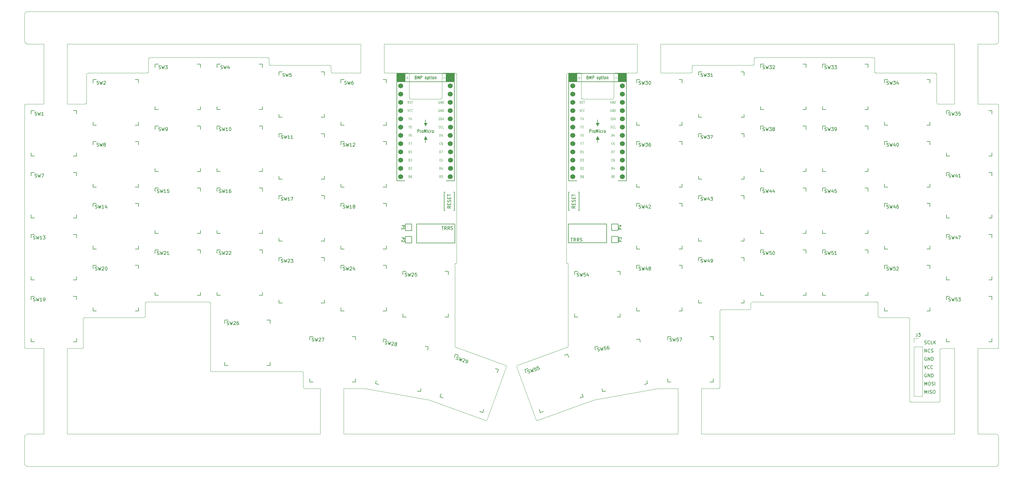
<source format=gto>
G04 #@! TF.GenerationSoftware,KiCad,Pcbnew,7.0.2*
G04 #@! TF.CreationDate,2023-09-16T21:04:49+09:00*
G04 #@! TF.ProjectId,SumNight57,53756d4e-6967-4687-9435-372e6b696361,rev?*
G04 #@! TF.SameCoordinates,Original*
G04 #@! TF.FileFunction,Legend,Top*
G04 #@! TF.FilePolarity,Positive*
%FSLAX46Y46*%
G04 Gerber Fmt 4.6, Leading zero omitted, Abs format (unit mm)*
G04 Created by KiCad (PCBNEW 7.0.2) date 2023-09-16 21:04:49*
%MOMM*%
%LPD*%
G01*
G04 APERTURE LIST*
%ADD10C,0.150000*%
%ADD11C,0.160000*%
%ADD12C,0.120000*%
%ADD13C,0.200000*%
%ADD14C,0.100000*%
%ADD15C,1.524000*%
G04 #@! TA.AperFunction,Profile*
%ADD16C,0.074083*%
G04 #@! TD*
G04 APERTURE END LIST*
D10*
X284584450Y-142333644D02*
X284727307Y-142381263D01*
X284727307Y-142381263D02*
X284965402Y-142381263D01*
X284965402Y-142381263D02*
X285060640Y-142333644D01*
X285060640Y-142333644D02*
X285108259Y-142286024D01*
X285108259Y-142286024D02*
X285155878Y-142190786D01*
X285155878Y-142190786D02*
X285155878Y-142095548D01*
X285155878Y-142095548D02*
X285108259Y-142000310D01*
X285108259Y-142000310D02*
X285060640Y-141952691D01*
X285060640Y-141952691D02*
X284965402Y-141905072D01*
X284965402Y-141905072D02*
X284774926Y-141857453D01*
X284774926Y-141857453D02*
X284679688Y-141809834D01*
X284679688Y-141809834D02*
X284632069Y-141762215D01*
X284632069Y-141762215D02*
X284584450Y-141666977D01*
X284584450Y-141666977D02*
X284584450Y-141571739D01*
X284584450Y-141571739D02*
X284632069Y-141476501D01*
X284632069Y-141476501D02*
X284679688Y-141428882D01*
X284679688Y-141428882D02*
X284774926Y-141381263D01*
X284774926Y-141381263D02*
X285013021Y-141381263D01*
X285013021Y-141381263D02*
X285155878Y-141428882D01*
X286155878Y-142286024D02*
X286108259Y-142333644D01*
X286108259Y-142333644D02*
X285965402Y-142381263D01*
X285965402Y-142381263D02*
X285870164Y-142381263D01*
X285870164Y-142381263D02*
X285727307Y-142333644D01*
X285727307Y-142333644D02*
X285632069Y-142238405D01*
X285632069Y-142238405D02*
X285584450Y-142143167D01*
X285584450Y-142143167D02*
X285536831Y-141952691D01*
X285536831Y-141952691D02*
X285536831Y-141809834D01*
X285536831Y-141809834D02*
X285584450Y-141619358D01*
X285584450Y-141619358D02*
X285632069Y-141524120D01*
X285632069Y-141524120D02*
X285727307Y-141428882D01*
X285727307Y-141428882D02*
X285870164Y-141381263D01*
X285870164Y-141381263D02*
X285965402Y-141381263D01*
X285965402Y-141381263D02*
X286108259Y-141428882D01*
X286108259Y-141428882D02*
X286155878Y-141476501D01*
X287060640Y-142381263D02*
X286584450Y-142381263D01*
X286584450Y-142381263D02*
X286584450Y-141381263D01*
X287393974Y-142381263D02*
X287393974Y-141381263D01*
X287965402Y-142381263D02*
X287536831Y-141809834D01*
X287965402Y-141381263D02*
X287393974Y-141952691D01*
X285155878Y-146508882D02*
X285060640Y-146461263D01*
X285060640Y-146461263D02*
X284917783Y-146461263D01*
X284917783Y-146461263D02*
X284774926Y-146508882D01*
X284774926Y-146508882D02*
X284679688Y-146604120D01*
X284679688Y-146604120D02*
X284632069Y-146699358D01*
X284632069Y-146699358D02*
X284584450Y-146889834D01*
X284584450Y-146889834D02*
X284584450Y-147032691D01*
X284584450Y-147032691D02*
X284632069Y-147223167D01*
X284632069Y-147223167D02*
X284679688Y-147318405D01*
X284679688Y-147318405D02*
X284774926Y-147413644D01*
X284774926Y-147413644D02*
X284917783Y-147461263D01*
X284917783Y-147461263D02*
X285013021Y-147461263D01*
X285013021Y-147461263D02*
X285155878Y-147413644D01*
X285155878Y-147413644D02*
X285203497Y-147366024D01*
X285203497Y-147366024D02*
X285203497Y-147032691D01*
X285203497Y-147032691D02*
X285013021Y-147032691D01*
X285632069Y-147461263D02*
X285632069Y-146461263D01*
X285632069Y-146461263D02*
X286203497Y-147461263D01*
X286203497Y-147461263D02*
X286203497Y-146461263D01*
X286679688Y-147461263D02*
X286679688Y-146461263D01*
X286679688Y-146461263D02*
X286917783Y-146461263D01*
X286917783Y-146461263D02*
X287060640Y-146508882D01*
X287060640Y-146508882D02*
X287155878Y-146604120D01*
X287155878Y-146604120D02*
X287203497Y-146699358D01*
X287203497Y-146699358D02*
X287251116Y-146889834D01*
X287251116Y-146889834D02*
X287251116Y-147032691D01*
X287251116Y-147032691D02*
X287203497Y-147223167D01*
X287203497Y-147223167D02*
X287155878Y-147318405D01*
X287155878Y-147318405D02*
X287060640Y-147413644D01*
X287060640Y-147413644D02*
X286917783Y-147461263D01*
X286917783Y-147461263D02*
X286679688Y-147461263D01*
X284632069Y-157621263D02*
X284632069Y-156621263D01*
X284632069Y-156621263D02*
X284965402Y-157335548D01*
X284965402Y-157335548D02*
X285298735Y-156621263D01*
X285298735Y-156621263D02*
X285298735Y-157621263D01*
X285774926Y-157621263D02*
X285774926Y-156621263D01*
X286203497Y-157573644D02*
X286346354Y-157621263D01*
X286346354Y-157621263D02*
X286584449Y-157621263D01*
X286584449Y-157621263D02*
X286679687Y-157573644D01*
X286679687Y-157573644D02*
X286727306Y-157526024D01*
X286727306Y-157526024D02*
X286774925Y-157430786D01*
X286774925Y-157430786D02*
X286774925Y-157335548D01*
X286774925Y-157335548D02*
X286727306Y-157240310D01*
X286727306Y-157240310D02*
X286679687Y-157192691D01*
X286679687Y-157192691D02*
X286584449Y-157145072D01*
X286584449Y-157145072D02*
X286393973Y-157097453D01*
X286393973Y-157097453D02*
X286298735Y-157049834D01*
X286298735Y-157049834D02*
X286251116Y-157002215D01*
X286251116Y-157002215D02*
X286203497Y-156906977D01*
X286203497Y-156906977D02*
X286203497Y-156811739D01*
X286203497Y-156811739D02*
X286251116Y-156716501D01*
X286251116Y-156716501D02*
X286298735Y-156668882D01*
X286298735Y-156668882D02*
X286393973Y-156621263D01*
X286393973Y-156621263D02*
X286632068Y-156621263D01*
X286632068Y-156621263D02*
X286774925Y-156668882D01*
X287393973Y-156621263D02*
X287584449Y-156621263D01*
X287584449Y-156621263D02*
X287679687Y-156668882D01*
X287679687Y-156668882D02*
X287774925Y-156764120D01*
X287774925Y-156764120D02*
X287822544Y-156954596D01*
X287822544Y-156954596D02*
X287822544Y-157287929D01*
X287822544Y-157287929D02*
X287774925Y-157478405D01*
X287774925Y-157478405D02*
X287679687Y-157573644D01*
X287679687Y-157573644D02*
X287584449Y-157621263D01*
X287584449Y-157621263D02*
X287393973Y-157621263D01*
X287393973Y-157621263D02*
X287298735Y-157573644D01*
X287298735Y-157573644D02*
X287203497Y-157478405D01*
X287203497Y-157478405D02*
X287155878Y-157287929D01*
X287155878Y-157287929D02*
X287155878Y-156954596D01*
X287155878Y-156954596D02*
X287203497Y-156764120D01*
X287203497Y-156764120D02*
X287298735Y-156668882D01*
X287298735Y-156668882D02*
X287393973Y-156621263D01*
X284489212Y-149001263D02*
X284822545Y-150001263D01*
X284822545Y-150001263D02*
X285155878Y-149001263D01*
X286060640Y-149906024D02*
X286013021Y-149953644D01*
X286013021Y-149953644D02*
X285870164Y-150001263D01*
X285870164Y-150001263D02*
X285774926Y-150001263D01*
X285774926Y-150001263D02*
X285632069Y-149953644D01*
X285632069Y-149953644D02*
X285536831Y-149858405D01*
X285536831Y-149858405D02*
X285489212Y-149763167D01*
X285489212Y-149763167D02*
X285441593Y-149572691D01*
X285441593Y-149572691D02*
X285441593Y-149429834D01*
X285441593Y-149429834D02*
X285489212Y-149239358D01*
X285489212Y-149239358D02*
X285536831Y-149144120D01*
X285536831Y-149144120D02*
X285632069Y-149048882D01*
X285632069Y-149048882D02*
X285774926Y-149001263D01*
X285774926Y-149001263D02*
X285870164Y-149001263D01*
X285870164Y-149001263D02*
X286013021Y-149048882D01*
X286013021Y-149048882D02*
X286060640Y-149096501D01*
X287060640Y-149906024D02*
X287013021Y-149953644D01*
X287013021Y-149953644D02*
X286870164Y-150001263D01*
X286870164Y-150001263D02*
X286774926Y-150001263D01*
X286774926Y-150001263D02*
X286632069Y-149953644D01*
X286632069Y-149953644D02*
X286536831Y-149858405D01*
X286536831Y-149858405D02*
X286489212Y-149763167D01*
X286489212Y-149763167D02*
X286441593Y-149572691D01*
X286441593Y-149572691D02*
X286441593Y-149429834D01*
X286441593Y-149429834D02*
X286489212Y-149239358D01*
X286489212Y-149239358D02*
X286536831Y-149144120D01*
X286536831Y-149144120D02*
X286632069Y-149048882D01*
X286632069Y-149048882D02*
X286774926Y-149001263D01*
X286774926Y-149001263D02*
X286870164Y-149001263D01*
X286870164Y-149001263D02*
X287013021Y-149048882D01*
X287013021Y-149048882D02*
X287060640Y-149096501D01*
X285155878Y-151588882D02*
X285060640Y-151541263D01*
X285060640Y-151541263D02*
X284917783Y-151541263D01*
X284917783Y-151541263D02*
X284774926Y-151588882D01*
X284774926Y-151588882D02*
X284679688Y-151684120D01*
X284679688Y-151684120D02*
X284632069Y-151779358D01*
X284632069Y-151779358D02*
X284584450Y-151969834D01*
X284584450Y-151969834D02*
X284584450Y-152112691D01*
X284584450Y-152112691D02*
X284632069Y-152303167D01*
X284632069Y-152303167D02*
X284679688Y-152398405D01*
X284679688Y-152398405D02*
X284774926Y-152493644D01*
X284774926Y-152493644D02*
X284917783Y-152541263D01*
X284917783Y-152541263D02*
X285013021Y-152541263D01*
X285013021Y-152541263D02*
X285155878Y-152493644D01*
X285155878Y-152493644D02*
X285203497Y-152446024D01*
X285203497Y-152446024D02*
X285203497Y-152112691D01*
X285203497Y-152112691D02*
X285013021Y-152112691D01*
X285632069Y-152541263D02*
X285632069Y-151541263D01*
X285632069Y-151541263D02*
X286203497Y-152541263D01*
X286203497Y-152541263D02*
X286203497Y-151541263D01*
X286679688Y-152541263D02*
X286679688Y-151541263D01*
X286679688Y-151541263D02*
X286917783Y-151541263D01*
X286917783Y-151541263D02*
X287060640Y-151588882D01*
X287060640Y-151588882D02*
X287155878Y-151684120D01*
X287155878Y-151684120D02*
X287203497Y-151779358D01*
X287203497Y-151779358D02*
X287251116Y-151969834D01*
X287251116Y-151969834D02*
X287251116Y-152112691D01*
X287251116Y-152112691D02*
X287203497Y-152303167D01*
X287203497Y-152303167D02*
X287155878Y-152398405D01*
X287155878Y-152398405D02*
X287060640Y-152493644D01*
X287060640Y-152493644D02*
X286917783Y-152541263D01*
X286917783Y-152541263D02*
X286679688Y-152541263D01*
X284632069Y-144921263D02*
X284632069Y-143921263D01*
X284632069Y-143921263D02*
X285203497Y-144921263D01*
X285203497Y-144921263D02*
X285203497Y-143921263D01*
X286251116Y-144826024D02*
X286203497Y-144873644D01*
X286203497Y-144873644D02*
X286060640Y-144921263D01*
X286060640Y-144921263D02*
X285965402Y-144921263D01*
X285965402Y-144921263D02*
X285822545Y-144873644D01*
X285822545Y-144873644D02*
X285727307Y-144778405D01*
X285727307Y-144778405D02*
X285679688Y-144683167D01*
X285679688Y-144683167D02*
X285632069Y-144492691D01*
X285632069Y-144492691D02*
X285632069Y-144349834D01*
X285632069Y-144349834D02*
X285679688Y-144159358D01*
X285679688Y-144159358D02*
X285727307Y-144064120D01*
X285727307Y-144064120D02*
X285822545Y-143968882D01*
X285822545Y-143968882D02*
X285965402Y-143921263D01*
X285965402Y-143921263D02*
X286060640Y-143921263D01*
X286060640Y-143921263D02*
X286203497Y-143968882D01*
X286203497Y-143968882D02*
X286251116Y-144016501D01*
X286632069Y-144873644D02*
X286774926Y-144921263D01*
X286774926Y-144921263D02*
X287013021Y-144921263D01*
X287013021Y-144921263D02*
X287108259Y-144873644D01*
X287108259Y-144873644D02*
X287155878Y-144826024D01*
X287155878Y-144826024D02*
X287203497Y-144730786D01*
X287203497Y-144730786D02*
X287203497Y-144635548D01*
X287203497Y-144635548D02*
X287155878Y-144540310D01*
X287155878Y-144540310D02*
X287108259Y-144492691D01*
X287108259Y-144492691D02*
X287013021Y-144445072D01*
X287013021Y-144445072D02*
X286822545Y-144397453D01*
X286822545Y-144397453D02*
X286727307Y-144349834D01*
X286727307Y-144349834D02*
X286679688Y-144302215D01*
X286679688Y-144302215D02*
X286632069Y-144206977D01*
X286632069Y-144206977D02*
X286632069Y-144111739D01*
X286632069Y-144111739D02*
X286679688Y-144016501D01*
X286679688Y-144016501D02*
X286727307Y-143968882D01*
X286727307Y-143968882D02*
X286822545Y-143921263D01*
X286822545Y-143921263D02*
X287060640Y-143921263D01*
X287060640Y-143921263D02*
X287203497Y-143968882D01*
X284632069Y-155081263D02*
X284632069Y-154081263D01*
X284632069Y-154081263D02*
X284965402Y-154795548D01*
X284965402Y-154795548D02*
X285298735Y-154081263D01*
X285298735Y-154081263D02*
X285298735Y-155081263D01*
X285965402Y-154081263D02*
X286155878Y-154081263D01*
X286155878Y-154081263D02*
X286251116Y-154128882D01*
X286251116Y-154128882D02*
X286346354Y-154224120D01*
X286346354Y-154224120D02*
X286393973Y-154414596D01*
X286393973Y-154414596D02*
X286393973Y-154747929D01*
X286393973Y-154747929D02*
X286346354Y-154938405D01*
X286346354Y-154938405D02*
X286251116Y-155033644D01*
X286251116Y-155033644D02*
X286155878Y-155081263D01*
X286155878Y-155081263D02*
X285965402Y-155081263D01*
X285965402Y-155081263D02*
X285870164Y-155033644D01*
X285870164Y-155033644D02*
X285774926Y-154938405D01*
X285774926Y-154938405D02*
X285727307Y-154747929D01*
X285727307Y-154747929D02*
X285727307Y-154414596D01*
X285727307Y-154414596D02*
X285774926Y-154224120D01*
X285774926Y-154224120D02*
X285870164Y-154128882D01*
X285870164Y-154128882D02*
X285965402Y-154081263D01*
X286774926Y-155033644D02*
X286917783Y-155081263D01*
X286917783Y-155081263D02*
X287155878Y-155081263D01*
X287155878Y-155081263D02*
X287251116Y-155033644D01*
X287251116Y-155033644D02*
X287298735Y-154986024D01*
X287298735Y-154986024D02*
X287346354Y-154890786D01*
X287346354Y-154890786D02*
X287346354Y-154795548D01*
X287346354Y-154795548D02*
X287298735Y-154700310D01*
X287298735Y-154700310D02*
X287251116Y-154652691D01*
X287251116Y-154652691D02*
X287155878Y-154605072D01*
X287155878Y-154605072D02*
X286965402Y-154557453D01*
X286965402Y-154557453D02*
X286870164Y-154509834D01*
X286870164Y-154509834D02*
X286822545Y-154462215D01*
X286822545Y-154462215D02*
X286774926Y-154366977D01*
X286774926Y-154366977D02*
X286774926Y-154271739D01*
X286774926Y-154271739D02*
X286822545Y-154176501D01*
X286822545Y-154176501D02*
X286870164Y-154128882D01*
X286870164Y-154128882D02*
X286965402Y-154081263D01*
X286965402Y-154081263D02*
X287203497Y-154081263D01*
X287203497Y-154081263D02*
X287346354Y-154128882D01*
X287774926Y-155081263D02*
X287774926Y-154081263D01*
X282282640Y-139046263D02*
X282282640Y-139760548D01*
X282282640Y-139760548D02*
X282235021Y-139903405D01*
X282235021Y-139903405D02*
X282139783Y-139998644D01*
X282139783Y-139998644D02*
X281996926Y-140046263D01*
X281996926Y-140046263D02*
X281901688Y-140046263D01*
X282663593Y-139046263D02*
X283282640Y-139046263D01*
X283282640Y-139046263D02*
X282949307Y-139427215D01*
X282949307Y-139427215D02*
X283092164Y-139427215D01*
X283092164Y-139427215D02*
X283187402Y-139474834D01*
X283187402Y-139474834D02*
X283235021Y-139522453D01*
X283235021Y-139522453D02*
X283282640Y-139617691D01*
X283282640Y-139617691D02*
X283282640Y-139855786D01*
X283282640Y-139855786D02*
X283235021Y-139951024D01*
X283235021Y-139951024D02*
X283187402Y-139998644D01*
X283187402Y-139998644D02*
X283092164Y-140046263D01*
X283092164Y-140046263D02*
X282806450Y-140046263D01*
X282806450Y-140046263D02*
X282711212Y-139998644D01*
X282711212Y-139998644D02*
X282663593Y-139951024D01*
X123867957Y-105879970D02*
X124680757Y-105879970D01*
X124680757Y-105879970D02*
X124680757Y-106189608D01*
X124680757Y-106189608D02*
X124642052Y-106267018D01*
X124642052Y-106267018D02*
X124603347Y-106305723D01*
X124603347Y-106305723D02*
X124525938Y-106344427D01*
X124525938Y-106344427D02*
X124409823Y-106344427D01*
X124409823Y-106344427D02*
X124332414Y-106305723D01*
X124332414Y-106305723D02*
X124293709Y-106267018D01*
X124293709Y-106267018D02*
X124255004Y-106189608D01*
X124255004Y-106189608D02*
X124255004Y-105879970D01*
X123867957Y-107118523D02*
X123867957Y-106654066D01*
X123867957Y-106886294D02*
X124680757Y-106886294D01*
X124680757Y-106886294D02*
X124564642Y-106808885D01*
X124564642Y-106808885D02*
X124487233Y-106731475D01*
X124487233Y-106731475D02*
X124448528Y-106654066D01*
X191382990Y-107029817D02*
X190570190Y-107029817D01*
X190570190Y-107029817D02*
X190570190Y-106720179D01*
X190570190Y-106720179D02*
X190608895Y-106642769D01*
X190608895Y-106642769D02*
X190647600Y-106604064D01*
X190647600Y-106604064D02*
X190725009Y-106565360D01*
X190725009Y-106565360D02*
X190841124Y-106565360D01*
X190841124Y-106565360D02*
X190918533Y-106604064D01*
X190918533Y-106604064D02*
X190957238Y-106642769D01*
X190957238Y-106642769D02*
X190995943Y-106720179D01*
X190995943Y-106720179D02*
X190995943Y-107029817D01*
X190841124Y-105868674D02*
X191382990Y-105868674D01*
X190531486Y-106062198D02*
X191112057Y-106255721D01*
X191112057Y-106255721D02*
X191112057Y-105752560D01*
X175819069Y-109785013D02*
X176390497Y-109785013D01*
X176104783Y-110785013D02*
X176104783Y-109785013D01*
X177295259Y-110785013D02*
X176961926Y-110308822D01*
X176723831Y-110785013D02*
X176723831Y-109785013D01*
X176723831Y-109785013D02*
X177104783Y-109785013D01*
X177104783Y-109785013D02*
X177200021Y-109832632D01*
X177200021Y-109832632D02*
X177247640Y-109880251D01*
X177247640Y-109880251D02*
X177295259Y-109975489D01*
X177295259Y-109975489D02*
X177295259Y-110118346D01*
X177295259Y-110118346D02*
X177247640Y-110213584D01*
X177247640Y-110213584D02*
X177200021Y-110261203D01*
X177200021Y-110261203D02*
X177104783Y-110308822D01*
X177104783Y-110308822D02*
X176723831Y-110308822D01*
X178295259Y-110785013D02*
X177961926Y-110308822D01*
X177723831Y-110785013D02*
X177723831Y-109785013D01*
X177723831Y-109785013D02*
X178104783Y-109785013D01*
X178104783Y-109785013D02*
X178200021Y-109832632D01*
X178200021Y-109832632D02*
X178247640Y-109880251D01*
X178247640Y-109880251D02*
X178295259Y-109975489D01*
X178295259Y-109975489D02*
X178295259Y-110118346D01*
X178295259Y-110118346D02*
X178247640Y-110213584D01*
X178247640Y-110213584D02*
X178200021Y-110261203D01*
X178200021Y-110261203D02*
X178104783Y-110308822D01*
X178104783Y-110308822D02*
X177723831Y-110308822D01*
X178676212Y-110737394D02*
X178819069Y-110785013D01*
X178819069Y-110785013D02*
X179057164Y-110785013D01*
X179057164Y-110785013D02*
X179152402Y-110737394D01*
X179152402Y-110737394D02*
X179200021Y-110689774D01*
X179200021Y-110689774D02*
X179247640Y-110594536D01*
X179247640Y-110594536D02*
X179247640Y-110499298D01*
X179247640Y-110499298D02*
X179200021Y-110404060D01*
X179200021Y-110404060D02*
X179152402Y-110356441D01*
X179152402Y-110356441D02*
X179057164Y-110308822D01*
X179057164Y-110308822D02*
X178866688Y-110261203D01*
X178866688Y-110261203D02*
X178771450Y-110213584D01*
X178771450Y-110213584D02*
X178723831Y-110165965D01*
X178723831Y-110165965D02*
X178676212Y-110070727D01*
X178676212Y-110070727D02*
X178676212Y-109975489D01*
X178676212Y-109975489D02*
X178723831Y-109880251D01*
X178723831Y-109880251D02*
X178771450Y-109832632D01*
X178771450Y-109832632D02*
X178866688Y-109785013D01*
X178866688Y-109785013D02*
X179104783Y-109785013D01*
X179104783Y-109785013D02*
X179247640Y-109832632D01*
D11*
X128735926Y-77352513D02*
X128735926Y-76352513D01*
X128735926Y-76352513D02*
X129040688Y-76352513D01*
X129040688Y-76352513D02*
X129116878Y-76400132D01*
X129116878Y-76400132D02*
X129154973Y-76447751D01*
X129154973Y-76447751D02*
X129193069Y-76542989D01*
X129193069Y-76542989D02*
X129193069Y-76685846D01*
X129193069Y-76685846D02*
X129154973Y-76781084D01*
X129154973Y-76781084D02*
X129116878Y-76828703D01*
X129116878Y-76828703D02*
X129040688Y-76876322D01*
X129040688Y-76876322D02*
X128735926Y-76876322D01*
X129535926Y-77352513D02*
X129535926Y-76685846D01*
X129535926Y-76876322D02*
X129574021Y-76781084D01*
X129574021Y-76781084D02*
X129612116Y-76733465D01*
X129612116Y-76733465D02*
X129688307Y-76685846D01*
X129688307Y-76685846D02*
X129764497Y-76685846D01*
X130145449Y-77352513D02*
X130069259Y-77304894D01*
X130069259Y-77304894D02*
X130031164Y-77257274D01*
X130031164Y-77257274D02*
X129993068Y-77162036D01*
X129993068Y-77162036D02*
X129993068Y-76876322D01*
X129993068Y-76876322D02*
X130031164Y-76781084D01*
X130031164Y-76781084D02*
X130069259Y-76733465D01*
X130069259Y-76733465D02*
X130145449Y-76685846D01*
X130145449Y-76685846D02*
X130259735Y-76685846D01*
X130259735Y-76685846D02*
X130335926Y-76733465D01*
X130335926Y-76733465D02*
X130374021Y-76781084D01*
X130374021Y-76781084D02*
X130412116Y-76876322D01*
X130412116Y-76876322D02*
X130412116Y-77162036D01*
X130412116Y-77162036D02*
X130374021Y-77257274D01*
X130374021Y-77257274D02*
X130335926Y-77304894D01*
X130335926Y-77304894D02*
X130259735Y-77352513D01*
X130259735Y-77352513D02*
X130145449Y-77352513D01*
X130754974Y-77352513D02*
X130754974Y-76352513D01*
X130754974Y-76352513D02*
X131021640Y-77066798D01*
X131021640Y-77066798D02*
X131288307Y-76352513D01*
X131288307Y-76352513D02*
X131288307Y-77352513D01*
X131669260Y-77352513D02*
X131669260Y-76685846D01*
X131669260Y-76352513D02*
X131631164Y-76400132D01*
X131631164Y-76400132D02*
X131669260Y-76447751D01*
X131669260Y-76447751D02*
X131707355Y-76400132D01*
X131707355Y-76400132D02*
X131669260Y-76352513D01*
X131669260Y-76352513D02*
X131669260Y-76447751D01*
X132393069Y-77304894D02*
X132316878Y-77352513D01*
X132316878Y-77352513D02*
X132164497Y-77352513D01*
X132164497Y-77352513D02*
X132088307Y-77304894D01*
X132088307Y-77304894D02*
X132050212Y-77257274D01*
X132050212Y-77257274D02*
X132012116Y-77162036D01*
X132012116Y-77162036D02*
X132012116Y-76876322D01*
X132012116Y-76876322D02*
X132050212Y-76781084D01*
X132050212Y-76781084D02*
X132088307Y-76733465D01*
X132088307Y-76733465D02*
X132164497Y-76685846D01*
X132164497Y-76685846D02*
X132316878Y-76685846D01*
X132316878Y-76685846D02*
X132393069Y-76733465D01*
X132735926Y-77352513D02*
X132735926Y-76685846D01*
X132735926Y-76876322D02*
X132774021Y-76781084D01*
X132774021Y-76781084D02*
X132812116Y-76733465D01*
X132812116Y-76733465D02*
X132888307Y-76685846D01*
X132888307Y-76685846D02*
X132964497Y-76685846D01*
X133345449Y-77352513D02*
X133269259Y-77304894D01*
X133269259Y-77304894D02*
X133231164Y-77257274D01*
X133231164Y-77257274D02*
X133193068Y-77162036D01*
X133193068Y-77162036D02*
X133193068Y-76876322D01*
X133193068Y-76876322D02*
X133231164Y-76781084D01*
X133231164Y-76781084D02*
X133269259Y-76733465D01*
X133269259Y-76733465D02*
X133345449Y-76685846D01*
X133345449Y-76685846D02*
X133459735Y-76685846D01*
X133459735Y-76685846D02*
X133535926Y-76733465D01*
X133535926Y-76733465D02*
X133574021Y-76781084D01*
X133574021Y-76781084D02*
X133612116Y-76876322D01*
X133612116Y-76876322D02*
X133612116Y-77162036D01*
X133612116Y-77162036D02*
X133574021Y-77257274D01*
X133574021Y-77257274D02*
X133535926Y-77304894D01*
X133535926Y-77304894D02*
X133459735Y-77352513D01*
X133459735Y-77352513D02*
X133345449Y-77352513D01*
D12*
X135462117Y-78506858D02*
X135462117Y-77756858D01*
X135462117Y-77756858D02*
X135604974Y-77756858D01*
X135604974Y-77756858D02*
X135690688Y-77792572D01*
X135690688Y-77792572D02*
X135747831Y-77864001D01*
X135747831Y-77864001D02*
X135776402Y-77935429D01*
X135776402Y-77935429D02*
X135804974Y-78078286D01*
X135804974Y-78078286D02*
X135804974Y-78185429D01*
X135804974Y-78185429D02*
X135776402Y-78328286D01*
X135776402Y-78328286D02*
X135747831Y-78399715D01*
X135747831Y-78399715D02*
X135690688Y-78471144D01*
X135690688Y-78471144D02*
X135604974Y-78506858D01*
X135604974Y-78506858D02*
X135462117Y-78506858D01*
X136319260Y-78006858D02*
X136319260Y-78506858D01*
X136176402Y-77721144D02*
X136033545Y-78256858D01*
X136033545Y-78256858D02*
X136404974Y-78256858D01*
X135462117Y-83586858D02*
X135462117Y-82836858D01*
X135462117Y-82836858D02*
X135604974Y-82836858D01*
X135604974Y-82836858D02*
X135690688Y-82872572D01*
X135690688Y-82872572D02*
X135747831Y-82944001D01*
X135747831Y-82944001D02*
X135776402Y-83015429D01*
X135776402Y-83015429D02*
X135804974Y-83158286D01*
X135804974Y-83158286D02*
X135804974Y-83265429D01*
X135804974Y-83265429D02*
X135776402Y-83408286D01*
X135776402Y-83408286D02*
X135747831Y-83479715D01*
X135747831Y-83479715D02*
X135690688Y-83551144D01*
X135690688Y-83551144D02*
X135604974Y-83586858D01*
X135604974Y-83586858D02*
X135462117Y-83586858D01*
X136004974Y-82836858D02*
X136404974Y-82836858D01*
X136404974Y-82836858D02*
X136147831Y-83586858D01*
X135662117Y-90814001D02*
X135747831Y-90849715D01*
X135747831Y-90849715D02*
X135776402Y-90885429D01*
X135776402Y-90885429D02*
X135804974Y-90956858D01*
X135804974Y-90956858D02*
X135804974Y-91064001D01*
X135804974Y-91064001D02*
X135776402Y-91135429D01*
X135776402Y-91135429D02*
X135747831Y-91171144D01*
X135747831Y-91171144D02*
X135690688Y-91206858D01*
X135690688Y-91206858D02*
X135462117Y-91206858D01*
X135462117Y-91206858D02*
X135462117Y-90456858D01*
X135462117Y-90456858D02*
X135662117Y-90456858D01*
X135662117Y-90456858D02*
X135719260Y-90492572D01*
X135719260Y-90492572D02*
X135747831Y-90528286D01*
X135747831Y-90528286D02*
X135776402Y-90599715D01*
X135776402Y-90599715D02*
X135776402Y-90671144D01*
X135776402Y-90671144D02*
X135747831Y-90742572D01*
X135747831Y-90742572D02*
X135719260Y-90778286D01*
X135719260Y-90778286D02*
X135662117Y-90814001D01*
X135662117Y-90814001D02*
X135462117Y-90814001D01*
X136347831Y-90456858D02*
X136062117Y-90456858D01*
X136062117Y-90456858D02*
X136033545Y-90814001D01*
X136033545Y-90814001D02*
X136062117Y-90778286D01*
X136062117Y-90778286D02*
X136119260Y-90742572D01*
X136119260Y-90742572D02*
X136262117Y-90742572D01*
X136262117Y-90742572D02*
X136319260Y-90778286D01*
X136319260Y-90778286D02*
X136347831Y-90814001D01*
X136347831Y-90814001D02*
X136376402Y-90885429D01*
X136376402Y-90885429D02*
X136376402Y-91064001D01*
X136376402Y-91064001D02*
X136347831Y-91135429D01*
X136347831Y-91135429D02*
X136319260Y-91171144D01*
X136319260Y-91171144D02*
X136262117Y-91206858D01*
X136262117Y-91206858D02*
X136119260Y-91206858D01*
X136119260Y-91206858D02*
X136062117Y-91171144D01*
X136062117Y-91171144D02*
X136033545Y-91135429D01*
X125604973Y-70136858D02*
X125804973Y-70886858D01*
X125804973Y-70886858D02*
X126004973Y-70136858D01*
X126547831Y-70815429D02*
X126519259Y-70851144D01*
X126519259Y-70851144D02*
X126433545Y-70886858D01*
X126433545Y-70886858D02*
X126376402Y-70886858D01*
X126376402Y-70886858D02*
X126290688Y-70851144D01*
X126290688Y-70851144D02*
X126233545Y-70779715D01*
X126233545Y-70779715D02*
X126204974Y-70708286D01*
X126204974Y-70708286D02*
X126176402Y-70565429D01*
X126176402Y-70565429D02*
X126176402Y-70458286D01*
X126176402Y-70458286D02*
X126204974Y-70315429D01*
X126204974Y-70315429D02*
X126233545Y-70244001D01*
X126233545Y-70244001D02*
X126290688Y-70172572D01*
X126290688Y-70172572D02*
X126376402Y-70136858D01*
X126376402Y-70136858D02*
X126433545Y-70136858D01*
X126433545Y-70136858D02*
X126519259Y-70172572D01*
X126519259Y-70172572D02*
X126547831Y-70208286D01*
X127147831Y-70815429D02*
X127119259Y-70851144D01*
X127119259Y-70851144D02*
X127033545Y-70886858D01*
X127033545Y-70886858D02*
X126976402Y-70886858D01*
X126976402Y-70886858D02*
X126890688Y-70851144D01*
X126890688Y-70851144D02*
X126833545Y-70779715D01*
X126833545Y-70779715D02*
X126804974Y-70708286D01*
X126804974Y-70708286D02*
X126776402Y-70565429D01*
X126776402Y-70565429D02*
X126776402Y-70458286D01*
X126776402Y-70458286D02*
X126804974Y-70315429D01*
X126804974Y-70315429D02*
X126833545Y-70244001D01*
X126833545Y-70244001D02*
X126890688Y-70172572D01*
X126890688Y-70172572D02*
X126976402Y-70136858D01*
X126976402Y-70136858D02*
X127033545Y-70136858D01*
X127033545Y-70136858D02*
X127119259Y-70172572D01*
X127119259Y-70172572D02*
X127147831Y-70208286D01*
X126162117Y-90814001D02*
X126247831Y-90849715D01*
X126247831Y-90849715D02*
X126276402Y-90885429D01*
X126276402Y-90885429D02*
X126304974Y-90956858D01*
X126304974Y-90956858D02*
X126304974Y-91064001D01*
X126304974Y-91064001D02*
X126276402Y-91135429D01*
X126276402Y-91135429D02*
X126247831Y-91171144D01*
X126247831Y-91171144D02*
X126190688Y-91206858D01*
X126190688Y-91206858D02*
X125962117Y-91206858D01*
X125962117Y-91206858D02*
X125962117Y-90456858D01*
X125962117Y-90456858D02*
X126162117Y-90456858D01*
X126162117Y-90456858D02*
X126219260Y-90492572D01*
X126219260Y-90492572D02*
X126247831Y-90528286D01*
X126247831Y-90528286D02*
X126276402Y-90599715D01*
X126276402Y-90599715D02*
X126276402Y-90671144D01*
X126276402Y-90671144D02*
X126247831Y-90742572D01*
X126247831Y-90742572D02*
X126219260Y-90778286D01*
X126219260Y-90778286D02*
X126162117Y-90814001D01*
X126162117Y-90814001D02*
X125962117Y-90814001D01*
X126819260Y-90456858D02*
X126704974Y-90456858D01*
X126704974Y-90456858D02*
X126647831Y-90492572D01*
X126647831Y-90492572D02*
X126619260Y-90528286D01*
X126619260Y-90528286D02*
X126562117Y-90635429D01*
X126562117Y-90635429D02*
X126533545Y-90778286D01*
X126533545Y-90778286D02*
X126533545Y-91064001D01*
X126533545Y-91064001D02*
X126562117Y-91135429D01*
X126562117Y-91135429D02*
X126590688Y-91171144D01*
X126590688Y-91171144D02*
X126647831Y-91206858D01*
X126647831Y-91206858D02*
X126762117Y-91206858D01*
X126762117Y-91206858D02*
X126819260Y-91171144D01*
X126819260Y-91171144D02*
X126847831Y-91135429D01*
X126847831Y-91135429D02*
X126876402Y-91064001D01*
X126876402Y-91064001D02*
X126876402Y-90885429D01*
X126876402Y-90885429D02*
X126847831Y-90814001D01*
X126847831Y-90814001D02*
X126819260Y-90778286D01*
X126819260Y-90778286D02*
X126762117Y-90742572D01*
X126762117Y-90742572D02*
X126647831Y-90742572D01*
X126647831Y-90742572D02*
X126590688Y-90778286D01*
X126590688Y-90778286D02*
X126562117Y-90814001D01*
X126562117Y-90814001D02*
X126533545Y-90885429D01*
X126076402Y-68346858D02*
X125876402Y-67989715D01*
X125733545Y-68346858D02*
X125733545Y-67596858D01*
X125733545Y-67596858D02*
X125962116Y-67596858D01*
X125962116Y-67596858D02*
X126019259Y-67632572D01*
X126019259Y-67632572D02*
X126047830Y-67668286D01*
X126047830Y-67668286D02*
X126076402Y-67739715D01*
X126076402Y-67739715D02*
X126076402Y-67846858D01*
X126076402Y-67846858D02*
X126047830Y-67918286D01*
X126047830Y-67918286D02*
X126019259Y-67954001D01*
X126019259Y-67954001D02*
X125962116Y-67989715D01*
X125962116Y-67989715D02*
X125733545Y-67989715D01*
X126304973Y-68311144D02*
X126390688Y-68346858D01*
X126390688Y-68346858D02*
X126533545Y-68346858D01*
X126533545Y-68346858D02*
X126590688Y-68311144D01*
X126590688Y-68311144D02*
X126619259Y-68275429D01*
X126619259Y-68275429D02*
X126647830Y-68204001D01*
X126647830Y-68204001D02*
X126647830Y-68132572D01*
X126647830Y-68132572D02*
X126619259Y-68061144D01*
X126619259Y-68061144D02*
X126590688Y-68025429D01*
X126590688Y-68025429D02*
X126533545Y-67989715D01*
X126533545Y-67989715D02*
X126419259Y-67954001D01*
X126419259Y-67954001D02*
X126362116Y-67918286D01*
X126362116Y-67918286D02*
X126333545Y-67882572D01*
X126333545Y-67882572D02*
X126304973Y-67811144D01*
X126304973Y-67811144D02*
X126304973Y-67739715D01*
X126304973Y-67739715D02*
X126333545Y-67668286D01*
X126333545Y-67668286D02*
X126362116Y-67632572D01*
X126362116Y-67632572D02*
X126419259Y-67596858D01*
X126419259Y-67596858D02*
X126562116Y-67596858D01*
X126562116Y-67596858D02*
X126647830Y-67632572D01*
X126819259Y-67596858D02*
X127162117Y-67596858D01*
X126990688Y-68346858D02*
X126990688Y-67596858D01*
D11*
X128183544Y-60336703D02*
X128297830Y-60384322D01*
X128297830Y-60384322D02*
X128335925Y-60431941D01*
X128335925Y-60431941D02*
X128374021Y-60527179D01*
X128374021Y-60527179D02*
X128374021Y-60670036D01*
X128374021Y-60670036D02*
X128335925Y-60765274D01*
X128335925Y-60765274D02*
X128297830Y-60812894D01*
X128297830Y-60812894D02*
X128221640Y-60860513D01*
X128221640Y-60860513D02*
X127916878Y-60860513D01*
X127916878Y-60860513D02*
X127916878Y-59860513D01*
X127916878Y-59860513D02*
X128183544Y-59860513D01*
X128183544Y-59860513D02*
X128259735Y-59908132D01*
X128259735Y-59908132D02*
X128297830Y-59955751D01*
X128297830Y-59955751D02*
X128335925Y-60050989D01*
X128335925Y-60050989D02*
X128335925Y-60146227D01*
X128335925Y-60146227D02*
X128297830Y-60241465D01*
X128297830Y-60241465D02*
X128259735Y-60289084D01*
X128259735Y-60289084D02*
X128183544Y-60336703D01*
X128183544Y-60336703D02*
X127916878Y-60336703D01*
X128716878Y-60860513D02*
X128716878Y-59860513D01*
X128716878Y-59860513D02*
X128983544Y-60574798D01*
X128983544Y-60574798D02*
X129250211Y-59860513D01*
X129250211Y-59860513D02*
X129250211Y-60860513D01*
X129631164Y-60860513D02*
X129631164Y-59860513D01*
X129631164Y-59860513D02*
X129935926Y-59860513D01*
X129935926Y-59860513D02*
X130012116Y-59908132D01*
X130012116Y-59908132D02*
X130050211Y-59955751D01*
X130050211Y-59955751D02*
X130088307Y-60050989D01*
X130088307Y-60050989D02*
X130088307Y-60193846D01*
X130088307Y-60193846D02*
X130050211Y-60289084D01*
X130050211Y-60289084D02*
X130012116Y-60336703D01*
X130012116Y-60336703D02*
X129935926Y-60384322D01*
X129935926Y-60384322D02*
X129631164Y-60384322D01*
X131154973Y-60860513D02*
X131078783Y-60812894D01*
X131078783Y-60812894D02*
X131040688Y-60765274D01*
X131040688Y-60765274D02*
X131002592Y-60670036D01*
X131002592Y-60670036D02*
X131002592Y-60384322D01*
X131002592Y-60384322D02*
X131040688Y-60289084D01*
X131040688Y-60289084D02*
X131078783Y-60241465D01*
X131078783Y-60241465D02*
X131154973Y-60193846D01*
X131154973Y-60193846D02*
X131269259Y-60193846D01*
X131269259Y-60193846D02*
X131345450Y-60241465D01*
X131345450Y-60241465D02*
X131383545Y-60289084D01*
X131383545Y-60289084D02*
X131421640Y-60384322D01*
X131421640Y-60384322D02*
X131421640Y-60670036D01*
X131421640Y-60670036D02*
X131383545Y-60765274D01*
X131383545Y-60765274D02*
X131345450Y-60812894D01*
X131345450Y-60812894D02*
X131269259Y-60860513D01*
X131269259Y-60860513D02*
X131154973Y-60860513D01*
X131764498Y-60193846D02*
X131764498Y-61193846D01*
X131764498Y-60241465D02*
X131840688Y-60193846D01*
X131840688Y-60193846D02*
X131993069Y-60193846D01*
X131993069Y-60193846D02*
X132069260Y-60241465D01*
X132069260Y-60241465D02*
X132107355Y-60289084D01*
X132107355Y-60289084D02*
X132145450Y-60384322D01*
X132145450Y-60384322D02*
X132145450Y-60670036D01*
X132145450Y-60670036D02*
X132107355Y-60765274D01*
X132107355Y-60765274D02*
X132069260Y-60812894D01*
X132069260Y-60812894D02*
X131993069Y-60860513D01*
X131993069Y-60860513D02*
X131840688Y-60860513D01*
X131840688Y-60860513D02*
X131764498Y-60812894D01*
X132374022Y-60193846D02*
X132678784Y-60193846D01*
X132488308Y-59860513D02*
X132488308Y-60717655D01*
X132488308Y-60717655D02*
X132526403Y-60812894D01*
X132526403Y-60812894D02*
X132602593Y-60860513D01*
X132602593Y-60860513D02*
X132678784Y-60860513D01*
X132945451Y-60860513D02*
X132945451Y-60193846D01*
X132945451Y-59860513D02*
X132907355Y-59908132D01*
X132907355Y-59908132D02*
X132945451Y-59955751D01*
X132945451Y-59955751D02*
X132983546Y-59908132D01*
X132983546Y-59908132D02*
X132945451Y-59860513D01*
X132945451Y-59860513D02*
X132945451Y-59955751D01*
X133440688Y-60860513D02*
X133364498Y-60812894D01*
X133364498Y-60812894D02*
X133326403Y-60765274D01*
X133326403Y-60765274D02*
X133288307Y-60670036D01*
X133288307Y-60670036D02*
X133288307Y-60384322D01*
X133288307Y-60384322D02*
X133326403Y-60289084D01*
X133326403Y-60289084D02*
X133364498Y-60241465D01*
X133364498Y-60241465D02*
X133440688Y-60193846D01*
X133440688Y-60193846D02*
X133554974Y-60193846D01*
X133554974Y-60193846D02*
X133631165Y-60241465D01*
X133631165Y-60241465D02*
X133669260Y-60289084D01*
X133669260Y-60289084D02*
X133707355Y-60384322D01*
X133707355Y-60384322D02*
X133707355Y-60670036D01*
X133707355Y-60670036D02*
X133669260Y-60765274D01*
X133669260Y-60765274D02*
X133631165Y-60812894D01*
X133631165Y-60812894D02*
X133554974Y-60860513D01*
X133554974Y-60860513D02*
X133440688Y-60860513D01*
X134050213Y-60193846D02*
X134050213Y-60860513D01*
X134050213Y-60289084D02*
X134088308Y-60241465D01*
X134088308Y-60241465D02*
X134164498Y-60193846D01*
X134164498Y-60193846D02*
X134278784Y-60193846D01*
X134278784Y-60193846D02*
X134354975Y-60241465D01*
X134354975Y-60241465D02*
X134393070Y-60336703D01*
X134393070Y-60336703D02*
X134393070Y-60860513D01*
D12*
X135490688Y-85734001D02*
X135690688Y-85734001D01*
X135776402Y-86126858D02*
X135490688Y-86126858D01*
X135490688Y-86126858D02*
X135490688Y-85376858D01*
X135490688Y-85376858D02*
X135776402Y-85376858D01*
X136290688Y-85376858D02*
X136176402Y-85376858D01*
X136176402Y-85376858D02*
X136119259Y-85412572D01*
X136119259Y-85412572D02*
X136090688Y-85448286D01*
X136090688Y-85448286D02*
X136033545Y-85555429D01*
X136033545Y-85555429D02*
X136004973Y-85698286D01*
X136004973Y-85698286D02*
X136004973Y-85984001D01*
X136004973Y-85984001D02*
X136033545Y-86055429D01*
X136033545Y-86055429D02*
X136062116Y-86091144D01*
X136062116Y-86091144D02*
X136119259Y-86126858D01*
X136119259Y-86126858D02*
X136233545Y-86126858D01*
X136233545Y-86126858D02*
X136290688Y-86091144D01*
X136290688Y-86091144D02*
X136319259Y-86055429D01*
X136319259Y-86055429D02*
X136347830Y-85984001D01*
X136347830Y-85984001D02*
X136347830Y-85805429D01*
X136347830Y-85805429D02*
X136319259Y-85734001D01*
X136319259Y-85734001D02*
X136290688Y-85698286D01*
X136290688Y-85698286D02*
X136233545Y-85662572D01*
X136233545Y-85662572D02*
X136119259Y-85662572D01*
X136119259Y-85662572D02*
X136062116Y-85698286D01*
X136062116Y-85698286D02*
X136033545Y-85734001D01*
X136033545Y-85734001D02*
X136004973Y-85805429D01*
X135190688Y-75931144D02*
X135276403Y-75966858D01*
X135276403Y-75966858D02*
X135419260Y-75966858D01*
X135419260Y-75966858D02*
X135476403Y-75931144D01*
X135476403Y-75931144D02*
X135504974Y-75895429D01*
X135504974Y-75895429D02*
X135533545Y-75824001D01*
X135533545Y-75824001D02*
X135533545Y-75752572D01*
X135533545Y-75752572D02*
X135504974Y-75681144D01*
X135504974Y-75681144D02*
X135476403Y-75645429D01*
X135476403Y-75645429D02*
X135419260Y-75609715D01*
X135419260Y-75609715D02*
X135304974Y-75574001D01*
X135304974Y-75574001D02*
X135247831Y-75538286D01*
X135247831Y-75538286D02*
X135219260Y-75502572D01*
X135219260Y-75502572D02*
X135190688Y-75431144D01*
X135190688Y-75431144D02*
X135190688Y-75359715D01*
X135190688Y-75359715D02*
X135219260Y-75288286D01*
X135219260Y-75288286D02*
X135247831Y-75252572D01*
X135247831Y-75252572D02*
X135304974Y-75216858D01*
X135304974Y-75216858D02*
X135447831Y-75216858D01*
X135447831Y-75216858D02*
X135533545Y-75252572D01*
X136133546Y-75895429D02*
X136104974Y-75931144D01*
X136104974Y-75931144D02*
X136019260Y-75966858D01*
X136019260Y-75966858D02*
X135962117Y-75966858D01*
X135962117Y-75966858D02*
X135876403Y-75931144D01*
X135876403Y-75931144D02*
X135819260Y-75859715D01*
X135819260Y-75859715D02*
X135790689Y-75788286D01*
X135790689Y-75788286D02*
X135762117Y-75645429D01*
X135762117Y-75645429D02*
X135762117Y-75538286D01*
X135762117Y-75538286D02*
X135790689Y-75395429D01*
X135790689Y-75395429D02*
X135819260Y-75324001D01*
X135819260Y-75324001D02*
X135876403Y-75252572D01*
X135876403Y-75252572D02*
X135962117Y-75216858D01*
X135962117Y-75216858D02*
X136019260Y-75216858D01*
X136019260Y-75216858D02*
X136104974Y-75252572D01*
X136104974Y-75252572D02*
X136133546Y-75288286D01*
X136676403Y-75966858D02*
X136390689Y-75966858D01*
X136390689Y-75966858D02*
X136390689Y-75216858D01*
X135447831Y-70172572D02*
X135390689Y-70136858D01*
X135390689Y-70136858D02*
X135304974Y-70136858D01*
X135304974Y-70136858D02*
X135219260Y-70172572D01*
X135219260Y-70172572D02*
X135162117Y-70244001D01*
X135162117Y-70244001D02*
X135133546Y-70315429D01*
X135133546Y-70315429D02*
X135104974Y-70458286D01*
X135104974Y-70458286D02*
X135104974Y-70565429D01*
X135104974Y-70565429D02*
X135133546Y-70708286D01*
X135133546Y-70708286D02*
X135162117Y-70779715D01*
X135162117Y-70779715D02*
X135219260Y-70851144D01*
X135219260Y-70851144D02*
X135304974Y-70886858D01*
X135304974Y-70886858D02*
X135362117Y-70886858D01*
X135362117Y-70886858D02*
X135447831Y-70851144D01*
X135447831Y-70851144D02*
X135476403Y-70815429D01*
X135476403Y-70815429D02*
X135476403Y-70565429D01*
X135476403Y-70565429D02*
X135362117Y-70565429D01*
X135733546Y-70886858D02*
X135733546Y-70136858D01*
X135733546Y-70136858D02*
X136076403Y-70886858D01*
X136076403Y-70886858D02*
X136076403Y-70136858D01*
X136362117Y-70886858D02*
X136362117Y-70136858D01*
X136362117Y-70136858D02*
X136504974Y-70136858D01*
X136504974Y-70136858D02*
X136590688Y-70172572D01*
X136590688Y-70172572D02*
X136647831Y-70244001D01*
X136647831Y-70244001D02*
X136676402Y-70315429D01*
X136676402Y-70315429D02*
X136704974Y-70458286D01*
X136704974Y-70458286D02*
X136704974Y-70565429D01*
X136704974Y-70565429D02*
X136676402Y-70708286D01*
X136676402Y-70708286D02*
X136647831Y-70779715D01*
X136647831Y-70779715D02*
X136590688Y-70851144D01*
X136590688Y-70851144D02*
X136504974Y-70886858D01*
X136504974Y-70886858D02*
X136362117Y-70886858D01*
X135176402Y-73391144D02*
X135262117Y-73426858D01*
X135262117Y-73426858D02*
X135404974Y-73426858D01*
X135404974Y-73426858D02*
X135462117Y-73391144D01*
X135462117Y-73391144D02*
X135490688Y-73355429D01*
X135490688Y-73355429D02*
X135519259Y-73284001D01*
X135519259Y-73284001D02*
X135519259Y-73212572D01*
X135519259Y-73212572D02*
X135490688Y-73141144D01*
X135490688Y-73141144D02*
X135462117Y-73105429D01*
X135462117Y-73105429D02*
X135404974Y-73069715D01*
X135404974Y-73069715D02*
X135290688Y-73034001D01*
X135290688Y-73034001D02*
X135233545Y-72998286D01*
X135233545Y-72998286D02*
X135204974Y-72962572D01*
X135204974Y-72962572D02*
X135176402Y-72891144D01*
X135176402Y-72891144D02*
X135176402Y-72819715D01*
X135176402Y-72819715D02*
X135204974Y-72748286D01*
X135204974Y-72748286D02*
X135233545Y-72712572D01*
X135233545Y-72712572D02*
X135290688Y-72676858D01*
X135290688Y-72676858D02*
X135433545Y-72676858D01*
X135433545Y-72676858D02*
X135519259Y-72712572D01*
X135776403Y-73426858D02*
X135776403Y-72676858D01*
X135776403Y-72676858D02*
X135919260Y-72676858D01*
X135919260Y-72676858D02*
X136004974Y-72712572D01*
X136004974Y-72712572D02*
X136062117Y-72784001D01*
X136062117Y-72784001D02*
X136090688Y-72855429D01*
X136090688Y-72855429D02*
X136119260Y-72998286D01*
X136119260Y-72998286D02*
X136119260Y-73105429D01*
X136119260Y-73105429D02*
X136090688Y-73248286D01*
X136090688Y-73248286D02*
X136062117Y-73319715D01*
X136062117Y-73319715D02*
X136004974Y-73391144D01*
X136004974Y-73391144D02*
X135919260Y-73426858D01*
X135919260Y-73426858D02*
X135776403Y-73426858D01*
X136347831Y-73212572D02*
X136633546Y-73212572D01*
X136290688Y-73426858D02*
X136490688Y-72676858D01*
X136490688Y-72676858D02*
X136690688Y-73426858D01*
X125104522Y-60461560D02*
X125866427Y-60461560D01*
X125485474Y-60842513D02*
X125485474Y-60080608D01*
X126162117Y-85734001D02*
X126247831Y-85769715D01*
X126247831Y-85769715D02*
X126276402Y-85805429D01*
X126276402Y-85805429D02*
X126304974Y-85876858D01*
X126304974Y-85876858D02*
X126304974Y-85984001D01*
X126304974Y-85984001D02*
X126276402Y-86055429D01*
X126276402Y-86055429D02*
X126247831Y-86091144D01*
X126247831Y-86091144D02*
X126190688Y-86126858D01*
X126190688Y-86126858D02*
X125962117Y-86126858D01*
X125962117Y-86126858D02*
X125962117Y-85376858D01*
X125962117Y-85376858D02*
X126162117Y-85376858D01*
X126162117Y-85376858D02*
X126219260Y-85412572D01*
X126219260Y-85412572D02*
X126247831Y-85448286D01*
X126247831Y-85448286D02*
X126276402Y-85519715D01*
X126276402Y-85519715D02*
X126276402Y-85591144D01*
X126276402Y-85591144D02*
X126247831Y-85662572D01*
X126247831Y-85662572D02*
X126219260Y-85698286D01*
X126219260Y-85698286D02*
X126162117Y-85734001D01*
X126162117Y-85734001D02*
X125962117Y-85734001D01*
X126504974Y-85376858D02*
X126876402Y-85376858D01*
X126876402Y-85376858D02*
X126676402Y-85662572D01*
X126676402Y-85662572D02*
X126762117Y-85662572D01*
X126762117Y-85662572D02*
X126819260Y-85698286D01*
X126819260Y-85698286D02*
X126847831Y-85734001D01*
X126847831Y-85734001D02*
X126876402Y-85805429D01*
X126876402Y-85805429D02*
X126876402Y-85984001D01*
X126876402Y-85984001D02*
X126847831Y-86055429D01*
X126847831Y-86055429D02*
X126819260Y-86091144D01*
X126819260Y-86091144D02*
X126762117Y-86126858D01*
X126762117Y-86126858D02*
X126590688Y-86126858D01*
X126590688Y-86126858D02*
X126533545Y-86091144D01*
X126533545Y-86091144D02*
X126504974Y-86055429D01*
X135447831Y-67632572D02*
X135390689Y-67596858D01*
X135390689Y-67596858D02*
X135304974Y-67596858D01*
X135304974Y-67596858D02*
X135219260Y-67632572D01*
X135219260Y-67632572D02*
X135162117Y-67704001D01*
X135162117Y-67704001D02*
X135133546Y-67775429D01*
X135133546Y-67775429D02*
X135104974Y-67918286D01*
X135104974Y-67918286D02*
X135104974Y-68025429D01*
X135104974Y-68025429D02*
X135133546Y-68168286D01*
X135133546Y-68168286D02*
X135162117Y-68239715D01*
X135162117Y-68239715D02*
X135219260Y-68311144D01*
X135219260Y-68311144D02*
X135304974Y-68346858D01*
X135304974Y-68346858D02*
X135362117Y-68346858D01*
X135362117Y-68346858D02*
X135447831Y-68311144D01*
X135447831Y-68311144D02*
X135476403Y-68275429D01*
X135476403Y-68275429D02*
X135476403Y-68025429D01*
X135476403Y-68025429D02*
X135362117Y-68025429D01*
X135733546Y-68346858D02*
X135733546Y-67596858D01*
X135733546Y-67596858D02*
X136076403Y-68346858D01*
X136076403Y-68346858D02*
X136076403Y-67596858D01*
X136362117Y-68346858D02*
X136362117Y-67596858D01*
X136362117Y-67596858D02*
X136504974Y-67596858D01*
X136504974Y-67596858D02*
X136590688Y-67632572D01*
X136590688Y-67632572D02*
X136647831Y-67704001D01*
X136647831Y-67704001D02*
X136676402Y-67775429D01*
X136676402Y-67775429D02*
X136704974Y-67918286D01*
X136704974Y-67918286D02*
X136704974Y-68025429D01*
X136704974Y-68025429D02*
X136676402Y-68168286D01*
X136676402Y-68168286D02*
X136647831Y-68239715D01*
X136647831Y-68239715D02*
X136590688Y-68311144D01*
X136590688Y-68311144D02*
X136504974Y-68346858D01*
X136504974Y-68346858D02*
X136362117Y-68346858D01*
X126204974Y-75574001D02*
X126004974Y-75574001D01*
X126004974Y-75966858D02*
X126004974Y-75216858D01*
X126004974Y-75216858D02*
X126290688Y-75216858D01*
X126804974Y-75216858D02*
X126519260Y-75216858D01*
X126519260Y-75216858D02*
X126490688Y-75574001D01*
X126490688Y-75574001D02*
X126519260Y-75538286D01*
X126519260Y-75538286D02*
X126576403Y-75502572D01*
X126576403Y-75502572D02*
X126719260Y-75502572D01*
X126719260Y-75502572D02*
X126776403Y-75538286D01*
X126776403Y-75538286D02*
X126804974Y-75574001D01*
X126804974Y-75574001D02*
X126833545Y-75645429D01*
X126833545Y-75645429D02*
X126833545Y-75824001D01*
X126833545Y-75824001D02*
X126804974Y-75895429D01*
X126804974Y-75895429D02*
X126776403Y-75931144D01*
X126776403Y-75931144D02*
X126719260Y-75966858D01*
X126719260Y-75966858D02*
X126576403Y-75966858D01*
X126576403Y-75966858D02*
X126519260Y-75931144D01*
X126519260Y-75931144D02*
X126490688Y-75895429D01*
X136443522Y-60461560D02*
X137205427Y-60461560D01*
X126204974Y-78114001D02*
X126004974Y-78114001D01*
X126004974Y-78506858D02*
X126004974Y-77756858D01*
X126004974Y-77756858D02*
X126290688Y-77756858D01*
X126776403Y-77756858D02*
X126662117Y-77756858D01*
X126662117Y-77756858D02*
X126604974Y-77792572D01*
X126604974Y-77792572D02*
X126576403Y-77828286D01*
X126576403Y-77828286D02*
X126519260Y-77935429D01*
X126519260Y-77935429D02*
X126490688Y-78078286D01*
X126490688Y-78078286D02*
X126490688Y-78364001D01*
X126490688Y-78364001D02*
X126519260Y-78435429D01*
X126519260Y-78435429D02*
X126547831Y-78471144D01*
X126547831Y-78471144D02*
X126604974Y-78506858D01*
X126604974Y-78506858D02*
X126719260Y-78506858D01*
X126719260Y-78506858D02*
X126776403Y-78471144D01*
X126776403Y-78471144D02*
X126804974Y-78435429D01*
X126804974Y-78435429D02*
X126833545Y-78364001D01*
X126833545Y-78364001D02*
X126833545Y-78185429D01*
X126833545Y-78185429D02*
X126804974Y-78114001D01*
X126804974Y-78114001D02*
X126776403Y-78078286D01*
X126776403Y-78078286D02*
X126719260Y-78042572D01*
X126719260Y-78042572D02*
X126604974Y-78042572D01*
X126604974Y-78042572D02*
X126547831Y-78078286D01*
X126547831Y-78078286D02*
X126519260Y-78114001D01*
X126519260Y-78114001D02*
X126490688Y-78185429D01*
X135662117Y-88274001D02*
X135747831Y-88309715D01*
X135747831Y-88309715D02*
X135776402Y-88345429D01*
X135776402Y-88345429D02*
X135804974Y-88416858D01*
X135804974Y-88416858D02*
X135804974Y-88524001D01*
X135804974Y-88524001D02*
X135776402Y-88595429D01*
X135776402Y-88595429D02*
X135747831Y-88631144D01*
X135747831Y-88631144D02*
X135690688Y-88666858D01*
X135690688Y-88666858D02*
X135462117Y-88666858D01*
X135462117Y-88666858D02*
X135462117Y-87916858D01*
X135462117Y-87916858D02*
X135662117Y-87916858D01*
X135662117Y-87916858D02*
X135719260Y-87952572D01*
X135719260Y-87952572D02*
X135747831Y-87988286D01*
X135747831Y-87988286D02*
X135776402Y-88059715D01*
X135776402Y-88059715D02*
X135776402Y-88131144D01*
X135776402Y-88131144D02*
X135747831Y-88202572D01*
X135747831Y-88202572D02*
X135719260Y-88238286D01*
X135719260Y-88238286D02*
X135662117Y-88274001D01*
X135662117Y-88274001D02*
X135462117Y-88274001D01*
X136319260Y-88166858D02*
X136319260Y-88666858D01*
X136176402Y-87881144D02*
X136033545Y-88416858D01*
X136033545Y-88416858D02*
X136404974Y-88416858D01*
X126162117Y-83194001D02*
X126247831Y-83229715D01*
X126247831Y-83229715D02*
X126276402Y-83265429D01*
X126276402Y-83265429D02*
X126304974Y-83336858D01*
X126304974Y-83336858D02*
X126304974Y-83444001D01*
X126304974Y-83444001D02*
X126276402Y-83515429D01*
X126276402Y-83515429D02*
X126247831Y-83551144D01*
X126247831Y-83551144D02*
X126190688Y-83586858D01*
X126190688Y-83586858D02*
X125962117Y-83586858D01*
X125962117Y-83586858D02*
X125962117Y-82836858D01*
X125962117Y-82836858D02*
X126162117Y-82836858D01*
X126162117Y-82836858D02*
X126219260Y-82872572D01*
X126219260Y-82872572D02*
X126247831Y-82908286D01*
X126247831Y-82908286D02*
X126276402Y-82979715D01*
X126276402Y-82979715D02*
X126276402Y-83051144D01*
X126276402Y-83051144D02*
X126247831Y-83122572D01*
X126247831Y-83122572D02*
X126219260Y-83158286D01*
X126219260Y-83158286D02*
X126162117Y-83194001D01*
X126162117Y-83194001D02*
X125962117Y-83194001D01*
X126876402Y-83586858D02*
X126533545Y-83586858D01*
X126704974Y-83586858D02*
X126704974Y-82836858D01*
X126704974Y-82836858D02*
X126647831Y-82944001D01*
X126647831Y-82944001D02*
X126590688Y-83015429D01*
X126590688Y-83015429D02*
X126533545Y-83051144D01*
X126162117Y-88274001D02*
X126247831Y-88309715D01*
X126247831Y-88309715D02*
X126276402Y-88345429D01*
X126276402Y-88345429D02*
X126304974Y-88416858D01*
X126304974Y-88416858D02*
X126304974Y-88524001D01*
X126304974Y-88524001D02*
X126276402Y-88595429D01*
X126276402Y-88595429D02*
X126247831Y-88631144D01*
X126247831Y-88631144D02*
X126190688Y-88666858D01*
X126190688Y-88666858D02*
X125962117Y-88666858D01*
X125962117Y-88666858D02*
X125962117Y-87916858D01*
X125962117Y-87916858D02*
X126162117Y-87916858D01*
X126162117Y-87916858D02*
X126219260Y-87952572D01*
X126219260Y-87952572D02*
X126247831Y-87988286D01*
X126247831Y-87988286D02*
X126276402Y-88059715D01*
X126276402Y-88059715D02*
X126276402Y-88131144D01*
X126276402Y-88131144D02*
X126247831Y-88202572D01*
X126247831Y-88202572D02*
X126219260Y-88238286D01*
X126219260Y-88238286D02*
X126162117Y-88274001D01*
X126162117Y-88274001D02*
X125962117Y-88274001D01*
X126533545Y-87988286D02*
X126562117Y-87952572D01*
X126562117Y-87952572D02*
X126619260Y-87916858D01*
X126619260Y-87916858D02*
X126762117Y-87916858D01*
X126762117Y-87916858D02*
X126819260Y-87952572D01*
X126819260Y-87952572D02*
X126847831Y-87988286D01*
X126847831Y-87988286D02*
X126876402Y-88059715D01*
X126876402Y-88059715D02*
X126876402Y-88131144D01*
X126876402Y-88131144D02*
X126847831Y-88238286D01*
X126847831Y-88238286D02*
X126504974Y-88666858D01*
X126504974Y-88666858D02*
X126876402Y-88666858D01*
X126204974Y-73034001D02*
X126004974Y-73034001D01*
X126004974Y-73426858D02*
X126004974Y-72676858D01*
X126004974Y-72676858D02*
X126290688Y-72676858D01*
X126776403Y-72926858D02*
X126776403Y-73426858D01*
X126633545Y-72641144D02*
X126490688Y-73176858D01*
X126490688Y-73176858D02*
X126862117Y-73176858D01*
X126204974Y-80654001D02*
X126004974Y-80654001D01*
X126004974Y-81046858D02*
X126004974Y-80296858D01*
X126004974Y-80296858D02*
X126290688Y-80296858D01*
X126462117Y-80296858D02*
X126862117Y-80296858D01*
X126862117Y-80296858D02*
X126604974Y-81046858D01*
X135804974Y-80975429D02*
X135776402Y-81011144D01*
X135776402Y-81011144D02*
X135690688Y-81046858D01*
X135690688Y-81046858D02*
X135633545Y-81046858D01*
X135633545Y-81046858D02*
X135547831Y-81011144D01*
X135547831Y-81011144D02*
X135490688Y-80939715D01*
X135490688Y-80939715D02*
X135462117Y-80868286D01*
X135462117Y-80868286D02*
X135433545Y-80725429D01*
X135433545Y-80725429D02*
X135433545Y-80618286D01*
X135433545Y-80618286D02*
X135462117Y-80475429D01*
X135462117Y-80475429D02*
X135490688Y-80404001D01*
X135490688Y-80404001D02*
X135547831Y-80332572D01*
X135547831Y-80332572D02*
X135633545Y-80296858D01*
X135633545Y-80296858D02*
X135690688Y-80296858D01*
X135690688Y-80296858D02*
X135776402Y-80332572D01*
X135776402Y-80332572D02*
X135804974Y-80368286D01*
X136319260Y-80296858D02*
X136204974Y-80296858D01*
X136204974Y-80296858D02*
X136147831Y-80332572D01*
X136147831Y-80332572D02*
X136119260Y-80368286D01*
X136119260Y-80368286D02*
X136062117Y-80475429D01*
X136062117Y-80475429D02*
X136033545Y-80618286D01*
X136033545Y-80618286D02*
X136033545Y-80904001D01*
X136033545Y-80904001D02*
X136062117Y-80975429D01*
X136062117Y-80975429D02*
X136090688Y-81011144D01*
X136090688Y-81011144D02*
X136147831Y-81046858D01*
X136147831Y-81046858D02*
X136262117Y-81046858D01*
X136262117Y-81046858D02*
X136319260Y-81011144D01*
X136319260Y-81011144D02*
X136347831Y-80975429D01*
X136347831Y-80975429D02*
X136376402Y-80904001D01*
X136376402Y-80904001D02*
X136376402Y-80725429D01*
X136376402Y-80725429D02*
X136347831Y-80654001D01*
X136347831Y-80654001D02*
X136319260Y-80618286D01*
X136319260Y-80618286D02*
X136262117Y-80582572D01*
X136262117Y-80582572D02*
X136147831Y-80582572D01*
X136147831Y-80582572D02*
X136090688Y-80618286D01*
X136090688Y-80618286D02*
X136062117Y-80654001D01*
X136062117Y-80654001D02*
X136033545Y-80725429D01*
D10*
X191382990Y-110829818D02*
X190570190Y-110829818D01*
X190570190Y-110829818D02*
X190570190Y-110520180D01*
X190570190Y-110520180D02*
X190608895Y-110442770D01*
X190608895Y-110442770D02*
X190647600Y-110404065D01*
X190647600Y-110404065D02*
X190725009Y-110365361D01*
X190725009Y-110365361D02*
X190841124Y-110365361D01*
X190841124Y-110365361D02*
X190918533Y-110404065D01*
X190918533Y-110404065D02*
X190957238Y-110442770D01*
X190957238Y-110442770D02*
X190995943Y-110520180D01*
X190995943Y-110520180D02*
X190995943Y-110829818D01*
X190570190Y-110094427D02*
X190570190Y-109591265D01*
X190570190Y-109591265D02*
X190879828Y-109862199D01*
X190879828Y-109862199D02*
X190879828Y-109746084D01*
X190879828Y-109746084D02*
X190918533Y-109668675D01*
X190918533Y-109668675D02*
X190957238Y-109629970D01*
X190957238Y-109629970D02*
X191034647Y-109591265D01*
X191034647Y-109591265D02*
X191228171Y-109591265D01*
X191228171Y-109591265D02*
X191305581Y-109629970D01*
X191305581Y-109629970D02*
X191344286Y-109668675D01*
X191344286Y-109668675D02*
X191382990Y-109746084D01*
X191382990Y-109746084D02*
X191382990Y-109978313D01*
X191382990Y-109978313D02*
X191344286Y-110055722D01*
X191344286Y-110055722D02*
X191305581Y-110094427D01*
D11*
X181585926Y-77352513D02*
X181585926Y-76352513D01*
X181585926Y-76352513D02*
X181890688Y-76352513D01*
X181890688Y-76352513D02*
X181966878Y-76400132D01*
X181966878Y-76400132D02*
X182004973Y-76447751D01*
X182004973Y-76447751D02*
X182043069Y-76542989D01*
X182043069Y-76542989D02*
X182043069Y-76685846D01*
X182043069Y-76685846D02*
X182004973Y-76781084D01*
X182004973Y-76781084D02*
X181966878Y-76828703D01*
X181966878Y-76828703D02*
X181890688Y-76876322D01*
X181890688Y-76876322D02*
X181585926Y-76876322D01*
X182385926Y-77352513D02*
X182385926Y-76685846D01*
X182385926Y-76876322D02*
X182424021Y-76781084D01*
X182424021Y-76781084D02*
X182462116Y-76733465D01*
X182462116Y-76733465D02*
X182538307Y-76685846D01*
X182538307Y-76685846D02*
X182614497Y-76685846D01*
X182995449Y-77352513D02*
X182919259Y-77304894D01*
X182919259Y-77304894D02*
X182881164Y-77257274D01*
X182881164Y-77257274D02*
X182843068Y-77162036D01*
X182843068Y-77162036D02*
X182843068Y-76876322D01*
X182843068Y-76876322D02*
X182881164Y-76781084D01*
X182881164Y-76781084D02*
X182919259Y-76733465D01*
X182919259Y-76733465D02*
X182995449Y-76685846D01*
X182995449Y-76685846D02*
X183109735Y-76685846D01*
X183109735Y-76685846D02*
X183185926Y-76733465D01*
X183185926Y-76733465D02*
X183224021Y-76781084D01*
X183224021Y-76781084D02*
X183262116Y-76876322D01*
X183262116Y-76876322D02*
X183262116Y-77162036D01*
X183262116Y-77162036D02*
X183224021Y-77257274D01*
X183224021Y-77257274D02*
X183185926Y-77304894D01*
X183185926Y-77304894D02*
X183109735Y-77352513D01*
X183109735Y-77352513D02*
X182995449Y-77352513D01*
X183604974Y-77352513D02*
X183604974Y-76352513D01*
X183604974Y-76352513D02*
X183871640Y-77066798D01*
X183871640Y-77066798D02*
X184138307Y-76352513D01*
X184138307Y-76352513D02*
X184138307Y-77352513D01*
X184519260Y-77352513D02*
X184519260Y-76685846D01*
X184519260Y-76352513D02*
X184481164Y-76400132D01*
X184481164Y-76400132D02*
X184519260Y-76447751D01*
X184519260Y-76447751D02*
X184557355Y-76400132D01*
X184557355Y-76400132D02*
X184519260Y-76352513D01*
X184519260Y-76352513D02*
X184519260Y-76447751D01*
X185243069Y-77304894D02*
X185166878Y-77352513D01*
X185166878Y-77352513D02*
X185014497Y-77352513D01*
X185014497Y-77352513D02*
X184938307Y-77304894D01*
X184938307Y-77304894D02*
X184900212Y-77257274D01*
X184900212Y-77257274D02*
X184862116Y-77162036D01*
X184862116Y-77162036D02*
X184862116Y-76876322D01*
X184862116Y-76876322D02*
X184900212Y-76781084D01*
X184900212Y-76781084D02*
X184938307Y-76733465D01*
X184938307Y-76733465D02*
X185014497Y-76685846D01*
X185014497Y-76685846D02*
X185166878Y-76685846D01*
X185166878Y-76685846D02*
X185243069Y-76733465D01*
X185585926Y-77352513D02*
X185585926Y-76685846D01*
X185585926Y-76876322D02*
X185624021Y-76781084D01*
X185624021Y-76781084D02*
X185662116Y-76733465D01*
X185662116Y-76733465D02*
X185738307Y-76685846D01*
X185738307Y-76685846D02*
X185814497Y-76685846D01*
X186195449Y-77352513D02*
X186119259Y-77304894D01*
X186119259Y-77304894D02*
X186081164Y-77257274D01*
X186081164Y-77257274D02*
X186043068Y-77162036D01*
X186043068Y-77162036D02*
X186043068Y-76876322D01*
X186043068Y-76876322D02*
X186081164Y-76781084D01*
X186081164Y-76781084D02*
X186119259Y-76733465D01*
X186119259Y-76733465D02*
X186195449Y-76685846D01*
X186195449Y-76685846D02*
X186309735Y-76685846D01*
X186309735Y-76685846D02*
X186385926Y-76733465D01*
X186385926Y-76733465D02*
X186424021Y-76781084D01*
X186424021Y-76781084D02*
X186462116Y-76876322D01*
X186462116Y-76876322D02*
X186462116Y-77162036D01*
X186462116Y-77162036D02*
X186424021Y-77257274D01*
X186424021Y-77257274D02*
X186385926Y-77304894D01*
X186385926Y-77304894D02*
X186309735Y-77352513D01*
X186309735Y-77352513D02*
X186195449Y-77352513D01*
D12*
X188297831Y-67632572D02*
X188240689Y-67596858D01*
X188240689Y-67596858D02*
X188154974Y-67596858D01*
X188154974Y-67596858D02*
X188069260Y-67632572D01*
X188069260Y-67632572D02*
X188012117Y-67704001D01*
X188012117Y-67704001D02*
X187983546Y-67775429D01*
X187983546Y-67775429D02*
X187954974Y-67918286D01*
X187954974Y-67918286D02*
X187954974Y-68025429D01*
X187954974Y-68025429D02*
X187983546Y-68168286D01*
X187983546Y-68168286D02*
X188012117Y-68239715D01*
X188012117Y-68239715D02*
X188069260Y-68311144D01*
X188069260Y-68311144D02*
X188154974Y-68346858D01*
X188154974Y-68346858D02*
X188212117Y-68346858D01*
X188212117Y-68346858D02*
X188297831Y-68311144D01*
X188297831Y-68311144D02*
X188326403Y-68275429D01*
X188326403Y-68275429D02*
X188326403Y-68025429D01*
X188326403Y-68025429D02*
X188212117Y-68025429D01*
X188583546Y-68346858D02*
X188583546Y-67596858D01*
X188583546Y-67596858D02*
X188926403Y-68346858D01*
X188926403Y-68346858D02*
X188926403Y-67596858D01*
X189212117Y-68346858D02*
X189212117Y-67596858D01*
X189212117Y-67596858D02*
X189354974Y-67596858D01*
X189354974Y-67596858D02*
X189440688Y-67632572D01*
X189440688Y-67632572D02*
X189497831Y-67704001D01*
X189497831Y-67704001D02*
X189526402Y-67775429D01*
X189526402Y-67775429D02*
X189554974Y-67918286D01*
X189554974Y-67918286D02*
X189554974Y-68025429D01*
X189554974Y-68025429D02*
X189526402Y-68168286D01*
X189526402Y-68168286D02*
X189497831Y-68239715D01*
X189497831Y-68239715D02*
X189440688Y-68311144D01*
X189440688Y-68311144D02*
X189354974Y-68346858D01*
X189354974Y-68346858D02*
X189212117Y-68346858D01*
X188297831Y-70172572D02*
X188240689Y-70136858D01*
X188240689Y-70136858D02*
X188154974Y-70136858D01*
X188154974Y-70136858D02*
X188069260Y-70172572D01*
X188069260Y-70172572D02*
X188012117Y-70244001D01*
X188012117Y-70244001D02*
X187983546Y-70315429D01*
X187983546Y-70315429D02*
X187954974Y-70458286D01*
X187954974Y-70458286D02*
X187954974Y-70565429D01*
X187954974Y-70565429D02*
X187983546Y-70708286D01*
X187983546Y-70708286D02*
X188012117Y-70779715D01*
X188012117Y-70779715D02*
X188069260Y-70851144D01*
X188069260Y-70851144D02*
X188154974Y-70886858D01*
X188154974Y-70886858D02*
X188212117Y-70886858D01*
X188212117Y-70886858D02*
X188297831Y-70851144D01*
X188297831Y-70851144D02*
X188326403Y-70815429D01*
X188326403Y-70815429D02*
X188326403Y-70565429D01*
X188326403Y-70565429D02*
X188212117Y-70565429D01*
X188583546Y-70886858D02*
X188583546Y-70136858D01*
X188583546Y-70136858D02*
X188926403Y-70886858D01*
X188926403Y-70886858D02*
X188926403Y-70136858D01*
X189212117Y-70886858D02*
X189212117Y-70136858D01*
X189212117Y-70136858D02*
X189354974Y-70136858D01*
X189354974Y-70136858D02*
X189440688Y-70172572D01*
X189440688Y-70172572D02*
X189497831Y-70244001D01*
X189497831Y-70244001D02*
X189526402Y-70315429D01*
X189526402Y-70315429D02*
X189554974Y-70458286D01*
X189554974Y-70458286D02*
X189554974Y-70565429D01*
X189554974Y-70565429D02*
X189526402Y-70708286D01*
X189526402Y-70708286D02*
X189497831Y-70779715D01*
X189497831Y-70779715D02*
X189440688Y-70851144D01*
X189440688Y-70851144D02*
X189354974Y-70886858D01*
X189354974Y-70886858D02*
X189212117Y-70886858D01*
X188340688Y-85734001D02*
X188540688Y-85734001D01*
X188626402Y-86126858D02*
X188340688Y-86126858D01*
X188340688Y-86126858D02*
X188340688Y-85376858D01*
X188340688Y-85376858D02*
X188626402Y-85376858D01*
X189140688Y-85376858D02*
X189026402Y-85376858D01*
X189026402Y-85376858D02*
X188969259Y-85412572D01*
X188969259Y-85412572D02*
X188940688Y-85448286D01*
X188940688Y-85448286D02*
X188883545Y-85555429D01*
X188883545Y-85555429D02*
X188854973Y-85698286D01*
X188854973Y-85698286D02*
X188854973Y-85984001D01*
X188854973Y-85984001D02*
X188883545Y-86055429D01*
X188883545Y-86055429D02*
X188912116Y-86091144D01*
X188912116Y-86091144D02*
X188969259Y-86126858D01*
X188969259Y-86126858D02*
X189083545Y-86126858D01*
X189083545Y-86126858D02*
X189140688Y-86091144D01*
X189140688Y-86091144D02*
X189169259Y-86055429D01*
X189169259Y-86055429D02*
X189197830Y-85984001D01*
X189197830Y-85984001D02*
X189197830Y-85805429D01*
X189197830Y-85805429D02*
X189169259Y-85734001D01*
X189169259Y-85734001D02*
X189140688Y-85698286D01*
X189140688Y-85698286D02*
X189083545Y-85662572D01*
X189083545Y-85662572D02*
X188969259Y-85662572D01*
X188969259Y-85662572D02*
X188912116Y-85698286D01*
X188912116Y-85698286D02*
X188883545Y-85734001D01*
X188883545Y-85734001D02*
X188854973Y-85805429D01*
X179012117Y-90814001D02*
X179097831Y-90849715D01*
X179097831Y-90849715D02*
X179126402Y-90885429D01*
X179126402Y-90885429D02*
X179154974Y-90956858D01*
X179154974Y-90956858D02*
X179154974Y-91064001D01*
X179154974Y-91064001D02*
X179126402Y-91135429D01*
X179126402Y-91135429D02*
X179097831Y-91171144D01*
X179097831Y-91171144D02*
X179040688Y-91206858D01*
X179040688Y-91206858D02*
X178812117Y-91206858D01*
X178812117Y-91206858D02*
X178812117Y-90456858D01*
X178812117Y-90456858D02*
X179012117Y-90456858D01*
X179012117Y-90456858D02*
X179069260Y-90492572D01*
X179069260Y-90492572D02*
X179097831Y-90528286D01*
X179097831Y-90528286D02*
X179126402Y-90599715D01*
X179126402Y-90599715D02*
X179126402Y-90671144D01*
X179126402Y-90671144D02*
X179097831Y-90742572D01*
X179097831Y-90742572D02*
X179069260Y-90778286D01*
X179069260Y-90778286D02*
X179012117Y-90814001D01*
X179012117Y-90814001D02*
X178812117Y-90814001D01*
X179669260Y-90456858D02*
X179554974Y-90456858D01*
X179554974Y-90456858D02*
X179497831Y-90492572D01*
X179497831Y-90492572D02*
X179469260Y-90528286D01*
X179469260Y-90528286D02*
X179412117Y-90635429D01*
X179412117Y-90635429D02*
X179383545Y-90778286D01*
X179383545Y-90778286D02*
X179383545Y-91064001D01*
X179383545Y-91064001D02*
X179412117Y-91135429D01*
X179412117Y-91135429D02*
X179440688Y-91171144D01*
X179440688Y-91171144D02*
X179497831Y-91206858D01*
X179497831Y-91206858D02*
X179612117Y-91206858D01*
X179612117Y-91206858D02*
X179669260Y-91171144D01*
X179669260Y-91171144D02*
X179697831Y-91135429D01*
X179697831Y-91135429D02*
X179726402Y-91064001D01*
X179726402Y-91064001D02*
X179726402Y-90885429D01*
X179726402Y-90885429D02*
X179697831Y-90814001D01*
X179697831Y-90814001D02*
X179669260Y-90778286D01*
X179669260Y-90778286D02*
X179612117Y-90742572D01*
X179612117Y-90742572D02*
X179497831Y-90742572D01*
X179497831Y-90742572D02*
X179440688Y-90778286D01*
X179440688Y-90778286D02*
X179412117Y-90814001D01*
X179412117Y-90814001D02*
X179383545Y-90885429D01*
X178926402Y-68346858D02*
X178726402Y-67989715D01*
X178583545Y-68346858D02*
X178583545Y-67596858D01*
X178583545Y-67596858D02*
X178812116Y-67596858D01*
X178812116Y-67596858D02*
X178869259Y-67632572D01*
X178869259Y-67632572D02*
X178897830Y-67668286D01*
X178897830Y-67668286D02*
X178926402Y-67739715D01*
X178926402Y-67739715D02*
X178926402Y-67846858D01*
X178926402Y-67846858D02*
X178897830Y-67918286D01*
X178897830Y-67918286D02*
X178869259Y-67954001D01*
X178869259Y-67954001D02*
X178812116Y-67989715D01*
X178812116Y-67989715D02*
X178583545Y-67989715D01*
X179154973Y-68311144D02*
X179240688Y-68346858D01*
X179240688Y-68346858D02*
X179383545Y-68346858D01*
X179383545Y-68346858D02*
X179440688Y-68311144D01*
X179440688Y-68311144D02*
X179469259Y-68275429D01*
X179469259Y-68275429D02*
X179497830Y-68204001D01*
X179497830Y-68204001D02*
X179497830Y-68132572D01*
X179497830Y-68132572D02*
X179469259Y-68061144D01*
X179469259Y-68061144D02*
X179440688Y-68025429D01*
X179440688Y-68025429D02*
X179383545Y-67989715D01*
X179383545Y-67989715D02*
X179269259Y-67954001D01*
X179269259Y-67954001D02*
X179212116Y-67918286D01*
X179212116Y-67918286D02*
X179183545Y-67882572D01*
X179183545Y-67882572D02*
X179154973Y-67811144D01*
X179154973Y-67811144D02*
X179154973Y-67739715D01*
X179154973Y-67739715D02*
X179183545Y-67668286D01*
X179183545Y-67668286D02*
X179212116Y-67632572D01*
X179212116Y-67632572D02*
X179269259Y-67596858D01*
X179269259Y-67596858D02*
X179412116Y-67596858D01*
X179412116Y-67596858D02*
X179497830Y-67632572D01*
X179669259Y-67596858D02*
X180012117Y-67596858D01*
X179840688Y-68346858D02*
X179840688Y-67596858D01*
X179054974Y-73034001D02*
X178854974Y-73034001D01*
X178854974Y-73426858D02*
X178854974Y-72676858D01*
X178854974Y-72676858D02*
X179140688Y-72676858D01*
X179626403Y-72926858D02*
X179626403Y-73426858D01*
X179483545Y-72641144D02*
X179340688Y-73176858D01*
X179340688Y-73176858D02*
X179712117Y-73176858D01*
X178454973Y-70136858D02*
X178654973Y-70886858D01*
X178654973Y-70886858D02*
X178854973Y-70136858D01*
X179397831Y-70815429D02*
X179369259Y-70851144D01*
X179369259Y-70851144D02*
X179283545Y-70886858D01*
X179283545Y-70886858D02*
X179226402Y-70886858D01*
X179226402Y-70886858D02*
X179140688Y-70851144D01*
X179140688Y-70851144D02*
X179083545Y-70779715D01*
X179083545Y-70779715D02*
X179054974Y-70708286D01*
X179054974Y-70708286D02*
X179026402Y-70565429D01*
X179026402Y-70565429D02*
X179026402Y-70458286D01*
X179026402Y-70458286D02*
X179054974Y-70315429D01*
X179054974Y-70315429D02*
X179083545Y-70244001D01*
X179083545Y-70244001D02*
X179140688Y-70172572D01*
X179140688Y-70172572D02*
X179226402Y-70136858D01*
X179226402Y-70136858D02*
X179283545Y-70136858D01*
X179283545Y-70136858D02*
X179369259Y-70172572D01*
X179369259Y-70172572D02*
X179397831Y-70208286D01*
X179997831Y-70815429D02*
X179969259Y-70851144D01*
X179969259Y-70851144D02*
X179883545Y-70886858D01*
X179883545Y-70886858D02*
X179826402Y-70886858D01*
X179826402Y-70886858D02*
X179740688Y-70851144D01*
X179740688Y-70851144D02*
X179683545Y-70779715D01*
X179683545Y-70779715D02*
X179654974Y-70708286D01*
X179654974Y-70708286D02*
X179626402Y-70565429D01*
X179626402Y-70565429D02*
X179626402Y-70458286D01*
X179626402Y-70458286D02*
X179654974Y-70315429D01*
X179654974Y-70315429D02*
X179683545Y-70244001D01*
X179683545Y-70244001D02*
X179740688Y-70172572D01*
X179740688Y-70172572D02*
X179826402Y-70136858D01*
X179826402Y-70136858D02*
X179883545Y-70136858D01*
X179883545Y-70136858D02*
X179969259Y-70172572D01*
X179969259Y-70172572D02*
X179997831Y-70208286D01*
X179054974Y-80654001D02*
X178854974Y-80654001D01*
X178854974Y-81046858D02*
X178854974Y-80296858D01*
X178854974Y-80296858D02*
X179140688Y-80296858D01*
X179312117Y-80296858D02*
X179712117Y-80296858D01*
X179712117Y-80296858D02*
X179454974Y-81046858D01*
X188026402Y-73391144D02*
X188112117Y-73426858D01*
X188112117Y-73426858D02*
X188254974Y-73426858D01*
X188254974Y-73426858D02*
X188312117Y-73391144D01*
X188312117Y-73391144D02*
X188340688Y-73355429D01*
X188340688Y-73355429D02*
X188369259Y-73284001D01*
X188369259Y-73284001D02*
X188369259Y-73212572D01*
X188369259Y-73212572D02*
X188340688Y-73141144D01*
X188340688Y-73141144D02*
X188312117Y-73105429D01*
X188312117Y-73105429D02*
X188254974Y-73069715D01*
X188254974Y-73069715D02*
X188140688Y-73034001D01*
X188140688Y-73034001D02*
X188083545Y-72998286D01*
X188083545Y-72998286D02*
X188054974Y-72962572D01*
X188054974Y-72962572D02*
X188026402Y-72891144D01*
X188026402Y-72891144D02*
X188026402Y-72819715D01*
X188026402Y-72819715D02*
X188054974Y-72748286D01*
X188054974Y-72748286D02*
X188083545Y-72712572D01*
X188083545Y-72712572D02*
X188140688Y-72676858D01*
X188140688Y-72676858D02*
X188283545Y-72676858D01*
X188283545Y-72676858D02*
X188369259Y-72712572D01*
X188626403Y-73426858D02*
X188626403Y-72676858D01*
X188626403Y-72676858D02*
X188769260Y-72676858D01*
X188769260Y-72676858D02*
X188854974Y-72712572D01*
X188854974Y-72712572D02*
X188912117Y-72784001D01*
X188912117Y-72784001D02*
X188940688Y-72855429D01*
X188940688Y-72855429D02*
X188969260Y-72998286D01*
X188969260Y-72998286D02*
X188969260Y-73105429D01*
X188969260Y-73105429D02*
X188940688Y-73248286D01*
X188940688Y-73248286D02*
X188912117Y-73319715D01*
X188912117Y-73319715D02*
X188854974Y-73391144D01*
X188854974Y-73391144D02*
X188769260Y-73426858D01*
X188769260Y-73426858D02*
X188626403Y-73426858D01*
X189197831Y-73212572D02*
X189483546Y-73212572D01*
X189140688Y-73426858D02*
X189340688Y-72676858D01*
X189340688Y-72676858D02*
X189540688Y-73426858D01*
X179054974Y-78114001D02*
X178854974Y-78114001D01*
X178854974Y-78506858D02*
X178854974Y-77756858D01*
X178854974Y-77756858D02*
X179140688Y-77756858D01*
X179626403Y-77756858D02*
X179512117Y-77756858D01*
X179512117Y-77756858D02*
X179454974Y-77792572D01*
X179454974Y-77792572D02*
X179426403Y-77828286D01*
X179426403Y-77828286D02*
X179369260Y-77935429D01*
X179369260Y-77935429D02*
X179340688Y-78078286D01*
X179340688Y-78078286D02*
X179340688Y-78364001D01*
X179340688Y-78364001D02*
X179369260Y-78435429D01*
X179369260Y-78435429D02*
X179397831Y-78471144D01*
X179397831Y-78471144D02*
X179454974Y-78506858D01*
X179454974Y-78506858D02*
X179569260Y-78506858D01*
X179569260Y-78506858D02*
X179626403Y-78471144D01*
X179626403Y-78471144D02*
X179654974Y-78435429D01*
X179654974Y-78435429D02*
X179683545Y-78364001D01*
X179683545Y-78364001D02*
X179683545Y-78185429D01*
X179683545Y-78185429D02*
X179654974Y-78114001D01*
X179654974Y-78114001D02*
X179626403Y-78078286D01*
X179626403Y-78078286D02*
X179569260Y-78042572D01*
X179569260Y-78042572D02*
X179454974Y-78042572D01*
X179454974Y-78042572D02*
X179397831Y-78078286D01*
X179397831Y-78078286D02*
X179369260Y-78114001D01*
X179369260Y-78114001D02*
X179340688Y-78185429D01*
X188040688Y-75931144D02*
X188126403Y-75966858D01*
X188126403Y-75966858D02*
X188269260Y-75966858D01*
X188269260Y-75966858D02*
X188326403Y-75931144D01*
X188326403Y-75931144D02*
X188354974Y-75895429D01*
X188354974Y-75895429D02*
X188383545Y-75824001D01*
X188383545Y-75824001D02*
X188383545Y-75752572D01*
X188383545Y-75752572D02*
X188354974Y-75681144D01*
X188354974Y-75681144D02*
X188326403Y-75645429D01*
X188326403Y-75645429D02*
X188269260Y-75609715D01*
X188269260Y-75609715D02*
X188154974Y-75574001D01*
X188154974Y-75574001D02*
X188097831Y-75538286D01*
X188097831Y-75538286D02*
X188069260Y-75502572D01*
X188069260Y-75502572D02*
X188040688Y-75431144D01*
X188040688Y-75431144D02*
X188040688Y-75359715D01*
X188040688Y-75359715D02*
X188069260Y-75288286D01*
X188069260Y-75288286D02*
X188097831Y-75252572D01*
X188097831Y-75252572D02*
X188154974Y-75216858D01*
X188154974Y-75216858D02*
X188297831Y-75216858D01*
X188297831Y-75216858D02*
X188383545Y-75252572D01*
X188983546Y-75895429D02*
X188954974Y-75931144D01*
X188954974Y-75931144D02*
X188869260Y-75966858D01*
X188869260Y-75966858D02*
X188812117Y-75966858D01*
X188812117Y-75966858D02*
X188726403Y-75931144D01*
X188726403Y-75931144D02*
X188669260Y-75859715D01*
X188669260Y-75859715D02*
X188640689Y-75788286D01*
X188640689Y-75788286D02*
X188612117Y-75645429D01*
X188612117Y-75645429D02*
X188612117Y-75538286D01*
X188612117Y-75538286D02*
X188640689Y-75395429D01*
X188640689Y-75395429D02*
X188669260Y-75324001D01*
X188669260Y-75324001D02*
X188726403Y-75252572D01*
X188726403Y-75252572D02*
X188812117Y-75216858D01*
X188812117Y-75216858D02*
X188869260Y-75216858D01*
X188869260Y-75216858D02*
X188954974Y-75252572D01*
X188954974Y-75252572D02*
X188983546Y-75288286D01*
X189526403Y-75966858D02*
X189240689Y-75966858D01*
X189240689Y-75966858D02*
X189240689Y-75216858D01*
X177954522Y-60461560D02*
X178716427Y-60461560D01*
X178335474Y-60842513D02*
X178335474Y-60080608D01*
X188512117Y-90814001D02*
X188597831Y-90849715D01*
X188597831Y-90849715D02*
X188626402Y-90885429D01*
X188626402Y-90885429D02*
X188654974Y-90956858D01*
X188654974Y-90956858D02*
X188654974Y-91064001D01*
X188654974Y-91064001D02*
X188626402Y-91135429D01*
X188626402Y-91135429D02*
X188597831Y-91171144D01*
X188597831Y-91171144D02*
X188540688Y-91206858D01*
X188540688Y-91206858D02*
X188312117Y-91206858D01*
X188312117Y-91206858D02*
X188312117Y-90456858D01*
X188312117Y-90456858D02*
X188512117Y-90456858D01*
X188512117Y-90456858D02*
X188569260Y-90492572D01*
X188569260Y-90492572D02*
X188597831Y-90528286D01*
X188597831Y-90528286D02*
X188626402Y-90599715D01*
X188626402Y-90599715D02*
X188626402Y-90671144D01*
X188626402Y-90671144D02*
X188597831Y-90742572D01*
X188597831Y-90742572D02*
X188569260Y-90778286D01*
X188569260Y-90778286D02*
X188512117Y-90814001D01*
X188512117Y-90814001D02*
X188312117Y-90814001D01*
X189197831Y-90456858D02*
X188912117Y-90456858D01*
X188912117Y-90456858D02*
X188883545Y-90814001D01*
X188883545Y-90814001D02*
X188912117Y-90778286D01*
X188912117Y-90778286D02*
X188969260Y-90742572D01*
X188969260Y-90742572D02*
X189112117Y-90742572D01*
X189112117Y-90742572D02*
X189169260Y-90778286D01*
X189169260Y-90778286D02*
X189197831Y-90814001D01*
X189197831Y-90814001D02*
X189226402Y-90885429D01*
X189226402Y-90885429D02*
X189226402Y-91064001D01*
X189226402Y-91064001D02*
X189197831Y-91135429D01*
X189197831Y-91135429D02*
X189169260Y-91171144D01*
X189169260Y-91171144D02*
X189112117Y-91206858D01*
X189112117Y-91206858D02*
X188969260Y-91206858D01*
X188969260Y-91206858D02*
X188912117Y-91171144D01*
X188912117Y-91171144D02*
X188883545Y-91135429D01*
X179012117Y-85734001D02*
X179097831Y-85769715D01*
X179097831Y-85769715D02*
X179126402Y-85805429D01*
X179126402Y-85805429D02*
X179154974Y-85876858D01*
X179154974Y-85876858D02*
X179154974Y-85984001D01*
X179154974Y-85984001D02*
X179126402Y-86055429D01*
X179126402Y-86055429D02*
X179097831Y-86091144D01*
X179097831Y-86091144D02*
X179040688Y-86126858D01*
X179040688Y-86126858D02*
X178812117Y-86126858D01*
X178812117Y-86126858D02*
X178812117Y-85376858D01*
X178812117Y-85376858D02*
X179012117Y-85376858D01*
X179012117Y-85376858D02*
X179069260Y-85412572D01*
X179069260Y-85412572D02*
X179097831Y-85448286D01*
X179097831Y-85448286D02*
X179126402Y-85519715D01*
X179126402Y-85519715D02*
X179126402Y-85591144D01*
X179126402Y-85591144D02*
X179097831Y-85662572D01*
X179097831Y-85662572D02*
X179069260Y-85698286D01*
X179069260Y-85698286D02*
X179012117Y-85734001D01*
X179012117Y-85734001D02*
X178812117Y-85734001D01*
X179354974Y-85376858D02*
X179726402Y-85376858D01*
X179726402Y-85376858D02*
X179526402Y-85662572D01*
X179526402Y-85662572D02*
X179612117Y-85662572D01*
X179612117Y-85662572D02*
X179669260Y-85698286D01*
X179669260Y-85698286D02*
X179697831Y-85734001D01*
X179697831Y-85734001D02*
X179726402Y-85805429D01*
X179726402Y-85805429D02*
X179726402Y-85984001D01*
X179726402Y-85984001D02*
X179697831Y-86055429D01*
X179697831Y-86055429D02*
X179669260Y-86091144D01*
X179669260Y-86091144D02*
X179612117Y-86126858D01*
X179612117Y-86126858D02*
X179440688Y-86126858D01*
X179440688Y-86126858D02*
X179383545Y-86091144D01*
X179383545Y-86091144D02*
X179354974Y-86055429D01*
X188512117Y-88274001D02*
X188597831Y-88309715D01*
X188597831Y-88309715D02*
X188626402Y-88345429D01*
X188626402Y-88345429D02*
X188654974Y-88416858D01*
X188654974Y-88416858D02*
X188654974Y-88524001D01*
X188654974Y-88524001D02*
X188626402Y-88595429D01*
X188626402Y-88595429D02*
X188597831Y-88631144D01*
X188597831Y-88631144D02*
X188540688Y-88666858D01*
X188540688Y-88666858D02*
X188312117Y-88666858D01*
X188312117Y-88666858D02*
X188312117Y-87916858D01*
X188312117Y-87916858D02*
X188512117Y-87916858D01*
X188512117Y-87916858D02*
X188569260Y-87952572D01*
X188569260Y-87952572D02*
X188597831Y-87988286D01*
X188597831Y-87988286D02*
X188626402Y-88059715D01*
X188626402Y-88059715D02*
X188626402Y-88131144D01*
X188626402Y-88131144D02*
X188597831Y-88202572D01*
X188597831Y-88202572D02*
X188569260Y-88238286D01*
X188569260Y-88238286D02*
X188512117Y-88274001D01*
X188512117Y-88274001D02*
X188312117Y-88274001D01*
X189169260Y-88166858D02*
X189169260Y-88666858D01*
X189026402Y-87881144D02*
X188883545Y-88416858D01*
X188883545Y-88416858D02*
X189254974Y-88416858D01*
X188654974Y-80975429D02*
X188626402Y-81011144D01*
X188626402Y-81011144D02*
X188540688Y-81046858D01*
X188540688Y-81046858D02*
X188483545Y-81046858D01*
X188483545Y-81046858D02*
X188397831Y-81011144D01*
X188397831Y-81011144D02*
X188340688Y-80939715D01*
X188340688Y-80939715D02*
X188312117Y-80868286D01*
X188312117Y-80868286D02*
X188283545Y-80725429D01*
X188283545Y-80725429D02*
X188283545Y-80618286D01*
X188283545Y-80618286D02*
X188312117Y-80475429D01*
X188312117Y-80475429D02*
X188340688Y-80404001D01*
X188340688Y-80404001D02*
X188397831Y-80332572D01*
X188397831Y-80332572D02*
X188483545Y-80296858D01*
X188483545Y-80296858D02*
X188540688Y-80296858D01*
X188540688Y-80296858D02*
X188626402Y-80332572D01*
X188626402Y-80332572D02*
X188654974Y-80368286D01*
X189169260Y-80296858D02*
X189054974Y-80296858D01*
X189054974Y-80296858D02*
X188997831Y-80332572D01*
X188997831Y-80332572D02*
X188969260Y-80368286D01*
X188969260Y-80368286D02*
X188912117Y-80475429D01*
X188912117Y-80475429D02*
X188883545Y-80618286D01*
X188883545Y-80618286D02*
X188883545Y-80904001D01*
X188883545Y-80904001D02*
X188912117Y-80975429D01*
X188912117Y-80975429D02*
X188940688Y-81011144D01*
X188940688Y-81011144D02*
X188997831Y-81046858D01*
X188997831Y-81046858D02*
X189112117Y-81046858D01*
X189112117Y-81046858D02*
X189169260Y-81011144D01*
X189169260Y-81011144D02*
X189197831Y-80975429D01*
X189197831Y-80975429D02*
X189226402Y-80904001D01*
X189226402Y-80904001D02*
X189226402Y-80725429D01*
X189226402Y-80725429D02*
X189197831Y-80654001D01*
X189197831Y-80654001D02*
X189169260Y-80618286D01*
X189169260Y-80618286D02*
X189112117Y-80582572D01*
X189112117Y-80582572D02*
X188997831Y-80582572D01*
X188997831Y-80582572D02*
X188940688Y-80618286D01*
X188940688Y-80618286D02*
X188912117Y-80654001D01*
X188912117Y-80654001D02*
X188883545Y-80725429D01*
X188312117Y-78506858D02*
X188312117Y-77756858D01*
X188312117Y-77756858D02*
X188454974Y-77756858D01*
X188454974Y-77756858D02*
X188540688Y-77792572D01*
X188540688Y-77792572D02*
X188597831Y-77864001D01*
X188597831Y-77864001D02*
X188626402Y-77935429D01*
X188626402Y-77935429D02*
X188654974Y-78078286D01*
X188654974Y-78078286D02*
X188654974Y-78185429D01*
X188654974Y-78185429D02*
X188626402Y-78328286D01*
X188626402Y-78328286D02*
X188597831Y-78399715D01*
X188597831Y-78399715D02*
X188540688Y-78471144D01*
X188540688Y-78471144D02*
X188454974Y-78506858D01*
X188454974Y-78506858D02*
X188312117Y-78506858D01*
X189169260Y-78006858D02*
X189169260Y-78506858D01*
X189026402Y-77721144D02*
X188883545Y-78256858D01*
X188883545Y-78256858D02*
X189254974Y-78256858D01*
X188312117Y-83586858D02*
X188312117Y-82836858D01*
X188312117Y-82836858D02*
X188454974Y-82836858D01*
X188454974Y-82836858D02*
X188540688Y-82872572D01*
X188540688Y-82872572D02*
X188597831Y-82944001D01*
X188597831Y-82944001D02*
X188626402Y-83015429D01*
X188626402Y-83015429D02*
X188654974Y-83158286D01*
X188654974Y-83158286D02*
X188654974Y-83265429D01*
X188654974Y-83265429D02*
X188626402Y-83408286D01*
X188626402Y-83408286D02*
X188597831Y-83479715D01*
X188597831Y-83479715D02*
X188540688Y-83551144D01*
X188540688Y-83551144D02*
X188454974Y-83586858D01*
X188454974Y-83586858D02*
X188312117Y-83586858D01*
X188854974Y-82836858D02*
X189254974Y-82836858D01*
X189254974Y-82836858D02*
X188997831Y-83586858D01*
X179012117Y-88274001D02*
X179097831Y-88309715D01*
X179097831Y-88309715D02*
X179126402Y-88345429D01*
X179126402Y-88345429D02*
X179154974Y-88416858D01*
X179154974Y-88416858D02*
X179154974Y-88524001D01*
X179154974Y-88524001D02*
X179126402Y-88595429D01*
X179126402Y-88595429D02*
X179097831Y-88631144D01*
X179097831Y-88631144D02*
X179040688Y-88666858D01*
X179040688Y-88666858D02*
X178812117Y-88666858D01*
X178812117Y-88666858D02*
X178812117Y-87916858D01*
X178812117Y-87916858D02*
X179012117Y-87916858D01*
X179012117Y-87916858D02*
X179069260Y-87952572D01*
X179069260Y-87952572D02*
X179097831Y-87988286D01*
X179097831Y-87988286D02*
X179126402Y-88059715D01*
X179126402Y-88059715D02*
X179126402Y-88131144D01*
X179126402Y-88131144D02*
X179097831Y-88202572D01*
X179097831Y-88202572D02*
X179069260Y-88238286D01*
X179069260Y-88238286D02*
X179012117Y-88274001D01*
X179012117Y-88274001D02*
X178812117Y-88274001D01*
X179383545Y-87988286D02*
X179412117Y-87952572D01*
X179412117Y-87952572D02*
X179469260Y-87916858D01*
X179469260Y-87916858D02*
X179612117Y-87916858D01*
X179612117Y-87916858D02*
X179669260Y-87952572D01*
X179669260Y-87952572D02*
X179697831Y-87988286D01*
X179697831Y-87988286D02*
X179726402Y-88059715D01*
X179726402Y-88059715D02*
X179726402Y-88131144D01*
X179726402Y-88131144D02*
X179697831Y-88238286D01*
X179697831Y-88238286D02*
X179354974Y-88666858D01*
X179354974Y-88666858D02*
X179726402Y-88666858D01*
X179012117Y-83194001D02*
X179097831Y-83229715D01*
X179097831Y-83229715D02*
X179126402Y-83265429D01*
X179126402Y-83265429D02*
X179154974Y-83336858D01*
X179154974Y-83336858D02*
X179154974Y-83444001D01*
X179154974Y-83444001D02*
X179126402Y-83515429D01*
X179126402Y-83515429D02*
X179097831Y-83551144D01*
X179097831Y-83551144D02*
X179040688Y-83586858D01*
X179040688Y-83586858D02*
X178812117Y-83586858D01*
X178812117Y-83586858D02*
X178812117Y-82836858D01*
X178812117Y-82836858D02*
X179012117Y-82836858D01*
X179012117Y-82836858D02*
X179069260Y-82872572D01*
X179069260Y-82872572D02*
X179097831Y-82908286D01*
X179097831Y-82908286D02*
X179126402Y-82979715D01*
X179126402Y-82979715D02*
X179126402Y-83051144D01*
X179126402Y-83051144D02*
X179097831Y-83122572D01*
X179097831Y-83122572D02*
X179069260Y-83158286D01*
X179069260Y-83158286D02*
X179012117Y-83194001D01*
X179012117Y-83194001D02*
X178812117Y-83194001D01*
X179726402Y-83586858D02*
X179383545Y-83586858D01*
X179554974Y-83586858D02*
X179554974Y-82836858D01*
X179554974Y-82836858D02*
X179497831Y-82944001D01*
X179497831Y-82944001D02*
X179440688Y-83015429D01*
X179440688Y-83015429D02*
X179383545Y-83051144D01*
X179054974Y-75574001D02*
X178854974Y-75574001D01*
X178854974Y-75966858D02*
X178854974Y-75216858D01*
X178854974Y-75216858D02*
X179140688Y-75216858D01*
X179654974Y-75216858D02*
X179369260Y-75216858D01*
X179369260Y-75216858D02*
X179340688Y-75574001D01*
X179340688Y-75574001D02*
X179369260Y-75538286D01*
X179369260Y-75538286D02*
X179426403Y-75502572D01*
X179426403Y-75502572D02*
X179569260Y-75502572D01*
X179569260Y-75502572D02*
X179626403Y-75538286D01*
X179626403Y-75538286D02*
X179654974Y-75574001D01*
X179654974Y-75574001D02*
X179683545Y-75645429D01*
X179683545Y-75645429D02*
X179683545Y-75824001D01*
X179683545Y-75824001D02*
X179654974Y-75895429D01*
X179654974Y-75895429D02*
X179626403Y-75931144D01*
X179626403Y-75931144D02*
X179569260Y-75966858D01*
X179569260Y-75966858D02*
X179426403Y-75966858D01*
X179426403Y-75966858D02*
X179369260Y-75931144D01*
X179369260Y-75931144D02*
X179340688Y-75895429D01*
X189293522Y-60461560D02*
X190055427Y-60461560D01*
D11*
X181033544Y-60336703D02*
X181147830Y-60384322D01*
X181147830Y-60384322D02*
X181185925Y-60431941D01*
X181185925Y-60431941D02*
X181224021Y-60527179D01*
X181224021Y-60527179D02*
X181224021Y-60670036D01*
X181224021Y-60670036D02*
X181185925Y-60765274D01*
X181185925Y-60765274D02*
X181147830Y-60812894D01*
X181147830Y-60812894D02*
X181071640Y-60860513D01*
X181071640Y-60860513D02*
X180766878Y-60860513D01*
X180766878Y-60860513D02*
X180766878Y-59860513D01*
X180766878Y-59860513D02*
X181033544Y-59860513D01*
X181033544Y-59860513D02*
X181109735Y-59908132D01*
X181109735Y-59908132D02*
X181147830Y-59955751D01*
X181147830Y-59955751D02*
X181185925Y-60050989D01*
X181185925Y-60050989D02*
X181185925Y-60146227D01*
X181185925Y-60146227D02*
X181147830Y-60241465D01*
X181147830Y-60241465D02*
X181109735Y-60289084D01*
X181109735Y-60289084D02*
X181033544Y-60336703D01*
X181033544Y-60336703D02*
X180766878Y-60336703D01*
X181566878Y-60860513D02*
X181566878Y-59860513D01*
X181566878Y-59860513D02*
X181833544Y-60574798D01*
X181833544Y-60574798D02*
X182100211Y-59860513D01*
X182100211Y-59860513D02*
X182100211Y-60860513D01*
X182481164Y-60860513D02*
X182481164Y-59860513D01*
X182481164Y-59860513D02*
X182785926Y-59860513D01*
X182785926Y-59860513D02*
X182862116Y-59908132D01*
X182862116Y-59908132D02*
X182900211Y-59955751D01*
X182900211Y-59955751D02*
X182938307Y-60050989D01*
X182938307Y-60050989D02*
X182938307Y-60193846D01*
X182938307Y-60193846D02*
X182900211Y-60289084D01*
X182900211Y-60289084D02*
X182862116Y-60336703D01*
X182862116Y-60336703D02*
X182785926Y-60384322D01*
X182785926Y-60384322D02*
X182481164Y-60384322D01*
X184004973Y-60860513D02*
X183928783Y-60812894D01*
X183928783Y-60812894D02*
X183890688Y-60765274D01*
X183890688Y-60765274D02*
X183852592Y-60670036D01*
X183852592Y-60670036D02*
X183852592Y-60384322D01*
X183852592Y-60384322D02*
X183890688Y-60289084D01*
X183890688Y-60289084D02*
X183928783Y-60241465D01*
X183928783Y-60241465D02*
X184004973Y-60193846D01*
X184004973Y-60193846D02*
X184119259Y-60193846D01*
X184119259Y-60193846D02*
X184195450Y-60241465D01*
X184195450Y-60241465D02*
X184233545Y-60289084D01*
X184233545Y-60289084D02*
X184271640Y-60384322D01*
X184271640Y-60384322D02*
X184271640Y-60670036D01*
X184271640Y-60670036D02*
X184233545Y-60765274D01*
X184233545Y-60765274D02*
X184195450Y-60812894D01*
X184195450Y-60812894D02*
X184119259Y-60860513D01*
X184119259Y-60860513D02*
X184004973Y-60860513D01*
X184614498Y-60193846D02*
X184614498Y-61193846D01*
X184614498Y-60241465D02*
X184690688Y-60193846D01*
X184690688Y-60193846D02*
X184843069Y-60193846D01*
X184843069Y-60193846D02*
X184919260Y-60241465D01*
X184919260Y-60241465D02*
X184957355Y-60289084D01*
X184957355Y-60289084D02*
X184995450Y-60384322D01*
X184995450Y-60384322D02*
X184995450Y-60670036D01*
X184995450Y-60670036D02*
X184957355Y-60765274D01*
X184957355Y-60765274D02*
X184919260Y-60812894D01*
X184919260Y-60812894D02*
X184843069Y-60860513D01*
X184843069Y-60860513D02*
X184690688Y-60860513D01*
X184690688Y-60860513D02*
X184614498Y-60812894D01*
X185224022Y-60193846D02*
X185528784Y-60193846D01*
X185338308Y-59860513D02*
X185338308Y-60717655D01*
X185338308Y-60717655D02*
X185376403Y-60812894D01*
X185376403Y-60812894D02*
X185452593Y-60860513D01*
X185452593Y-60860513D02*
X185528784Y-60860513D01*
X185795451Y-60860513D02*
X185795451Y-60193846D01*
X185795451Y-59860513D02*
X185757355Y-59908132D01*
X185757355Y-59908132D02*
X185795451Y-59955751D01*
X185795451Y-59955751D02*
X185833546Y-59908132D01*
X185833546Y-59908132D02*
X185795451Y-59860513D01*
X185795451Y-59860513D02*
X185795451Y-59955751D01*
X186290688Y-60860513D02*
X186214498Y-60812894D01*
X186214498Y-60812894D02*
X186176403Y-60765274D01*
X186176403Y-60765274D02*
X186138307Y-60670036D01*
X186138307Y-60670036D02*
X186138307Y-60384322D01*
X186138307Y-60384322D02*
X186176403Y-60289084D01*
X186176403Y-60289084D02*
X186214498Y-60241465D01*
X186214498Y-60241465D02*
X186290688Y-60193846D01*
X186290688Y-60193846D02*
X186404974Y-60193846D01*
X186404974Y-60193846D02*
X186481165Y-60241465D01*
X186481165Y-60241465D02*
X186519260Y-60289084D01*
X186519260Y-60289084D02*
X186557355Y-60384322D01*
X186557355Y-60384322D02*
X186557355Y-60670036D01*
X186557355Y-60670036D02*
X186519260Y-60765274D01*
X186519260Y-60765274D02*
X186481165Y-60812894D01*
X186481165Y-60812894D02*
X186404974Y-60860513D01*
X186404974Y-60860513D02*
X186290688Y-60860513D01*
X186900213Y-60193846D02*
X186900213Y-60860513D01*
X186900213Y-60289084D02*
X186938308Y-60241465D01*
X186938308Y-60241465D02*
X187014498Y-60193846D01*
X187014498Y-60193846D02*
X187128784Y-60193846D01*
X187128784Y-60193846D02*
X187204975Y-60241465D01*
X187204975Y-60241465D02*
X187243070Y-60336703D01*
X187243070Y-60336703D02*
X187243070Y-60860513D01*
D10*
X136067569Y-106189843D02*
X136638997Y-106189843D01*
X136353283Y-107189843D02*
X136353283Y-106189843D01*
X137543759Y-107189843D02*
X137210426Y-106713652D01*
X136972331Y-107189843D02*
X136972331Y-106189843D01*
X136972331Y-106189843D02*
X137353283Y-106189843D01*
X137353283Y-106189843D02*
X137448521Y-106237462D01*
X137448521Y-106237462D02*
X137496140Y-106285081D01*
X137496140Y-106285081D02*
X137543759Y-106380319D01*
X137543759Y-106380319D02*
X137543759Y-106523176D01*
X137543759Y-106523176D02*
X137496140Y-106618414D01*
X137496140Y-106618414D02*
X137448521Y-106666033D01*
X137448521Y-106666033D02*
X137353283Y-106713652D01*
X137353283Y-106713652D02*
X136972331Y-106713652D01*
X138543759Y-107189843D02*
X138210426Y-106713652D01*
X137972331Y-107189843D02*
X137972331Y-106189843D01*
X137972331Y-106189843D02*
X138353283Y-106189843D01*
X138353283Y-106189843D02*
X138448521Y-106237462D01*
X138448521Y-106237462D02*
X138496140Y-106285081D01*
X138496140Y-106285081D02*
X138543759Y-106380319D01*
X138543759Y-106380319D02*
X138543759Y-106523176D01*
X138543759Y-106523176D02*
X138496140Y-106618414D01*
X138496140Y-106618414D02*
X138448521Y-106666033D01*
X138448521Y-106666033D02*
X138353283Y-106713652D01*
X138353283Y-106713652D02*
X137972331Y-106713652D01*
X138924712Y-107142224D02*
X139067569Y-107189843D01*
X139067569Y-107189843D02*
X139305664Y-107189843D01*
X139305664Y-107189843D02*
X139400902Y-107142224D01*
X139400902Y-107142224D02*
X139448521Y-107094604D01*
X139448521Y-107094604D02*
X139496140Y-106999366D01*
X139496140Y-106999366D02*
X139496140Y-106904128D01*
X139496140Y-106904128D02*
X139448521Y-106808890D01*
X139448521Y-106808890D02*
X139400902Y-106761271D01*
X139400902Y-106761271D02*
X139305664Y-106713652D01*
X139305664Y-106713652D02*
X139115188Y-106666033D01*
X139115188Y-106666033D02*
X139019950Y-106618414D01*
X139019950Y-106618414D02*
X138972331Y-106570795D01*
X138972331Y-106570795D02*
X138924712Y-106475557D01*
X138924712Y-106475557D02*
X138924712Y-106380319D01*
X138924712Y-106380319D02*
X138972331Y-106285081D01*
X138972331Y-106285081D02*
X139019950Y-106237462D01*
X139019950Y-106237462D02*
X139115188Y-106189843D01*
X139115188Y-106189843D02*
X139353283Y-106189843D01*
X139353283Y-106189843D02*
X139496140Y-106237462D01*
X177178593Y-99932275D02*
X176702402Y-100265608D01*
X177178593Y-100503703D02*
X176178593Y-100503703D01*
X176178593Y-100503703D02*
X176178593Y-100122751D01*
X176178593Y-100122751D02*
X176226212Y-100027513D01*
X176226212Y-100027513D02*
X176273831Y-99979894D01*
X176273831Y-99979894D02*
X176369069Y-99932275D01*
X176369069Y-99932275D02*
X176511926Y-99932275D01*
X176511926Y-99932275D02*
X176607164Y-99979894D01*
X176607164Y-99979894D02*
X176654783Y-100027513D01*
X176654783Y-100027513D02*
X176702402Y-100122751D01*
X176702402Y-100122751D02*
X176702402Y-100503703D01*
X176654783Y-99503703D02*
X176654783Y-99170370D01*
X177178593Y-99027513D02*
X177178593Y-99503703D01*
X177178593Y-99503703D02*
X176178593Y-99503703D01*
X176178593Y-99503703D02*
X176178593Y-99027513D01*
X177130974Y-98646560D02*
X177178593Y-98503703D01*
X177178593Y-98503703D02*
X177178593Y-98265608D01*
X177178593Y-98265608D02*
X177130974Y-98170370D01*
X177130974Y-98170370D02*
X177083354Y-98122751D01*
X177083354Y-98122751D02*
X176988116Y-98075132D01*
X176988116Y-98075132D02*
X176892878Y-98075132D01*
X176892878Y-98075132D02*
X176797640Y-98122751D01*
X176797640Y-98122751D02*
X176750021Y-98170370D01*
X176750021Y-98170370D02*
X176702402Y-98265608D01*
X176702402Y-98265608D02*
X176654783Y-98456084D01*
X176654783Y-98456084D02*
X176607164Y-98551322D01*
X176607164Y-98551322D02*
X176559545Y-98598941D01*
X176559545Y-98598941D02*
X176464307Y-98646560D01*
X176464307Y-98646560D02*
X176369069Y-98646560D01*
X176369069Y-98646560D02*
X176273831Y-98598941D01*
X176273831Y-98598941D02*
X176226212Y-98551322D01*
X176226212Y-98551322D02*
X176178593Y-98456084D01*
X176178593Y-98456084D02*
X176178593Y-98217989D01*
X176178593Y-98217989D02*
X176226212Y-98075132D01*
X176654783Y-97646560D02*
X176654783Y-97313227D01*
X177178593Y-97170370D02*
X177178593Y-97646560D01*
X177178593Y-97646560D02*
X176178593Y-97646560D01*
X176178593Y-97646560D02*
X176178593Y-97170370D01*
X176178593Y-96884655D02*
X176178593Y-96313227D01*
X177178593Y-96598941D02*
X176178593Y-96598941D01*
X123867957Y-109679970D02*
X124680757Y-109679970D01*
X124680757Y-109679970D02*
X124680757Y-109989608D01*
X124680757Y-109989608D02*
X124642052Y-110067018D01*
X124642052Y-110067018D02*
X124603347Y-110105723D01*
X124603347Y-110105723D02*
X124525938Y-110144427D01*
X124525938Y-110144427D02*
X124409823Y-110144427D01*
X124409823Y-110144427D02*
X124332414Y-110105723D01*
X124332414Y-110105723D02*
X124293709Y-110067018D01*
X124293709Y-110067018D02*
X124255004Y-109989608D01*
X124255004Y-109989608D02*
X124255004Y-109679970D01*
X124603347Y-110454066D02*
X124642052Y-110492770D01*
X124642052Y-110492770D02*
X124680757Y-110570180D01*
X124680757Y-110570180D02*
X124680757Y-110763704D01*
X124680757Y-110763704D02*
X124642052Y-110841113D01*
X124642052Y-110841113D02*
X124603347Y-110879818D01*
X124603347Y-110879818D02*
X124525938Y-110918523D01*
X124525938Y-110918523D02*
X124448528Y-110918523D01*
X124448528Y-110918523D02*
X124332414Y-110879818D01*
X124332414Y-110879818D02*
X123867957Y-110415361D01*
X123867957Y-110415361D02*
X123867957Y-110918523D01*
X138897593Y-99932275D02*
X138421402Y-100265608D01*
X138897593Y-100503703D02*
X137897593Y-100503703D01*
X137897593Y-100503703D02*
X137897593Y-100122751D01*
X137897593Y-100122751D02*
X137945212Y-100027513D01*
X137945212Y-100027513D02*
X137992831Y-99979894D01*
X137992831Y-99979894D02*
X138088069Y-99932275D01*
X138088069Y-99932275D02*
X138230926Y-99932275D01*
X138230926Y-99932275D02*
X138326164Y-99979894D01*
X138326164Y-99979894D02*
X138373783Y-100027513D01*
X138373783Y-100027513D02*
X138421402Y-100122751D01*
X138421402Y-100122751D02*
X138421402Y-100503703D01*
X138373783Y-99503703D02*
X138373783Y-99170370D01*
X138897593Y-99027513D02*
X138897593Y-99503703D01*
X138897593Y-99503703D02*
X137897593Y-99503703D01*
X137897593Y-99503703D02*
X137897593Y-99027513D01*
X138849974Y-98646560D02*
X138897593Y-98503703D01*
X138897593Y-98503703D02*
X138897593Y-98265608D01*
X138897593Y-98265608D02*
X138849974Y-98170370D01*
X138849974Y-98170370D02*
X138802354Y-98122751D01*
X138802354Y-98122751D02*
X138707116Y-98075132D01*
X138707116Y-98075132D02*
X138611878Y-98075132D01*
X138611878Y-98075132D02*
X138516640Y-98122751D01*
X138516640Y-98122751D02*
X138469021Y-98170370D01*
X138469021Y-98170370D02*
X138421402Y-98265608D01*
X138421402Y-98265608D02*
X138373783Y-98456084D01*
X138373783Y-98456084D02*
X138326164Y-98551322D01*
X138326164Y-98551322D02*
X138278545Y-98598941D01*
X138278545Y-98598941D02*
X138183307Y-98646560D01*
X138183307Y-98646560D02*
X138088069Y-98646560D01*
X138088069Y-98646560D02*
X137992831Y-98598941D01*
X137992831Y-98598941D02*
X137945212Y-98551322D01*
X137945212Y-98551322D02*
X137897593Y-98456084D01*
X137897593Y-98456084D02*
X137897593Y-98217989D01*
X137897593Y-98217989D02*
X137945212Y-98075132D01*
X138373783Y-97646560D02*
X138373783Y-97313227D01*
X138897593Y-97170370D02*
X138897593Y-97646560D01*
X138897593Y-97646560D02*
X137897593Y-97646560D01*
X137897593Y-97646560D02*
X137897593Y-97170370D01*
X137897593Y-96884655D02*
X137897593Y-96313227D01*
X138897593Y-96598941D02*
X137897593Y-96598941D01*
X67695450Y-114826144D02*
X67838307Y-114873763D01*
X67838307Y-114873763D02*
X68076402Y-114873763D01*
X68076402Y-114873763D02*
X68171640Y-114826144D01*
X68171640Y-114826144D02*
X68219259Y-114778524D01*
X68219259Y-114778524D02*
X68266878Y-114683286D01*
X68266878Y-114683286D02*
X68266878Y-114588048D01*
X68266878Y-114588048D02*
X68219259Y-114492810D01*
X68219259Y-114492810D02*
X68171640Y-114445191D01*
X68171640Y-114445191D02*
X68076402Y-114397572D01*
X68076402Y-114397572D02*
X67885926Y-114349953D01*
X67885926Y-114349953D02*
X67790688Y-114302334D01*
X67790688Y-114302334D02*
X67743069Y-114254715D01*
X67743069Y-114254715D02*
X67695450Y-114159477D01*
X67695450Y-114159477D02*
X67695450Y-114064239D01*
X67695450Y-114064239D02*
X67743069Y-113969001D01*
X67743069Y-113969001D02*
X67790688Y-113921382D01*
X67790688Y-113921382D02*
X67885926Y-113873763D01*
X67885926Y-113873763D02*
X68124021Y-113873763D01*
X68124021Y-113873763D02*
X68266878Y-113921382D01*
X68600212Y-113873763D02*
X68838307Y-114873763D01*
X68838307Y-114873763D02*
X69028783Y-114159477D01*
X69028783Y-114159477D02*
X69219259Y-114873763D01*
X69219259Y-114873763D02*
X69457355Y-113873763D01*
X69790688Y-113969001D02*
X69838307Y-113921382D01*
X69838307Y-113921382D02*
X69933545Y-113873763D01*
X69933545Y-113873763D02*
X70171640Y-113873763D01*
X70171640Y-113873763D02*
X70266878Y-113921382D01*
X70266878Y-113921382D02*
X70314497Y-113969001D01*
X70314497Y-113969001D02*
X70362116Y-114064239D01*
X70362116Y-114064239D02*
X70362116Y-114159477D01*
X70362116Y-114159477D02*
X70314497Y-114302334D01*
X70314497Y-114302334D02*
X69743069Y-114873763D01*
X69743069Y-114873763D02*
X70362116Y-114873763D01*
X70743069Y-113969001D02*
X70790688Y-113921382D01*
X70790688Y-113921382D02*
X70885926Y-113873763D01*
X70885926Y-113873763D02*
X71124021Y-113873763D01*
X71124021Y-113873763D02*
X71219259Y-113921382D01*
X71219259Y-113921382D02*
X71266878Y-113969001D01*
X71266878Y-113969001D02*
X71314497Y-114064239D01*
X71314497Y-114064239D02*
X71314497Y-114159477D01*
X71314497Y-114159477D02*
X71266878Y-114302334D01*
X71266878Y-114302334D02*
X70695450Y-114873763D01*
X70695450Y-114873763D02*
X71314497Y-114873763D01*
X196745450Y-100538644D02*
X196888307Y-100586263D01*
X196888307Y-100586263D02*
X197126402Y-100586263D01*
X197126402Y-100586263D02*
X197221640Y-100538644D01*
X197221640Y-100538644D02*
X197269259Y-100491024D01*
X197269259Y-100491024D02*
X197316878Y-100395786D01*
X197316878Y-100395786D02*
X197316878Y-100300548D01*
X197316878Y-100300548D02*
X197269259Y-100205310D01*
X197269259Y-100205310D02*
X197221640Y-100157691D01*
X197221640Y-100157691D02*
X197126402Y-100110072D01*
X197126402Y-100110072D02*
X196935926Y-100062453D01*
X196935926Y-100062453D02*
X196840688Y-100014834D01*
X196840688Y-100014834D02*
X196793069Y-99967215D01*
X196793069Y-99967215D02*
X196745450Y-99871977D01*
X196745450Y-99871977D02*
X196745450Y-99776739D01*
X196745450Y-99776739D02*
X196793069Y-99681501D01*
X196793069Y-99681501D02*
X196840688Y-99633882D01*
X196840688Y-99633882D02*
X196935926Y-99586263D01*
X196935926Y-99586263D02*
X197174021Y-99586263D01*
X197174021Y-99586263D02*
X197316878Y-99633882D01*
X197650212Y-99586263D02*
X197888307Y-100586263D01*
X197888307Y-100586263D02*
X198078783Y-99871977D01*
X198078783Y-99871977D02*
X198269259Y-100586263D01*
X198269259Y-100586263D02*
X198507355Y-99586263D01*
X199316878Y-99919596D02*
X199316878Y-100586263D01*
X199078783Y-99538644D02*
X198840688Y-100252929D01*
X198840688Y-100252929D02*
X199459735Y-100252929D01*
X199793069Y-99681501D02*
X199840688Y-99633882D01*
X199840688Y-99633882D02*
X199935926Y-99586263D01*
X199935926Y-99586263D02*
X200174021Y-99586263D01*
X200174021Y-99586263D02*
X200269259Y-99633882D01*
X200269259Y-99633882D02*
X200316878Y-99681501D01*
X200316878Y-99681501D02*
X200364497Y-99776739D01*
X200364497Y-99776739D02*
X200364497Y-99871977D01*
X200364497Y-99871977D02*
X200316878Y-100014834D01*
X200316878Y-100014834D02*
X199745450Y-100586263D01*
X199745450Y-100586263D02*
X200364497Y-100586263D01*
X234845450Y-95776144D02*
X234988307Y-95823763D01*
X234988307Y-95823763D02*
X235226402Y-95823763D01*
X235226402Y-95823763D02*
X235321640Y-95776144D01*
X235321640Y-95776144D02*
X235369259Y-95728524D01*
X235369259Y-95728524D02*
X235416878Y-95633286D01*
X235416878Y-95633286D02*
X235416878Y-95538048D01*
X235416878Y-95538048D02*
X235369259Y-95442810D01*
X235369259Y-95442810D02*
X235321640Y-95395191D01*
X235321640Y-95395191D02*
X235226402Y-95347572D01*
X235226402Y-95347572D02*
X235035926Y-95299953D01*
X235035926Y-95299953D02*
X234940688Y-95252334D01*
X234940688Y-95252334D02*
X234893069Y-95204715D01*
X234893069Y-95204715D02*
X234845450Y-95109477D01*
X234845450Y-95109477D02*
X234845450Y-95014239D01*
X234845450Y-95014239D02*
X234893069Y-94919001D01*
X234893069Y-94919001D02*
X234940688Y-94871382D01*
X234940688Y-94871382D02*
X235035926Y-94823763D01*
X235035926Y-94823763D02*
X235274021Y-94823763D01*
X235274021Y-94823763D02*
X235416878Y-94871382D01*
X235750212Y-94823763D02*
X235988307Y-95823763D01*
X235988307Y-95823763D02*
X236178783Y-95109477D01*
X236178783Y-95109477D02*
X236369259Y-95823763D01*
X236369259Y-95823763D02*
X236607355Y-94823763D01*
X237416878Y-95157096D02*
X237416878Y-95823763D01*
X237178783Y-94776144D02*
X236940688Y-95490429D01*
X236940688Y-95490429D02*
X237559735Y-95490429D01*
X238369259Y-95157096D02*
X238369259Y-95823763D01*
X238131164Y-94776144D02*
X237893069Y-95490429D01*
X237893069Y-95490429D02*
X238512116Y-95490429D01*
X291995450Y-71963644D02*
X292138307Y-72011263D01*
X292138307Y-72011263D02*
X292376402Y-72011263D01*
X292376402Y-72011263D02*
X292471640Y-71963644D01*
X292471640Y-71963644D02*
X292519259Y-71916024D01*
X292519259Y-71916024D02*
X292566878Y-71820786D01*
X292566878Y-71820786D02*
X292566878Y-71725548D01*
X292566878Y-71725548D02*
X292519259Y-71630310D01*
X292519259Y-71630310D02*
X292471640Y-71582691D01*
X292471640Y-71582691D02*
X292376402Y-71535072D01*
X292376402Y-71535072D02*
X292185926Y-71487453D01*
X292185926Y-71487453D02*
X292090688Y-71439834D01*
X292090688Y-71439834D02*
X292043069Y-71392215D01*
X292043069Y-71392215D02*
X291995450Y-71296977D01*
X291995450Y-71296977D02*
X291995450Y-71201739D01*
X291995450Y-71201739D02*
X292043069Y-71106501D01*
X292043069Y-71106501D02*
X292090688Y-71058882D01*
X292090688Y-71058882D02*
X292185926Y-71011263D01*
X292185926Y-71011263D02*
X292424021Y-71011263D01*
X292424021Y-71011263D02*
X292566878Y-71058882D01*
X292900212Y-71011263D02*
X293138307Y-72011263D01*
X293138307Y-72011263D02*
X293328783Y-71296977D01*
X293328783Y-71296977D02*
X293519259Y-72011263D01*
X293519259Y-72011263D02*
X293757355Y-71011263D01*
X294043069Y-71011263D02*
X294662116Y-71011263D01*
X294662116Y-71011263D02*
X294328783Y-71392215D01*
X294328783Y-71392215D02*
X294471640Y-71392215D01*
X294471640Y-71392215D02*
X294566878Y-71439834D01*
X294566878Y-71439834D02*
X294614497Y-71487453D01*
X294614497Y-71487453D02*
X294662116Y-71582691D01*
X294662116Y-71582691D02*
X294662116Y-71820786D01*
X294662116Y-71820786D02*
X294614497Y-71916024D01*
X294614497Y-71916024D02*
X294566878Y-71963644D01*
X294566878Y-71963644D02*
X294471640Y-72011263D01*
X294471640Y-72011263D02*
X294185926Y-72011263D01*
X294185926Y-72011263D02*
X294090688Y-71963644D01*
X294090688Y-71963644D02*
X294043069Y-71916024D01*
X295566878Y-71011263D02*
X295090688Y-71011263D01*
X295090688Y-71011263D02*
X295043069Y-71487453D01*
X295043069Y-71487453D02*
X295090688Y-71439834D01*
X295090688Y-71439834D02*
X295185926Y-71392215D01*
X295185926Y-71392215D02*
X295424021Y-71392215D01*
X295424021Y-71392215D02*
X295519259Y-71439834D01*
X295519259Y-71439834D02*
X295566878Y-71487453D01*
X295566878Y-71487453D02*
X295614497Y-71582691D01*
X295614497Y-71582691D02*
X295614497Y-71820786D01*
X295614497Y-71820786D02*
X295566878Y-71916024D01*
X295566878Y-71916024D02*
X295519259Y-71963644D01*
X295519259Y-71963644D02*
X295424021Y-72011263D01*
X295424021Y-72011263D02*
X295185926Y-72011263D01*
X295185926Y-72011263D02*
X295090688Y-71963644D01*
X295090688Y-71963644D02*
X295043069Y-71916024D01*
X96270200Y-141472644D02*
X96413057Y-141520263D01*
X96413057Y-141520263D02*
X96651152Y-141520263D01*
X96651152Y-141520263D02*
X96746390Y-141472644D01*
X96746390Y-141472644D02*
X96794009Y-141425024D01*
X96794009Y-141425024D02*
X96841628Y-141329786D01*
X96841628Y-141329786D02*
X96841628Y-141234548D01*
X96841628Y-141234548D02*
X96794009Y-141139310D01*
X96794009Y-141139310D02*
X96746390Y-141091691D01*
X96746390Y-141091691D02*
X96651152Y-141044072D01*
X96651152Y-141044072D02*
X96460676Y-140996453D01*
X96460676Y-140996453D02*
X96365438Y-140948834D01*
X96365438Y-140948834D02*
X96317819Y-140901215D01*
X96317819Y-140901215D02*
X96270200Y-140805977D01*
X96270200Y-140805977D02*
X96270200Y-140710739D01*
X96270200Y-140710739D02*
X96317819Y-140615501D01*
X96317819Y-140615501D02*
X96365438Y-140567882D01*
X96365438Y-140567882D02*
X96460676Y-140520263D01*
X96460676Y-140520263D02*
X96698771Y-140520263D01*
X96698771Y-140520263D02*
X96841628Y-140567882D01*
X97174962Y-140520263D02*
X97413057Y-141520263D01*
X97413057Y-141520263D02*
X97603533Y-140805977D01*
X97603533Y-140805977D02*
X97794009Y-141520263D01*
X97794009Y-141520263D02*
X98032105Y-140520263D01*
X98365438Y-140615501D02*
X98413057Y-140567882D01*
X98413057Y-140567882D02*
X98508295Y-140520263D01*
X98508295Y-140520263D02*
X98746390Y-140520263D01*
X98746390Y-140520263D02*
X98841628Y-140567882D01*
X98841628Y-140567882D02*
X98889247Y-140615501D01*
X98889247Y-140615501D02*
X98936866Y-140710739D01*
X98936866Y-140710739D02*
X98936866Y-140805977D01*
X98936866Y-140805977D02*
X98889247Y-140948834D01*
X98889247Y-140948834D02*
X98317819Y-141520263D01*
X98317819Y-141520263D02*
X98936866Y-141520263D01*
X99270200Y-140520263D02*
X99936866Y-140520263D01*
X99936866Y-140520263D02*
X99508295Y-141520263D01*
X49121641Y-57676144D02*
X49264498Y-57723763D01*
X49264498Y-57723763D02*
X49502593Y-57723763D01*
X49502593Y-57723763D02*
X49597831Y-57676144D01*
X49597831Y-57676144D02*
X49645450Y-57628524D01*
X49645450Y-57628524D02*
X49693069Y-57533286D01*
X49693069Y-57533286D02*
X49693069Y-57438048D01*
X49693069Y-57438048D02*
X49645450Y-57342810D01*
X49645450Y-57342810D02*
X49597831Y-57295191D01*
X49597831Y-57295191D02*
X49502593Y-57247572D01*
X49502593Y-57247572D02*
X49312117Y-57199953D01*
X49312117Y-57199953D02*
X49216879Y-57152334D01*
X49216879Y-57152334D02*
X49169260Y-57104715D01*
X49169260Y-57104715D02*
X49121641Y-57009477D01*
X49121641Y-57009477D02*
X49121641Y-56914239D01*
X49121641Y-56914239D02*
X49169260Y-56819001D01*
X49169260Y-56819001D02*
X49216879Y-56771382D01*
X49216879Y-56771382D02*
X49312117Y-56723763D01*
X49312117Y-56723763D02*
X49550212Y-56723763D01*
X49550212Y-56723763D02*
X49693069Y-56771382D01*
X50026403Y-56723763D02*
X50264498Y-57723763D01*
X50264498Y-57723763D02*
X50454974Y-57009477D01*
X50454974Y-57009477D02*
X50645450Y-57723763D01*
X50645450Y-57723763D02*
X50883546Y-56723763D01*
X51169260Y-56723763D02*
X51788307Y-56723763D01*
X51788307Y-56723763D02*
X51454974Y-57104715D01*
X51454974Y-57104715D02*
X51597831Y-57104715D01*
X51597831Y-57104715D02*
X51693069Y-57152334D01*
X51693069Y-57152334D02*
X51740688Y-57199953D01*
X51740688Y-57199953D02*
X51788307Y-57295191D01*
X51788307Y-57295191D02*
X51788307Y-57533286D01*
X51788307Y-57533286D02*
X51740688Y-57628524D01*
X51740688Y-57628524D02*
X51693069Y-57676144D01*
X51693069Y-57676144D02*
X51597831Y-57723763D01*
X51597831Y-57723763D02*
X51312117Y-57723763D01*
X51312117Y-57723763D02*
X51216879Y-57676144D01*
X51216879Y-57676144D02*
X51169260Y-57628524D01*
X124845450Y-121469894D02*
X124988307Y-121517513D01*
X124988307Y-121517513D02*
X125226402Y-121517513D01*
X125226402Y-121517513D02*
X125321640Y-121469894D01*
X125321640Y-121469894D02*
X125369259Y-121422274D01*
X125369259Y-121422274D02*
X125416878Y-121327036D01*
X125416878Y-121327036D02*
X125416878Y-121231798D01*
X125416878Y-121231798D02*
X125369259Y-121136560D01*
X125369259Y-121136560D02*
X125321640Y-121088941D01*
X125321640Y-121088941D02*
X125226402Y-121041322D01*
X125226402Y-121041322D02*
X125035926Y-120993703D01*
X125035926Y-120993703D02*
X124940688Y-120946084D01*
X124940688Y-120946084D02*
X124893069Y-120898465D01*
X124893069Y-120898465D02*
X124845450Y-120803227D01*
X124845450Y-120803227D02*
X124845450Y-120707989D01*
X124845450Y-120707989D02*
X124893069Y-120612751D01*
X124893069Y-120612751D02*
X124940688Y-120565132D01*
X124940688Y-120565132D02*
X125035926Y-120517513D01*
X125035926Y-120517513D02*
X125274021Y-120517513D01*
X125274021Y-120517513D02*
X125416878Y-120565132D01*
X125750212Y-120517513D02*
X125988307Y-121517513D01*
X125988307Y-121517513D02*
X126178783Y-120803227D01*
X126178783Y-120803227D02*
X126369259Y-121517513D01*
X126369259Y-121517513D02*
X126607355Y-120517513D01*
X126940688Y-120612751D02*
X126988307Y-120565132D01*
X126988307Y-120565132D02*
X127083545Y-120517513D01*
X127083545Y-120517513D02*
X127321640Y-120517513D01*
X127321640Y-120517513D02*
X127416878Y-120565132D01*
X127416878Y-120565132D02*
X127464497Y-120612751D01*
X127464497Y-120612751D02*
X127512116Y-120707989D01*
X127512116Y-120707989D02*
X127512116Y-120803227D01*
X127512116Y-120803227D02*
X127464497Y-120946084D01*
X127464497Y-120946084D02*
X126893069Y-121517513D01*
X126893069Y-121517513D02*
X127512116Y-121517513D01*
X128416878Y-120517513D02*
X127940688Y-120517513D01*
X127940688Y-120517513D02*
X127893069Y-120993703D01*
X127893069Y-120993703D02*
X127940688Y-120946084D01*
X127940688Y-120946084D02*
X128035926Y-120898465D01*
X128035926Y-120898465D02*
X128274021Y-120898465D01*
X128274021Y-120898465D02*
X128369259Y-120946084D01*
X128369259Y-120946084D02*
X128416878Y-120993703D01*
X128416878Y-120993703D02*
X128464497Y-121088941D01*
X128464497Y-121088941D02*
X128464497Y-121327036D01*
X128464497Y-121327036D02*
X128416878Y-121422274D01*
X128416878Y-121422274D02*
X128369259Y-121469894D01*
X128369259Y-121469894D02*
X128274021Y-121517513D01*
X128274021Y-121517513D02*
X128035926Y-121517513D01*
X128035926Y-121517513D02*
X127940688Y-121469894D01*
X127940688Y-121469894D02*
X127893069Y-121422274D01*
X70076450Y-136392644D02*
X70219307Y-136440263D01*
X70219307Y-136440263D02*
X70457402Y-136440263D01*
X70457402Y-136440263D02*
X70552640Y-136392644D01*
X70552640Y-136392644D02*
X70600259Y-136345024D01*
X70600259Y-136345024D02*
X70647878Y-136249786D01*
X70647878Y-136249786D02*
X70647878Y-136154548D01*
X70647878Y-136154548D02*
X70600259Y-136059310D01*
X70600259Y-136059310D02*
X70552640Y-136011691D01*
X70552640Y-136011691D02*
X70457402Y-135964072D01*
X70457402Y-135964072D02*
X70266926Y-135916453D01*
X70266926Y-135916453D02*
X70171688Y-135868834D01*
X70171688Y-135868834D02*
X70124069Y-135821215D01*
X70124069Y-135821215D02*
X70076450Y-135725977D01*
X70076450Y-135725977D02*
X70076450Y-135630739D01*
X70076450Y-135630739D02*
X70124069Y-135535501D01*
X70124069Y-135535501D02*
X70171688Y-135487882D01*
X70171688Y-135487882D02*
X70266926Y-135440263D01*
X70266926Y-135440263D02*
X70505021Y-135440263D01*
X70505021Y-135440263D02*
X70647878Y-135487882D01*
X70981212Y-135440263D02*
X71219307Y-136440263D01*
X71219307Y-136440263D02*
X71409783Y-135725977D01*
X71409783Y-135725977D02*
X71600259Y-136440263D01*
X71600259Y-136440263D02*
X71838355Y-135440263D01*
X72171688Y-135535501D02*
X72219307Y-135487882D01*
X72219307Y-135487882D02*
X72314545Y-135440263D01*
X72314545Y-135440263D02*
X72552640Y-135440263D01*
X72552640Y-135440263D02*
X72647878Y-135487882D01*
X72647878Y-135487882D02*
X72695497Y-135535501D01*
X72695497Y-135535501D02*
X72743116Y-135630739D01*
X72743116Y-135630739D02*
X72743116Y-135725977D01*
X72743116Y-135725977D02*
X72695497Y-135868834D01*
X72695497Y-135868834D02*
X72124069Y-136440263D01*
X72124069Y-136440263D02*
X72743116Y-136440263D01*
X73600259Y-135440263D02*
X73409783Y-135440263D01*
X73409783Y-135440263D02*
X73314545Y-135487882D01*
X73314545Y-135487882D02*
X73266926Y-135535501D01*
X73266926Y-135535501D02*
X73171688Y-135678358D01*
X73171688Y-135678358D02*
X73124069Y-135868834D01*
X73124069Y-135868834D02*
X73124069Y-136249786D01*
X73124069Y-136249786D02*
X73171688Y-136345024D01*
X73171688Y-136345024D02*
X73219307Y-136392644D01*
X73219307Y-136392644D02*
X73314545Y-136440263D01*
X73314545Y-136440263D02*
X73505021Y-136440263D01*
X73505021Y-136440263D02*
X73600259Y-136392644D01*
X73600259Y-136392644D02*
X73647878Y-136345024D01*
X73647878Y-136345024D02*
X73695497Y-136249786D01*
X73695497Y-136249786D02*
X73695497Y-136011691D01*
X73695497Y-136011691D02*
X73647878Y-135916453D01*
X73647878Y-135916453D02*
X73600259Y-135868834D01*
X73600259Y-135868834D02*
X73505021Y-135821215D01*
X73505021Y-135821215D02*
X73314545Y-135821215D01*
X73314545Y-135821215D02*
X73219307Y-135868834D01*
X73219307Y-135868834D02*
X73171688Y-135916453D01*
X73171688Y-135916453D02*
X73124069Y-136011691D01*
X29595450Y-119588644D02*
X29738307Y-119636263D01*
X29738307Y-119636263D02*
X29976402Y-119636263D01*
X29976402Y-119636263D02*
X30071640Y-119588644D01*
X30071640Y-119588644D02*
X30119259Y-119541024D01*
X30119259Y-119541024D02*
X30166878Y-119445786D01*
X30166878Y-119445786D02*
X30166878Y-119350548D01*
X30166878Y-119350548D02*
X30119259Y-119255310D01*
X30119259Y-119255310D02*
X30071640Y-119207691D01*
X30071640Y-119207691D02*
X29976402Y-119160072D01*
X29976402Y-119160072D02*
X29785926Y-119112453D01*
X29785926Y-119112453D02*
X29690688Y-119064834D01*
X29690688Y-119064834D02*
X29643069Y-119017215D01*
X29643069Y-119017215D02*
X29595450Y-118921977D01*
X29595450Y-118921977D02*
X29595450Y-118826739D01*
X29595450Y-118826739D02*
X29643069Y-118731501D01*
X29643069Y-118731501D02*
X29690688Y-118683882D01*
X29690688Y-118683882D02*
X29785926Y-118636263D01*
X29785926Y-118636263D02*
X30024021Y-118636263D01*
X30024021Y-118636263D02*
X30166878Y-118683882D01*
X30500212Y-118636263D02*
X30738307Y-119636263D01*
X30738307Y-119636263D02*
X30928783Y-118921977D01*
X30928783Y-118921977D02*
X31119259Y-119636263D01*
X31119259Y-119636263D02*
X31357355Y-118636263D01*
X31690688Y-118731501D02*
X31738307Y-118683882D01*
X31738307Y-118683882D02*
X31833545Y-118636263D01*
X31833545Y-118636263D02*
X32071640Y-118636263D01*
X32071640Y-118636263D02*
X32166878Y-118683882D01*
X32166878Y-118683882D02*
X32214497Y-118731501D01*
X32214497Y-118731501D02*
X32262116Y-118826739D01*
X32262116Y-118826739D02*
X32262116Y-118921977D01*
X32262116Y-118921977D02*
X32214497Y-119064834D01*
X32214497Y-119064834D02*
X31643069Y-119636263D01*
X31643069Y-119636263D02*
X32262116Y-119636263D01*
X32881164Y-118636263D02*
X32976402Y-118636263D01*
X32976402Y-118636263D02*
X33071640Y-118683882D01*
X33071640Y-118683882D02*
X33119259Y-118731501D01*
X33119259Y-118731501D02*
X33166878Y-118826739D01*
X33166878Y-118826739D02*
X33214497Y-119017215D01*
X33214497Y-119017215D02*
X33214497Y-119255310D01*
X33214497Y-119255310D02*
X33166878Y-119445786D01*
X33166878Y-119445786D02*
X33119259Y-119541024D01*
X33119259Y-119541024D02*
X33071640Y-119588644D01*
X33071640Y-119588644D02*
X32976402Y-119636263D01*
X32976402Y-119636263D02*
X32881164Y-119636263D01*
X32881164Y-119636263D02*
X32785926Y-119588644D01*
X32785926Y-119588644D02*
X32738307Y-119541024D01*
X32738307Y-119541024D02*
X32690688Y-119445786D01*
X32690688Y-119445786D02*
X32643069Y-119255310D01*
X32643069Y-119255310D02*
X32643069Y-119017215D01*
X32643069Y-119017215D02*
X32690688Y-118826739D01*
X32690688Y-118826739D02*
X32738307Y-118731501D01*
X32738307Y-118731501D02*
X32785926Y-118683882D01*
X32785926Y-118683882D02*
X32881164Y-118636263D01*
X11021641Y-71963644D02*
X11164498Y-72011263D01*
X11164498Y-72011263D02*
X11402593Y-72011263D01*
X11402593Y-72011263D02*
X11497831Y-71963644D01*
X11497831Y-71963644D02*
X11545450Y-71916024D01*
X11545450Y-71916024D02*
X11593069Y-71820786D01*
X11593069Y-71820786D02*
X11593069Y-71725548D01*
X11593069Y-71725548D02*
X11545450Y-71630310D01*
X11545450Y-71630310D02*
X11497831Y-71582691D01*
X11497831Y-71582691D02*
X11402593Y-71535072D01*
X11402593Y-71535072D02*
X11212117Y-71487453D01*
X11212117Y-71487453D02*
X11116879Y-71439834D01*
X11116879Y-71439834D02*
X11069260Y-71392215D01*
X11069260Y-71392215D02*
X11021641Y-71296977D01*
X11021641Y-71296977D02*
X11021641Y-71201739D01*
X11021641Y-71201739D02*
X11069260Y-71106501D01*
X11069260Y-71106501D02*
X11116879Y-71058882D01*
X11116879Y-71058882D02*
X11212117Y-71011263D01*
X11212117Y-71011263D02*
X11450212Y-71011263D01*
X11450212Y-71011263D02*
X11593069Y-71058882D01*
X11926403Y-71011263D02*
X12164498Y-72011263D01*
X12164498Y-72011263D02*
X12354974Y-71296977D01*
X12354974Y-71296977D02*
X12545450Y-72011263D01*
X12545450Y-72011263D02*
X12783546Y-71011263D01*
X13688307Y-72011263D02*
X13116879Y-72011263D01*
X13402593Y-72011263D02*
X13402593Y-71011263D01*
X13402593Y-71011263D02*
X13307355Y-71154120D01*
X13307355Y-71154120D02*
X13212117Y-71249358D01*
X13212117Y-71249358D02*
X13116879Y-71296977D01*
X30071641Y-62438644D02*
X30214498Y-62486263D01*
X30214498Y-62486263D02*
X30452593Y-62486263D01*
X30452593Y-62486263D02*
X30547831Y-62438644D01*
X30547831Y-62438644D02*
X30595450Y-62391024D01*
X30595450Y-62391024D02*
X30643069Y-62295786D01*
X30643069Y-62295786D02*
X30643069Y-62200548D01*
X30643069Y-62200548D02*
X30595450Y-62105310D01*
X30595450Y-62105310D02*
X30547831Y-62057691D01*
X30547831Y-62057691D02*
X30452593Y-62010072D01*
X30452593Y-62010072D02*
X30262117Y-61962453D01*
X30262117Y-61962453D02*
X30166879Y-61914834D01*
X30166879Y-61914834D02*
X30119260Y-61867215D01*
X30119260Y-61867215D02*
X30071641Y-61771977D01*
X30071641Y-61771977D02*
X30071641Y-61676739D01*
X30071641Y-61676739D02*
X30119260Y-61581501D01*
X30119260Y-61581501D02*
X30166879Y-61533882D01*
X30166879Y-61533882D02*
X30262117Y-61486263D01*
X30262117Y-61486263D02*
X30500212Y-61486263D01*
X30500212Y-61486263D02*
X30643069Y-61533882D01*
X30976403Y-61486263D02*
X31214498Y-62486263D01*
X31214498Y-62486263D02*
X31404974Y-61771977D01*
X31404974Y-61771977D02*
X31595450Y-62486263D01*
X31595450Y-62486263D02*
X31833546Y-61486263D01*
X32166879Y-61581501D02*
X32214498Y-61533882D01*
X32214498Y-61533882D02*
X32309736Y-61486263D01*
X32309736Y-61486263D02*
X32547831Y-61486263D01*
X32547831Y-61486263D02*
X32643069Y-61533882D01*
X32643069Y-61533882D02*
X32690688Y-61581501D01*
X32690688Y-61581501D02*
X32738307Y-61676739D01*
X32738307Y-61676739D02*
X32738307Y-61771977D01*
X32738307Y-61771977D02*
X32690688Y-61914834D01*
X32690688Y-61914834D02*
X32119260Y-62486263D01*
X32119260Y-62486263D02*
X32738307Y-62486263D01*
X272945450Y-81488644D02*
X273088307Y-81536263D01*
X273088307Y-81536263D02*
X273326402Y-81536263D01*
X273326402Y-81536263D02*
X273421640Y-81488644D01*
X273421640Y-81488644D02*
X273469259Y-81441024D01*
X273469259Y-81441024D02*
X273516878Y-81345786D01*
X273516878Y-81345786D02*
X273516878Y-81250548D01*
X273516878Y-81250548D02*
X273469259Y-81155310D01*
X273469259Y-81155310D02*
X273421640Y-81107691D01*
X273421640Y-81107691D02*
X273326402Y-81060072D01*
X273326402Y-81060072D02*
X273135926Y-81012453D01*
X273135926Y-81012453D02*
X273040688Y-80964834D01*
X273040688Y-80964834D02*
X272993069Y-80917215D01*
X272993069Y-80917215D02*
X272945450Y-80821977D01*
X272945450Y-80821977D02*
X272945450Y-80726739D01*
X272945450Y-80726739D02*
X272993069Y-80631501D01*
X272993069Y-80631501D02*
X273040688Y-80583882D01*
X273040688Y-80583882D02*
X273135926Y-80536263D01*
X273135926Y-80536263D02*
X273374021Y-80536263D01*
X273374021Y-80536263D02*
X273516878Y-80583882D01*
X273850212Y-80536263D02*
X274088307Y-81536263D01*
X274088307Y-81536263D02*
X274278783Y-80821977D01*
X274278783Y-80821977D02*
X274469259Y-81536263D01*
X274469259Y-81536263D02*
X274707355Y-80536263D01*
X275516878Y-80869596D02*
X275516878Y-81536263D01*
X275278783Y-80488644D02*
X275040688Y-81202929D01*
X275040688Y-81202929D02*
X275659735Y-81202929D01*
X276231164Y-80536263D02*
X276326402Y-80536263D01*
X276326402Y-80536263D02*
X276421640Y-80583882D01*
X276421640Y-80583882D02*
X276469259Y-80631501D01*
X276469259Y-80631501D02*
X276516878Y-80726739D01*
X276516878Y-80726739D02*
X276564497Y-80917215D01*
X276564497Y-80917215D02*
X276564497Y-81155310D01*
X276564497Y-81155310D02*
X276516878Y-81345786D01*
X276516878Y-81345786D02*
X276469259Y-81441024D01*
X276469259Y-81441024D02*
X276421640Y-81488644D01*
X276421640Y-81488644D02*
X276326402Y-81536263D01*
X276326402Y-81536263D02*
X276231164Y-81536263D01*
X276231164Y-81536263D02*
X276135926Y-81488644D01*
X276135926Y-81488644D02*
X276088307Y-81441024D01*
X276088307Y-81441024D02*
X276040688Y-81345786D01*
X276040688Y-81345786D02*
X275993069Y-81155310D01*
X275993069Y-81155310D02*
X275993069Y-80917215D01*
X275993069Y-80917215D02*
X276040688Y-80726739D01*
X276040688Y-80726739D02*
X276088307Y-80631501D01*
X276088307Y-80631501D02*
X276135926Y-80583882D01*
X276135926Y-80583882D02*
X276231164Y-80536263D01*
X215795450Y-98157394D02*
X215938307Y-98205013D01*
X215938307Y-98205013D02*
X216176402Y-98205013D01*
X216176402Y-98205013D02*
X216271640Y-98157394D01*
X216271640Y-98157394D02*
X216319259Y-98109774D01*
X216319259Y-98109774D02*
X216366878Y-98014536D01*
X216366878Y-98014536D02*
X216366878Y-97919298D01*
X216366878Y-97919298D02*
X216319259Y-97824060D01*
X216319259Y-97824060D02*
X216271640Y-97776441D01*
X216271640Y-97776441D02*
X216176402Y-97728822D01*
X216176402Y-97728822D02*
X215985926Y-97681203D01*
X215985926Y-97681203D02*
X215890688Y-97633584D01*
X215890688Y-97633584D02*
X215843069Y-97585965D01*
X215843069Y-97585965D02*
X215795450Y-97490727D01*
X215795450Y-97490727D02*
X215795450Y-97395489D01*
X215795450Y-97395489D02*
X215843069Y-97300251D01*
X215843069Y-97300251D02*
X215890688Y-97252632D01*
X215890688Y-97252632D02*
X215985926Y-97205013D01*
X215985926Y-97205013D02*
X216224021Y-97205013D01*
X216224021Y-97205013D02*
X216366878Y-97252632D01*
X216700212Y-97205013D02*
X216938307Y-98205013D01*
X216938307Y-98205013D02*
X217128783Y-97490727D01*
X217128783Y-97490727D02*
X217319259Y-98205013D01*
X217319259Y-98205013D02*
X217557355Y-97205013D01*
X218366878Y-97538346D02*
X218366878Y-98205013D01*
X218128783Y-97157394D02*
X217890688Y-97871679D01*
X217890688Y-97871679D02*
X218509735Y-97871679D01*
X218795450Y-97205013D02*
X219414497Y-97205013D01*
X219414497Y-97205013D02*
X219081164Y-97585965D01*
X219081164Y-97585965D02*
X219224021Y-97585965D01*
X219224021Y-97585965D02*
X219319259Y-97633584D01*
X219319259Y-97633584D02*
X219366878Y-97681203D01*
X219366878Y-97681203D02*
X219414497Y-97776441D01*
X219414497Y-97776441D02*
X219414497Y-98014536D01*
X219414497Y-98014536D02*
X219366878Y-98109774D01*
X219366878Y-98109774D02*
X219319259Y-98157394D01*
X219319259Y-98157394D02*
X219224021Y-98205013D01*
X219224021Y-98205013D02*
X218938307Y-98205013D01*
X218938307Y-98205013D02*
X218843069Y-98157394D01*
X218843069Y-98157394D02*
X218795450Y-98109774D01*
X253895450Y-114826144D02*
X254038307Y-114873763D01*
X254038307Y-114873763D02*
X254276402Y-114873763D01*
X254276402Y-114873763D02*
X254371640Y-114826144D01*
X254371640Y-114826144D02*
X254419259Y-114778524D01*
X254419259Y-114778524D02*
X254466878Y-114683286D01*
X254466878Y-114683286D02*
X254466878Y-114588048D01*
X254466878Y-114588048D02*
X254419259Y-114492810D01*
X254419259Y-114492810D02*
X254371640Y-114445191D01*
X254371640Y-114445191D02*
X254276402Y-114397572D01*
X254276402Y-114397572D02*
X254085926Y-114349953D01*
X254085926Y-114349953D02*
X253990688Y-114302334D01*
X253990688Y-114302334D02*
X253943069Y-114254715D01*
X253943069Y-114254715D02*
X253895450Y-114159477D01*
X253895450Y-114159477D02*
X253895450Y-114064239D01*
X253895450Y-114064239D02*
X253943069Y-113969001D01*
X253943069Y-113969001D02*
X253990688Y-113921382D01*
X253990688Y-113921382D02*
X254085926Y-113873763D01*
X254085926Y-113873763D02*
X254324021Y-113873763D01*
X254324021Y-113873763D02*
X254466878Y-113921382D01*
X254800212Y-113873763D02*
X255038307Y-114873763D01*
X255038307Y-114873763D02*
X255228783Y-114159477D01*
X255228783Y-114159477D02*
X255419259Y-114873763D01*
X255419259Y-114873763D02*
X255657355Y-113873763D01*
X256514497Y-113873763D02*
X256038307Y-113873763D01*
X256038307Y-113873763D02*
X255990688Y-114349953D01*
X255990688Y-114349953D02*
X256038307Y-114302334D01*
X256038307Y-114302334D02*
X256133545Y-114254715D01*
X256133545Y-114254715D02*
X256371640Y-114254715D01*
X256371640Y-114254715D02*
X256466878Y-114302334D01*
X256466878Y-114302334D02*
X256514497Y-114349953D01*
X256514497Y-114349953D02*
X256562116Y-114445191D01*
X256562116Y-114445191D02*
X256562116Y-114683286D01*
X256562116Y-114683286D02*
X256514497Y-114778524D01*
X256514497Y-114778524D02*
X256466878Y-114826144D01*
X256466878Y-114826144D02*
X256371640Y-114873763D01*
X256371640Y-114873763D02*
X256133545Y-114873763D01*
X256133545Y-114873763D02*
X256038307Y-114826144D01*
X256038307Y-114826144D02*
X255990688Y-114778524D01*
X257514497Y-114873763D02*
X256943069Y-114873763D01*
X257228783Y-114873763D02*
X257228783Y-113873763D01*
X257228783Y-113873763D02*
X257133545Y-114016620D01*
X257133545Y-114016620D02*
X257038307Y-114111858D01*
X257038307Y-114111858D02*
X256943069Y-114159477D01*
X49121641Y-76726144D02*
X49264498Y-76773763D01*
X49264498Y-76773763D02*
X49502593Y-76773763D01*
X49502593Y-76773763D02*
X49597831Y-76726144D01*
X49597831Y-76726144D02*
X49645450Y-76678524D01*
X49645450Y-76678524D02*
X49693069Y-76583286D01*
X49693069Y-76583286D02*
X49693069Y-76488048D01*
X49693069Y-76488048D02*
X49645450Y-76392810D01*
X49645450Y-76392810D02*
X49597831Y-76345191D01*
X49597831Y-76345191D02*
X49502593Y-76297572D01*
X49502593Y-76297572D02*
X49312117Y-76249953D01*
X49312117Y-76249953D02*
X49216879Y-76202334D01*
X49216879Y-76202334D02*
X49169260Y-76154715D01*
X49169260Y-76154715D02*
X49121641Y-76059477D01*
X49121641Y-76059477D02*
X49121641Y-75964239D01*
X49121641Y-75964239D02*
X49169260Y-75869001D01*
X49169260Y-75869001D02*
X49216879Y-75821382D01*
X49216879Y-75821382D02*
X49312117Y-75773763D01*
X49312117Y-75773763D02*
X49550212Y-75773763D01*
X49550212Y-75773763D02*
X49693069Y-75821382D01*
X50026403Y-75773763D02*
X50264498Y-76773763D01*
X50264498Y-76773763D02*
X50454974Y-76059477D01*
X50454974Y-76059477D02*
X50645450Y-76773763D01*
X50645450Y-76773763D02*
X50883546Y-75773763D01*
X51312117Y-76773763D02*
X51502593Y-76773763D01*
X51502593Y-76773763D02*
X51597831Y-76726144D01*
X51597831Y-76726144D02*
X51645450Y-76678524D01*
X51645450Y-76678524D02*
X51740688Y-76535667D01*
X51740688Y-76535667D02*
X51788307Y-76345191D01*
X51788307Y-76345191D02*
X51788307Y-75964239D01*
X51788307Y-75964239D02*
X51740688Y-75869001D01*
X51740688Y-75869001D02*
X51693069Y-75821382D01*
X51693069Y-75821382D02*
X51597831Y-75773763D01*
X51597831Y-75773763D02*
X51407355Y-75773763D01*
X51407355Y-75773763D02*
X51312117Y-75821382D01*
X51312117Y-75821382D02*
X51264498Y-75869001D01*
X51264498Y-75869001D02*
X51216879Y-75964239D01*
X51216879Y-75964239D02*
X51216879Y-76202334D01*
X51216879Y-76202334D02*
X51264498Y-76297572D01*
X51264498Y-76297572D02*
X51312117Y-76345191D01*
X51312117Y-76345191D02*
X51407355Y-76392810D01*
X51407355Y-76392810D02*
X51597831Y-76392810D01*
X51597831Y-76392810D02*
X51693069Y-76345191D01*
X51693069Y-76345191D02*
X51740688Y-76297572D01*
X51740688Y-76297572D02*
X51788307Y-76202334D01*
X234845450Y-76726144D02*
X234988307Y-76773763D01*
X234988307Y-76773763D02*
X235226402Y-76773763D01*
X235226402Y-76773763D02*
X235321640Y-76726144D01*
X235321640Y-76726144D02*
X235369259Y-76678524D01*
X235369259Y-76678524D02*
X235416878Y-76583286D01*
X235416878Y-76583286D02*
X235416878Y-76488048D01*
X235416878Y-76488048D02*
X235369259Y-76392810D01*
X235369259Y-76392810D02*
X235321640Y-76345191D01*
X235321640Y-76345191D02*
X235226402Y-76297572D01*
X235226402Y-76297572D02*
X235035926Y-76249953D01*
X235035926Y-76249953D02*
X234940688Y-76202334D01*
X234940688Y-76202334D02*
X234893069Y-76154715D01*
X234893069Y-76154715D02*
X234845450Y-76059477D01*
X234845450Y-76059477D02*
X234845450Y-75964239D01*
X234845450Y-75964239D02*
X234893069Y-75869001D01*
X234893069Y-75869001D02*
X234940688Y-75821382D01*
X234940688Y-75821382D02*
X235035926Y-75773763D01*
X235035926Y-75773763D02*
X235274021Y-75773763D01*
X235274021Y-75773763D02*
X235416878Y-75821382D01*
X235750212Y-75773763D02*
X235988307Y-76773763D01*
X235988307Y-76773763D02*
X236178783Y-76059477D01*
X236178783Y-76059477D02*
X236369259Y-76773763D01*
X236369259Y-76773763D02*
X236607355Y-75773763D01*
X236893069Y-75773763D02*
X237512116Y-75773763D01*
X237512116Y-75773763D02*
X237178783Y-76154715D01*
X237178783Y-76154715D02*
X237321640Y-76154715D01*
X237321640Y-76154715D02*
X237416878Y-76202334D01*
X237416878Y-76202334D02*
X237464497Y-76249953D01*
X237464497Y-76249953D02*
X237512116Y-76345191D01*
X237512116Y-76345191D02*
X237512116Y-76583286D01*
X237512116Y-76583286D02*
X237464497Y-76678524D01*
X237464497Y-76678524D02*
X237416878Y-76726144D01*
X237416878Y-76726144D02*
X237321640Y-76773763D01*
X237321640Y-76773763D02*
X237035926Y-76773763D01*
X237035926Y-76773763D02*
X236940688Y-76726144D01*
X236940688Y-76726144D02*
X236893069Y-76678524D01*
X238083545Y-76202334D02*
X237988307Y-76154715D01*
X237988307Y-76154715D02*
X237940688Y-76107096D01*
X237940688Y-76107096D02*
X237893069Y-76011858D01*
X237893069Y-76011858D02*
X237893069Y-75964239D01*
X237893069Y-75964239D02*
X237940688Y-75869001D01*
X237940688Y-75869001D02*
X237988307Y-75821382D01*
X237988307Y-75821382D02*
X238083545Y-75773763D01*
X238083545Y-75773763D02*
X238274021Y-75773763D01*
X238274021Y-75773763D02*
X238369259Y-75821382D01*
X238369259Y-75821382D02*
X238416878Y-75869001D01*
X238416878Y-75869001D02*
X238464497Y-75964239D01*
X238464497Y-75964239D02*
X238464497Y-76011858D01*
X238464497Y-76011858D02*
X238416878Y-76107096D01*
X238416878Y-76107096D02*
X238369259Y-76154715D01*
X238369259Y-76154715D02*
X238274021Y-76202334D01*
X238274021Y-76202334D02*
X238083545Y-76202334D01*
X238083545Y-76202334D02*
X237988307Y-76249953D01*
X237988307Y-76249953D02*
X237940688Y-76297572D01*
X237940688Y-76297572D02*
X237893069Y-76392810D01*
X237893069Y-76392810D02*
X237893069Y-76583286D01*
X237893069Y-76583286D02*
X237940688Y-76678524D01*
X237940688Y-76678524D02*
X237988307Y-76726144D01*
X237988307Y-76726144D02*
X238083545Y-76773763D01*
X238083545Y-76773763D02*
X238274021Y-76773763D01*
X238274021Y-76773763D02*
X238369259Y-76726144D01*
X238369259Y-76726144D02*
X238416878Y-76678524D01*
X238416878Y-76678524D02*
X238464497Y-76583286D01*
X238464497Y-76583286D02*
X238464497Y-76392810D01*
X238464497Y-76392810D02*
X238416878Y-76297572D01*
X238416878Y-76297572D02*
X238369259Y-76249953D01*
X238369259Y-76249953D02*
X238274021Y-76202334D01*
X196745450Y-119588644D02*
X196888307Y-119636263D01*
X196888307Y-119636263D02*
X197126402Y-119636263D01*
X197126402Y-119636263D02*
X197221640Y-119588644D01*
X197221640Y-119588644D02*
X197269259Y-119541024D01*
X197269259Y-119541024D02*
X197316878Y-119445786D01*
X197316878Y-119445786D02*
X197316878Y-119350548D01*
X197316878Y-119350548D02*
X197269259Y-119255310D01*
X197269259Y-119255310D02*
X197221640Y-119207691D01*
X197221640Y-119207691D02*
X197126402Y-119160072D01*
X197126402Y-119160072D02*
X196935926Y-119112453D01*
X196935926Y-119112453D02*
X196840688Y-119064834D01*
X196840688Y-119064834D02*
X196793069Y-119017215D01*
X196793069Y-119017215D02*
X196745450Y-118921977D01*
X196745450Y-118921977D02*
X196745450Y-118826739D01*
X196745450Y-118826739D02*
X196793069Y-118731501D01*
X196793069Y-118731501D02*
X196840688Y-118683882D01*
X196840688Y-118683882D02*
X196935926Y-118636263D01*
X196935926Y-118636263D02*
X197174021Y-118636263D01*
X197174021Y-118636263D02*
X197316878Y-118683882D01*
X197650212Y-118636263D02*
X197888307Y-119636263D01*
X197888307Y-119636263D02*
X198078783Y-118921977D01*
X198078783Y-118921977D02*
X198269259Y-119636263D01*
X198269259Y-119636263D02*
X198507355Y-118636263D01*
X199316878Y-118969596D02*
X199316878Y-119636263D01*
X199078783Y-118588644D02*
X198840688Y-119302929D01*
X198840688Y-119302929D02*
X199459735Y-119302929D01*
X199983545Y-119064834D02*
X199888307Y-119017215D01*
X199888307Y-119017215D02*
X199840688Y-118969596D01*
X199840688Y-118969596D02*
X199793069Y-118874358D01*
X199793069Y-118874358D02*
X199793069Y-118826739D01*
X199793069Y-118826739D02*
X199840688Y-118731501D01*
X199840688Y-118731501D02*
X199888307Y-118683882D01*
X199888307Y-118683882D02*
X199983545Y-118636263D01*
X199983545Y-118636263D02*
X200174021Y-118636263D01*
X200174021Y-118636263D02*
X200269259Y-118683882D01*
X200269259Y-118683882D02*
X200316878Y-118731501D01*
X200316878Y-118731501D02*
X200364497Y-118826739D01*
X200364497Y-118826739D02*
X200364497Y-118874358D01*
X200364497Y-118874358D02*
X200316878Y-118969596D01*
X200316878Y-118969596D02*
X200269259Y-119017215D01*
X200269259Y-119017215D02*
X200174021Y-119064834D01*
X200174021Y-119064834D02*
X199983545Y-119064834D01*
X199983545Y-119064834D02*
X199888307Y-119112453D01*
X199888307Y-119112453D02*
X199840688Y-119160072D01*
X199840688Y-119160072D02*
X199793069Y-119255310D01*
X199793069Y-119255310D02*
X199793069Y-119445786D01*
X199793069Y-119445786D02*
X199840688Y-119541024D01*
X199840688Y-119541024D02*
X199888307Y-119588644D01*
X199888307Y-119588644D02*
X199983545Y-119636263D01*
X199983545Y-119636263D02*
X200174021Y-119636263D01*
X200174021Y-119636263D02*
X200269259Y-119588644D01*
X200269259Y-119588644D02*
X200316878Y-119541024D01*
X200316878Y-119541024D02*
X200364497Y-119445786D01*
X200364497Y-119445786D02*
X200364497Y-119255310D01*
X200364497Y-119255310D02*
X200316878Y-119160072D01*
X200316878Y-119160072D02*
X200269259Y-119112453D01*
X200269259Y-119112453D02*
X200174021Y-119064834D01*
X105795450Y-119588644D02*
X105938307Y-119636263D01*
X105938307Y-119636263D02*
X106176402Y-119636263D01*
X106176402Y-119636263D02*
X106271640Y-119588644D01*
X106271640Y-119588644D02*
X106319259Y-119541024D01*
X106319259Y-119541024D02*
X106366878Y-119445786D01*
X106366878Y-119445786D02*
X106366878Y-119350548D01*
X106366878Y-119350548D02*
X106319259Y-119255310D01*
X106319259Y-119255310D02*
X106271640Y-119207691D01*
X106271640Y-119207691D02*
X106176402Y-119160072D01*
X106176402Y-119160072D02*
X105985926Y-119112453D01*
X105985926Y-119112453D02*
X105890688Y-119064834D01*
X105890688Y-119064834D02*
X105843069Y-119017215D01*
X105843069Y-119017215D02*
X105795450Y-118921977D01*
X105795450Y-118921977D02*
X105795450Y-118826739D01*
X105795450Y-118826739D02*
X105843069Y-118731501D01*
X105843069Y-118731501D02*
X105890688Y-118683882D01*
X105890688Y-118683882D02*
X105985926Y-118636263D01*
X105985926Y-118636263D02*
X106224021Y-118636263D01*
X106224021Y-118636263D02*
X106366878Y-118683882D01*
X106700212Y-118636263D02*
X106938307Y-119636263D01*
X106938307Y-119636263D02*
X107128783Y-118921977D01*
X107128783Y-118921977D02*
X107319259Y-119636263D01*
X107319259Y-119636263D02*
X107557355Y-118636263D01*
X107890688Y-118731501D02*
X107938307Y-118683882D01*
X107938307Y-118683882D02*
X108033545Y-118636263D01*
X108033545Y-118636263D02*
X108271640Y-118636263D01*
X108271640Y-118636263D02*
X108366878Y-118683882D01*
X108366878Y-118683882D02*
X108414497Y-118731501D01*
X108414497Y-118731501D02*
X108462116Y-118826739D01*
X108462116Y-118826739D02*
X108462116Y-118921977D01*
X108462116Y-118921977D02*
X108414497Y-119064834D01*
X108414497Y-119064834D02*
X107843069Y-119636263D01*
X107843069Y-119636263D02*
X108462116Y-119636263D01*
X109319259Y-118969596D02*
X109319259Y-119636263D01*
X109081164Y-118588644D02*
X108843069Y-119302929D01*
X108843069Y-119302929D02*
X109462116Y-119302929D01*
X105795450Y-81488644D02*
X105938307Y-81536263D01*
X105938307Y-81536263D02*
X106176402Y-81536263D01*
X106176402Y-81536263D02*
X106271640Y-81488644D01*
X106271640Y-81488644D02*
X106319259Y-81441024D01*
X106319259Y-81441024D02*
X106366878Y-81345786D01*
X106366878Y-81345786D02*
X106366878Y-81250548D01*
X106366878Y-81250548D02*
X106319259Y-81155310D01*
X106319259Y-81155310D02*
X106271640Y-81107691D01*
X106271640Y-81107691D02*
X106176402Y-81060072D01*
X106176402Y-81060072D02*
X105985926Y-81012453D01*
X105985926Y-81012453D02*
X105890688Y-80964834D01*
X105890688Y-80964834D02*
X105843069Y-80917215D01*
X105843069Y-80917215D02*
X105795450Y-80821977D01*
X105795450Y-80821977D02*
X105795450Y-80726739D01*
X105795450Y-80726739D02*
X105843069Y-80631501D01*
X105843069Y-80631501D02*
X105890688Y-80583882D01*
X105890688Y-80583882D02*
X105985926Y-80536263D01*
X105985926Y-80536263D02*
X106224021Y-80536263D01*
X106224021Y-80536263D02*
X106366878Y-80583882D01*
X106700212Y-80536263D02*
X106938307Y-81536263D01*
X106938307Y-81536263D02*
X107128783Y-80821977D01*
X107128783Y-80821977D02*
X107319259Y-81536263D01*
X107319259Y-81536263D02*
X107557355Y-80536263D01*
X108462116Y-81536263D02*
X107890688Y-81536263D01*
X108176402Y-81536263D02*
X108176402Y-80536263D01*
X108176402Y-80536263D02*
X108081164Y-80679120D01*
X108081164Y-80679120D02*
X107985926Y-80774358D01*
X107985926Y-80774358D02*
X107890688Y-80821977D01*
X108843069Y-80631501D02*
X108890688Y-80583882D01*
X108890688Y-80583882D02*
X108985926Y-80536263D01*
X108985926Y-80536263D02*
X109224021Y-80536263D01*
X109224021Y-80536263D02*
X109319259Y-80583882D01*
X109319259Y-80583882D02*
X109366878Y-80631501D01*
X109366878Y-80631501D02*
X109414497Y-80726739D01*
X109414497Y-80726739D02*
X109414497Y-80821977D01*
X109414497Y-80821977D02*
X109366878Y-80964834D01*
X109366878Y-80964834D02*
X108795450Y-81536263D01*
X108795450Y-81536263D02*
X109414497Y-81536263D01*
X291995450Y-129113644D02*
X292138307Y-129161263D01*
X292138307Y-129161263D02*
X292376402Y-129161263D01*
X292376402Y-129161263D02*
X292471640Y-129113644D01*
X292471640Y-129113644D02*
X292519259Y-129066024D01*
X292519259Y-129066024D02*
X292566878Y-128970786D01*
X292566878Y-128970786D02*
X292566878Y-128875548D01*
X292566878Y-128875548D02*
X292519259Y-128780310D01*
X292519259Y-128780310D02*
X292471640Y-128732691D01*
X292471640Y-128732691D02*
X292376402Y-128685072D01*
X292376402Y-128685072D02*
X292185926Y-128637453D01*
X292185926Y-128637453D02*
X292090688Y-128589834D01*
X292090688Y-128589834D02*
X292043069Y-128542215D01*
X292043069Y-128542215D02*
X291995450Y-128446977D01*
X291995450Y-128446977D02*
X291995450Y-128351739D01*
X291995450Y-128351739D02*
X292043069Y-128256501D01*
X292043069Y-128256501D02*
X292090688Y-128208882D01*
X292090688Y-128208882D02*
X292185926Y-128161263D01*
X292185926Y-128161263D02*
X292424021Y-128161263D01*
X292424021Y-128161263D02*
X292566878Y-128208882D01*
X292900212Y-128161263D02*
X293138307Y-129161263D01*
X293138307Y-129161263D02*
X293328783Y-128446977D01*
X293328783Y-128446977D02*
X293519259Y-129161263D01*
X293519259Y-129161263D02*
X293757355Y-128161263D01*
X294614497Y-128161263D02*
X294138307Y-128161263D01*
X294138307Y-128161263D02*
X294090688Y-128637453D01*
X294090688Y-128637453D02*
X294138307Y-128589834D01*
X294138307Y-128589834D02*
X294233545Y-128542215D01*
X294233545Y-128542215D02*
X294471640Y-128542215D01*
X294471640Y-128542215D02*
X294566878Y-128589834D01*
X294566878Y-128589834D02*
X294614497Y-128637453D01*
X294614497Y-128637453D02*
X294662116Y-128732691D01*
X294662116Y-128732691D02*
X294662116Y-128970786D01*
X294662116Y-128970786D02*
X294614497Y-129066024D01*
X294614497Y-129066024D02*
X294566878Y-129113644D01*
X294566878Y-129113644D02*
X294471640Y-129161263D01*
X294471640Y-129161263D02*
X294233545Y-129161263D01*
X294233545Y-129161263D02*
X294138307Y-129113644D01*
X294138307Y-129113644D02*
X294090688Y-129066024D01*
X294995450Y-128161263D02*
X295614497Y-128161263D01*
X295614497Y-128161263D02*
X295281164Y-128542215D01*
X295281164Y-128542215D02*
X295424021Y-128542215D01*
X295424021Y-128542215D02*
X295519259Y-128589834D01*
X295519259Y-128589834D02*
X295566878Y-128637453D01*
X295566878Y-128637453D02*
X295614497Y-128732691D01*
X295614497Y-128732691D02*
X295614497Y-128970786D01*
X295614497Y-128970786D02*
X295566878Y-129066024D01*
X295566878Y-129066024D02*
X295519259Y-129113644D01*
X295519259Y-129113644D02*
X295424021Y-129161263D01*
X295424021Y-129161263D02*
X295138307Y-129161263D01*
X295138307Y-129161263D02*
X295043069Y-129113644D01*
X295043069Y-129113644D02*
X294995450Y-129066024D01*
X272945450Y-62438644D02*
X273088307Y-62486263D01*
X273088307Y-62486263D02*
X273326402Y-62486263D01*
X273326402Y-62486263D02*
X273421640Y-62438644D01*
X273421640Y-62438644D02*
X273469259Y-62391024D01*
X273469259Y-62391024D02*
X273516878Y-62295786D01*
X273516878Y-62295786D02*
X273516878Y-62200548D01*
X273516878Y-62200548D02*
X273469259Y-62105310D01*
X273469259Y-62105310D02*
X273421640Y-62057691D01*
X273421640Y-62057691D02*
X273326402Y-62010072D01*
X273326402Y-62010072D02*
X273135926Y-61962453D01*
X273135926Y-61962453D02*
X273040688Y-61914834D01*
X273040688Y-61914834D02*
X272993069Y-61867215D01*
X272993069Y-61867215D02*
X272945450Y-61771977D01*
X272945450Y-61771977D02*
X272945450Y-61676739D01*
X272945450Y-61676739D02*
X272993069Y-61581501D01*
X272993069Y-61581501D02*
X273040688Y-61533882D01*
X273040688Y-61533882D02*
X273135926Y-61486263D01*
X273135926Y-61486263D02*
X273374021Y-61486263D01*
X273374021Y-61486263D02*
X273516878Y-61533882D01*
X273850212Y-61486263D02*
X274088307Y-62486263D01*
X274088307Y-62486263D02*
X274278783Y-61771977D01*
X274278783Y-61771977D02*
X274469259Y-62486263D01*
X274469259Y-62486263D02*
X274707355Y-61486263D01*
X274993069Y-61486263D02*
X275612116Y-61486263D01*
X275612116Y-61486263D02*
X275278783Y-61867215D01*
X275278783Y-61867215D02*
X275421640Y-61867215D01*
X275421640Y-61867215D02*
X275516878Y-61914834D01*
X275516878Y-61914834D02*
X275564497Y-61962453D01*
X275564497Y-61962453D02*
X275612116Y-62057691D01*
X275612116Y-62057691D02*
X275612116Y-62295786D01*
X275612116Y-62295786D02*
X275564497Y-62391024D01*
X275564497Y-62391024D02*
X275516878Y-62438644D01*
X275516878Y-62438644D02*
X275421640Y-62486263D01*
X275421640Y-62486263D02*
X275135926Y-62486263D01*
X275135926Y-62486263D02*
X275040688Y-62438644D01*
X275040688Y-62438644D02*
X274993069Y-62391024D01*
X276469259Y-61819596D02*
X276469259Y-62486263D01*
X276231164Y-61438644D02*
X275993069Y-62152929D01*
X275993069Y-62152929D02*
X276612116Y-62152929D01*
X234845450Y-114826144D02*
X234988307Y-114873763D01*
X234988307Y-114873763D02*
X235226402Y-114873763D01*
X235226402Y-114873763D02*
X235321640Y-114826144D01*
X235321640Y-114826144D02*
X235369259Y-114778524D01*
X235369259Y-114778524D02*
X235416878Y-114683286D01*
X235416878Y-114683286D02*
X235416878Y-114588048D01*
X235416878Y-114588048D02*
X235369259Y-114492810D01*
X235369259Y-114492810D02*
X235321640Y-114445191D01*
X235321640Y-114445191D02*
X235226402Y-114397572D01*
X235226402Y-114397572D02*
X235035926Y-114349953D01*
X235035926Y-114349953D02*
X234940688Y-114302334D01*
X234940688Y-114302334D02*
X234893069Y-114254715D01*
X234893069Y-114254715D02*
X234845450Y-114159477D01*
X234845450Y-114159477D02*
X234845450Y-114064239D01*
X234845450Y-114064239D02*
X234893069Y-113969001D01*
X234893069Y-113969001D02*
X234940688Y-113921382D01*
X234940688Y-113921382D02*
X235035926Y-113873763D01*
X235035926Y-113873763D02*
X235274021Y-113873763D01*
X235274021Y-113873763D02*
X235416878Y-113921382D01*
X235750212Y-113873763D02*
X235988307Y-114873763D01*
X235988307Y-114873763D02*
X236178783Y-114159477D01*
X236178783Y-114159477D02*
X236369259Y-114873763D01*
X236369259Y-114873763D02*
X236607355Y-113873763D01*
X237464497Y-113873763D02*
X236988307Y-113873763D01*
X236988307Y-113873763D02*
X236940688Y-114349953D01*
X236940688Y-114349953D02*
X236988307Y-114302334D01*
X236988307Y-114302334D02*
X237083545Y-114254715D01*
X237083545Y-114254715D02*
X237321640Y-114254715D01*
X237321640Y-114254715D02*
X237416878Y-114302334D01*
X237416878Y-114302334D02*
X237464497Y-114349953D01*
X237464497Y-114349953D02*
X237512116Y-114445191D01*
X237512116Y-114445191D02*
X237512116Y-114683286D01*
X237512116Y-114683286D02*
X237464497Y-114778524D01*
X237464497Y-114778524D02*
X237416878Y-114826144D01*
X237416878Y-114826144D02*
X237321640Y-114873763D01*
X237321640Y-114873763D02*
X237083545Y-114873763D01*
X237083545Y-114873763D02*
X236988307Y-114826144D01*
X236988307Y-114826144D02*
X236940688Y-114778524D01*
X238131164Y-113873763D02*
X238226402Y-113873763D01*
X238226402Y-113873763D02*
X238321640Y-113921382D01*
X238321640Y-113921382D02*
X238369259Y-113969001D01*
X238369259Y-113969001D02*
X238416878Y-114064239D01*
X238416878Y-114064239D02*
X238464497Y-114254715D01*
X238464497Y-114254715D02*
X238464497Y-114492810D01*
X238464497Y-114492810D02*
X238416878Y-114683286D01*
X238416878Y-114683286D02*
X238369259Y-114778524D01*
X238369259Y-114778524D02*
X238321640Y-114826144D01*
X238321640Y-114826144D02*
X238226402Y-114873763D01*
X238226402Y-114873763D02*
X238131164Y-114873763D01*
X238131164Y-114873763D02*
X238035926Y-114826144D01*
X238035926Y-114826144D02*
X237988307Y-114778524D01*
X237988307Y-114778524D02*
X237940688Y-114683286D01*
X237940688Y-114683286D02*
X237893069Y-114492810D01*
X237893069Y-114492810D02*
X237893069Y-114254715D01*
X237893069Y-114254715D02*
X237940688Y-114064239D01*
X237940688Y-114064239D02*
X237988307Y-113969001D01*
X237988307Y-113969001D02*
X238035926Y-113921382D01*
X238035926Y-113921382D02*
X238131164Y-113873763D01*
X48645450Y-114826144D02*
X48788307Y-114873763D01*
X48788307Y-114873763D02*
X49026402Y-114873763D01*
X49026402Y-114873763D02*
X49121640Y-114826144D01*
X49121640Y-114826144D02*
X49169259Y-114778524D01*
X49169259Y-114778524D02*
X49216878Y-114683286D01*
X49216878Y-114683286D02*
X49216878Y-114588048D01*
X49216878Y-114588048D02*
X49169259Y-114492810D01*
X49169259Y-114492810D02*
X49121640Y-114445191D01*
X49121640Y-114445191D02*
X49026402Y-114397572D01*
X49026402Y-114397572D02*
X48835926Y-114349953D01*
X48835926Y-114349953D02*
X48740688Y-114302334D01*
X48740688Y-114302334D02*
X48693069Y-114254715D01*
X48693069Y-114254715D02*
X48645450Y-114159477D01*
X48645450Y-114159477D02*
X48645450Y-114064239D01*
X48645450Y-114064239D02*
X48693069Y-113969001D01*
X48693069Y-113969001D02*
X48740688Y-113921382D01*
X48740688Y-113921382D02*
X48835926Y-113873763D01*
X48835926Y-113873763D02*
X49074021Y-113873763D01*
X49074021Y-113873763D02*
X49216878Y-113921382D01*
X49550212Y-113873763D02*
X49788307Y-114873763D01*
X49788307Y-114873763D02*
X49978783Y-114159477D01*
X49978783Y-114159477D02*
X50169259Y-114873763D01*
X50169259Y-114873763D02*
X50407355Y-113873763D01*
X50740688Y-113969001D02*
X50788307Y-113921382D01*
X50788307Y-113921382D02*
X50883545Y-113873763D01*
X50883545Y-113873763D02*
X51121640Y-113873763D01*
X51121640Y-113873763D02*
X51216878Y-113921382D01*
X51216878Y-113921382D02*
X51264497Y-113969001D01*
X51264497Y-113969001D02*
X51312116Y-114064239D01*
X51312116Y-114064239D02*
X51312116Y-114159477D01*
X51312116Y-114159477D02*
X51264497Y-114302334D01*
X51264497Y-114302334D02*
X50693069Y-114873763D01*
X50693069Y-114873763D02*
X51312116Y-114873763D01*
X52264497Y-114873763D02*
X51693069Y-114873763D01*
X51978783Y-114873763D02*
X51978783Y-113873763D01*
X51978783Y-113873763D02*
X51883545Y-114016620D01*
X51883545Y-114016620D02*
X51788307Y-114111858D01*
X51788307Y-114111858D02*
X51693069Y-114159477D01*
X206270450Y-141472894D02*
X206413307Y-141520513D01*
X206413307Y-141520513D02*
X206651402Y-141520513D01*
X206651402Y-141520513D02*
X206746640Y-141472894D01*
X206746640Y-141472894D02*
X206794259Y-141425274D01*
X206794259Y-141425274D02*
X206841878Y-141330036D01*
X206841878Y-141330036D02*
X206841878Y-141234798D01*
X206841878Y-141234798D02*
X206794259Y-141139560D01*
X206794259Y-141139560D02*
X206746640Y-141091941D01*
X206746640Y-141091941D02*
X206651402Y-141044322D01*
X206651402Y-141044322D02*
X206460926Y-140996703D01*
X206460926Y-140996703D02*
X206365688Y-140949084D01*
X206365688Y-140949084D02*
X206318069Y-140901465D01*
X206318069Y-140901465D02*
X206270450Y-140806227D01*
X206270450Y-140806227D02*
X206270450Y-140710989D01*
X206270450Y-140710989D02*
X206318069Y-140615751D01*
X206318069Y-140615751D02*
X206365688Y-140568132D01*
X206365688Y-140568132D02*
X206460926Y-140520513D01*
X206460926Y-140520513D02*
X206699021Y-140520513D01*
X206699021Y-140520513D02*
X206841878Y-140568132D01*
X207175212Y-140520513D02*
X207413307Y-141520513D01*
X207413307Y-141520513D02*
X207603783Y-140806227D01*
X207603783Y-140806227D02*
X207794259Y-141520513D01*
X207794259Y-141520513D02*
X208032355Y-140520513D01*
X208889497Y-140520513D02*
X208413307Y-140520513D01*
X208413307Y-140520513D02*
X208365688Y-140996703D01*
X208365688Y-140996703D02*
X208413307Y-140949084D01*
X208413307Y-140949084D02*
X208508545Y-140901465D01*
X208508545Y-140901465D02*
X208746640Y-140901465D01*
X208746640Y-140901465D02*
X208841878Y-140949084D01*
X208841878Y-140949084D02*
X208889497Y-140996703D01*
X208889497Y-140996703D02*
X208937116Y-141091941D01*
X208937116Y-141091941D02*
X208937116Y-141330036D01*
X208937116Y-141330036D02*
X208889497Y-141425274D01*
X208889497Y-141425274D02*
X208841878Y-141472894D01*
X208841878Y-141472894D02*
X208746640Y-141520513D01*
X208746640Y-141520513D02*
X208508545Y-141520513D01*
X208508545Y-141520513D02*
X208413307Y-141472894D01*
X208413307Y-141472894D02*
X208365688Y-141425274D01*
X209270450Y-140520513D02*
X209937116Y-140520513D01*
X209937116Y-140520513D02*
X209508545Y-141520513D01*
X272945450Y-119588644D02*
X273088307Y-119636263D01*
X273088307Y-119636263D02*
X273326402Y-119636263D01*
X273326402Y-119636263D02*
X273421640Y-119588644D01*
X273421640Y-119588644D02*
X273469259Y-119541024D01*
X273469259Y-119541024D02*
X273516878Y-119445786D01*
X273516878Y-119445786D02*
X273516878Y-119350548D01*
X273516878Y-119350548D02*
X273469259Y-119255310D01*
X273469259Y-119255310D02*
X273421640Y-119207691D01*
X273421640Y-119207691D02*
X273326402Y-119160072D01*
X273326402Y-119160072D02*
X273135926Y-119112453D01*
X273135926Y-119112453D02*
X273040688Y-119064834D01*
X273040688Y-119064834D02*
X272993069Y-119017215D01*
X272993069Y-119017215D02*
X272945450Y-118921977D01*
X272945450Y-118921977D02*
X272945450Y-118826739D01*
X272945450Y-118826739D02*
X272993069Y-118731501D01*
X272993069Y-118731501D02*
X273040688Y-118683882D01*
X273040688Y-118683882D02*
X273135926Y-118636263D01*
X273135926Y-118636263D02*
X273374021Y-118636263D01*
X273374021Y-118636263D02*
X273516878Y-118683882D01*
X273850212Y-118636263D02*
X274088307Y-119636263D01*
X274088307Y-119636263D02*
X274278783Y-118921977D01*
X274278783Y-118921977D02*
X274469259Y-119636263D01*
X274469259Y-119636263D02*
X274707355Y-118636263D01*
X275564497Y-118636263D02*
X275088307Y-118636263D01*
X275088307Y-118636263D02*
X275040688Y-119112453D01*
X275040688Y-119112453D02*
X275088307Y-119064834D01*
X275088307Y-119064834D02*
X275183545Y-119017215D01*
X275183545Y-119017215D02*
X275421640Y-119017215D01*
X275421640Y-119017215D02*
X275516878Y-119064834D01*
X275516878Y-119064834D02*
X275564497Y-119112453D01*
X275564497Y-119112453D02*
X275612116Y-119207691D01*
X275612116Y-119207691D02*
X275612116Y-119445786D01*
X275612116Y-119445786D02*
X275564497Y-119541024D01*
X275564497Y-119541024D02*
X275516878Y-119588644D01*
X275516878Y-119588644D02*
X275421640Y-119636263D01*
X275421640Y-119636263D02*
X275183545Y-119636263D01*
X275183545Y-119636263D02*
X275088307Y-119588644D01*
X275088307Y-119588644D02*
X275040688Y-119541024D01*
X275993069Y-118731501D02*
X276040688Y-118683882D01*
X276040688Y-118683882D02*
X276135926Y-118636263D01*
X276135926Y-118636263D02*
X276374021Y-118636263D01*
X276374021Y-118636263D02*
X276469259Y-118683882D01*
X276469259Y-118683882D02*
X276516878Y-118731501D01*
X276516878Y-118731501D02*
X276564497Y-118826739D01*
X276564497Y-118826739D02*
X276564497Y-118921977D01*
X276564497Y-118921977D02*
X276516878Y-119064834D01*
X276516878Y-119064834D02*
X275945450Y-119636263D01*
X275945450Y-119636263D02*
X276564497Y-119636263D01*
X196745450Y-81488644D02*
X196888307Y-81536263D01*
X196888307Y-81536263D02*
X197126402Y-81536263D01*
X197126402Y-81536263D02*
X197221640Y-81488644D01*
X197221640Y-81488644D02*
X197269259Y-81441024D01*
X197269259Y-81441024D02*
X197316878Y-81345786D01*
X197316878Y-81345786D02*
X197316878Y-81250548D01*
X197316878Y-81250548D02*
X197269259Y-81155310D01*
X197269259Y-81155310D02*
X197221640Y-81107691D01*
X197221640Y-81107691D02*
X197126402Y-81060072D01*
X197126402Y-81060072D02*
X196935926Y-81012453D01*
X196935926Y-81012453D02*
X196840688Y-80964834D01*
X196840688Y-80964834D02*
X196793069Y-80917215D01*
X196793069Y-80917215D02*
X196745450Y-80821977D01*
X196745450Y-80821977D02*
X196745450Y-80726739D01*
X196745450Y-80726739D02*
X196793069Y-80631501D01*
X196793069Y-80631501D02*
X196840688Y-80583882D01*
X196840688Y-80583882D02*
X196935926Y-80536263D01*
X196935926Y-80536263D02*
X197174021Y-80536263D01*
X197174021Y-80536263D02*
X197316878Y-80583882D01*
X197650212Y-80536263D02*
X197888307Y-81536263D01*
X197888307Y-81536263D02*
X198078783Y-80821977D01*
X198078783Y-80821977D02*
X198269259Y-81536263D01*
X198269259Y-81536263D02*
X198507355Y-80536263D01*
X198793069Y-80536263D02*
X199412116Y-80536263D01*
X199412116Y-80536263D02*
X199078783Y-80917215D01*
X199078783Y-80917215D02*
X199221640Y-80917215D01*
X199221640Y-80917215D02*
X199316878Y-80964834D01*
X199316878Y-80964834D02*
X199364497Y-81012453D01*
X199364497Y-81012453D02*
X199412116Y-81107691D01*
X199412116Y-81107691D02*
X199412116Y-81345786D01*
X199412116Y-81345786D02*
X199364497Y-81441024D01*
X199364497Y-81441024D02*
X199316878Y-81488644D01*
X199316878Y-81488644D02*
X199221640Y-81536263D01*
X199221640Y-81536263D02*
X198935926Y-81536263D01*
X198935926Y-81536263D02*
X198840688Y-81488644D01*
X198840688Y-81488644D02*
X198793069Y-81441024D01*
X200269259Y-80536263D02*
X200078783Y-80536263D01*
X200078783Y-80536263D02*
X199983545Y-80583882D01*
X199983545Y-80583882D02*
X199935926Y-80631501D01*
X199935926Y-80631501D02*
X199840688Y-80774358D01*
X199840688Y-80774358D02*
X199793069Y-80964834D01*
X199793069Y-80964834D02*
X199793069Y-81345786D01*
X199793069Y-81345786D02*
X199840688Y-81441024D01*
X199840688Y-81441024D02*
X199888307Y-81488644D01*
X199888307Y-81488644D02*
X199983545Y-81536263D01*
X199983545Y-81536263D02*
X200174021Y-81536263D01*
X200174021Y-81536263D02*
X200269259Y-81488644D01*
X200269259Y-81488644D02*
X200316878Y-81441024D01*
X200316878Y-81441024D02*
X200364497Y-81345786D01*
X200364497Y-81345786D02*
X200364497Y-81107691D01*
X200364497Y-81107691D02*
X200316878Y-81012453D01*
X200316878Y-81012453D02*
X200269259Y-80964834D01*
X200269259Y-80964834D02*
X200174021Y-80917215D01*
X200174021Y-80917215D02*
X199983545Y-80917215D01*
X199983545Y-80917215D02*
X199888307Y-80964834D01*
X199888307Y-80964834D02*
X199840688Y-81012453D01*
X199840688Y-81012453D02*
X199793069Y-81107691D01*
X215795450Y-79107394D02*
X215938307Y-79155013D01*
X215938307Y-79155013D02*
X216176402Y-79155013D01*
X216176402Y-79155013D02*
X216271640Y-79107394D01*
X216271640Y-79107394D02*
X216319259Y-79059774D01*
X216319259Y-79059774D02*
X216366878Y-78964536D01*
X216366878Y-78964536D02*
X216366878Y-78869298D01*
X216366878Y-78869298D02*
X216319259Y-78774060D01*
X216319259Y-78774060D02*
X216271640Y-78726441D01*
X216271640Y-78726441D02*
X216176402Y-78678822D01*
X216176402Y-78678822D02*
X215985926Y-78631203D01*
X215985926Y-78631203D02*
X215890688Y-78583584D01*
X215890688Y-78583584D02*
X215843069Y-78535965D01*
X215843069Y-78535965D02*
X215795450Y-78440727D01*
X215795450Y-78440727D02*
X215795450Y-78345489D01*
X215795450Y-78345489D02*
X215843069Y-78250251D01*
X215843069Y-78250251D02*
X215890688Y-78202632D01*
X215890688Y-78202632D02*
X215985926Y-78155013D01*
X215985926Y-78155013D02*
X216224021Y-78155013D01*
X216224021Y-78155013D02*
X216366878Y-78202632D01*
X216700212Y-78155013D02*
X216938307Y-79155013D01*
X216938307Y-79155013D02*
X217128783Y-78440727D01*
X217128783Y-78440727D02*
X217319259Y-79155013D01*
X217319259Y-79155013D02*
X217557355Y-78155013D01*
X217843069Y-78155013D02*
X218462116Y-78155013D01*
X218462116Y-78155013D02*
X218128783Y-78535965D01*
X218128783Y-78535965D02*
X218271640Y-78535965D01*
X218271640Y-78535965D02*
X218366878Y-78583584D01*
X218366878Y-78583584D02*
X218414497Y-78631203D01*
X218414497Y-78631203D02*
X218462116Y-78726441D01*
X218462116Y-78726441D02*
X218462116Y-78964536D01*
X218462116Y-78964536D02*
X218414497Y-79059774D01*
X218414497Y-79059774D02*
X218366878Y-79107394D01*
X218366878Y-79107394D02*
X218271640Y-79155013D01*
X218271640Y-79155013D02*
X217985926Y-79155013D01*
X217985926Y-79155013D02*
X217890688Y-79107394D01*
X217890688Y-79107394D02*
X217843069Y-79059774D01*
X218795450Y-78155013D02*
X219462116Y-78155013D01*
X219462116Y-78155013D02*
X219033545Y-79155013D01*
X86745450Y-98157394D02*
X86888307Y-98205013D01*
X86888307Y-98205013D02*
X87126402Y-98205013D01*
X87126402Y-98205013D02*
X87221640Y-98157394D01*
X87221640Y-98157394D02*
X87269259Y-98109774D01*
X87269259Y-98109774D02*
X87316878Y-98014536D01*
X87316878Y-98014536D02*
X87316878Y-97919298D01*
X87316878Y-97919298D02*
X87269259Y-97824060D01*
X87269259Y-97824060D02*
X87221640Y-97776441D01*
X87221640Y-97776441D02*
X87126402Y-97728822D01*
X87126402Y-97728822D02*
X86935926Y-97681203D01*
X86935926Y-97681203D02*
X86840688Y-97633584D01*
X86840688Y-97633584D02*
X86793069Y-97585965D01*
X86793069Y-97585965D02*
X86745450Y-97490727D01*
X86745450Y-97490727D02*
X86745450Y-97395489D01*
X86745450Y-97395489D02*
X86793069Y-97300251D01*
X86793069Y-97300251D02*
X86840688Y-97252632D01*
X86840688Y-97252632D02*
X86935926Y-97205013D01*
X86935926Y-97205013D02*
X87174021Y-97205013D01*
X87174021Y-97205013D02*
X87316878Y-97252632D01*
X87650212Y-97205013D02*
X87888307Y-98205013D01*
X87888307Y-98205013D02*
X88078783Y-97490727D01*
X88078783Y-97490727D02*
X88269259Y-98205013D01*
X88269259Y-98205013D02*
X88507355Y-97205013D01*
X89412116Y-98205013D02*
X88840688Y-98205013D01*
X89126402Y-98205013D02*
X89126402Y-97205013D01*
X89126402Y-97205013D02*
X89031164Y-97347870D01*
X89031164Y-97347870D02*
X88935926Y-97443108D01*
X88935926Y-97443108D02*
X88840688Y-97490727D01*
X89745450Y-97205013D02*
X90412116Y-97205013D01*
X90412116Y-97205013D02*
X89983545Y-98205013D01*
X291995450Y-110063644D02*
X292138307Y-110111263D01*
X292138307Y-110111263D02*
X292376402Y-110111263D01*
X292376402Y-110111263D02*
X292471640Y-110063644D01*
X292471640Y-110063644D02*
X292519259Y-110016024D01*
X292519259Y-110016024D02*
X292566878Y-109920786D01*
X292566878Y-109920786D02*
X292566878Y-109825548D01*
X292566878Y-109825548D02*
X292519259Y-109730310D01*
X292519259Y-109730310D02*
X292471640Y-109682691D01*
X292471640Y-109682691D02*
X292376402Y-109635072D01*
X292376402Y-109635072D02*
X292185926Y-109587453D01*
X292185926Y-109587453D02*
X292090688Y-109539834D01*
X292090688Y-109539834D02*
X292043069Y-109492215D01*
X292043069Y-109492215D02*
X291995450Y-109396977D01*
X291995450Y-109396977D02*
X291995450Y-109301739D01*
X291995450Y-109301739D02*
X292043069Y-109206501D01*
X292043069Y-109206501D02*
X292090688Y-109158882D01*
X292090688Y-109158882D02*
X292185926Y-109111263D01*
X292185926Y-109111263D02*
X292424021Y-109111263D01*
X292424021Y-109111263D02*
X292566878Y-109158882D01*
X292900212Y-109111263D02*
X293138307Y-110111263D01*
X293138307Y-110111263D02*
X293328783Y-109396977D01*
X293328783Y-109396977D02*
X293519259Y-110111263D01*
X293519259Y-110111263D02*
X293757355Y-109111263D01*
X294566878Y-109444596D02*
X294566878Y-110111263D01*
X294328783Y-109063644D02*
X294090688Y-109777929D01*
X294090688Y-109777929D02*
X294709735Y-109777929D01*
X294995450Y-109111263D02*
X295662116Y-109111263D01*
X295662116Y-109111263D02*
X295233545Y-110111263D01*
X234845450Y-57676144D02*
X234988307Y-57723763D01*
X234988307Y-57723763D02*
X235226402Y-57723763D01*
X235226402Y-57723763D02*
X235321640Y-57676144D01*
X235321640Y-57676144D02*
X235369259Y-57628524D01*
X235369259Y-57628524D02*
X235416878Y-57533286D01*
X235416878Y-57533286D02*
X235416878Y-57438048D01*
X235416878Y-57438048D02*
X235369259Y-57342810D01*
X235369259Y-57342810D02*
X235321640Y-57295191D01*
X235321640Y-57295191D02*
X235226402Y-57247572D01*
X235226402Y-57247572D02*
X235035926Y-57199953D01*
X235035926Y-57199953D02*
X234940688Y-57152334D01*
X234940688Y-57152334D02*
X234893069Y-57104715D01*
X234893069Y-57104715D02*
X234845450Y-57009477D01*
X234845450Y-57009477D02*
X234845450Y-56914239D01*
X234845450Y-56914239D02*
X234893069Y-56819001D01*
X234893069Y-56819001D02*
X234940688Y-56771382D01*
X234940688Y-56771382D02*
X235035926Y-56723763D01*
X235035926Y-56723763D02*
X235274021Y-56723763D01*
X235274021Y-56723763D02*
X235416878Y-56771382D01*
X235750212Y-56723763D02*
X235988307Y-57723763D01*
X235988307Y-57723763D02*
X236178783Y-57009477D01*
X236178783Y-57009477D02*
X236369259Y-57723763D01*
X236369259Y-57723763D02*
X236607355Y-56723763D01*
X236893069Y-56723763D02*
X237512116Y-56723763D01*
X237512116Y-56723763D02*
X237178783Y-57104715D01*
X237178783Y-57104715D02*
X237321640Y-57104715D01*
X237321640Y-57104715D02*
X237416878Y-57152334D01*
X237416878Y-57152334D02*
X237464497Y-57199953D01*
X237464497Y-57199953D02*
X237512116Y-57295191D01*
X237512116Y-57295191D02*
X237512116Y-57533286D01*
X237512116Y-57533286D02*
X237464497Y-57628524D01*
X237464497Y-57628524D02*
X237416878Y-57676144D01*
X237416878Y-57676144D02*
X237321640Y-57723763D01*
X237321640Y-57723763D02*
X237035926Y-57723763D01*
X237035926Y-57723763D02*
X236940688Y-57676144D01*
X236940688Y-57676144D02*
X236893069Y-57628524D01*
X237893069Y-56819001D02*
X237940688Y-56771382D01*
X237940688Y-56771382D02*
X238035926Y-56723763D01*
X238035926Y-56723763D02*
X238274021Y-56723763D01*
X238274021Y-56723763D02*
X238369259Y-56771382D01*
X238369259Y-56771382D02*
X238416878Y-56819001D01*
X238416878Y-56819001D02*
X238464497Y-56914239D01*
X238464497Y-56914239D02*
X238464497Y-57009477D01*
X238464497Y-57009477D02*
X238416878Y-57152334D01*
X238416878Y-57152334D02*
X237845450Y-57723763D01*
X237845450Y-57723763D02*
X238464497Y-57723763D01*
X87221641Y-60057394D02*
X87364498Y-60105013D01*
X87364498Y-60105013D02*
X87602593Y-60105013D01*
X87602593Y-60105013D02*
X87697831Y-60057394D01*
X87697831Y-60057394D02*
X87745450Y-60009774D01*
X87745450Y-60009774D02*
X87793069Y-59914536D01*
X87793069Y-59914536D02*
X87793069Y-59819298D01*
X87793069Y-59819298D02*
X87745450Y-59724060D01*
X87745450Y-59724060D02*
X87697831Y-59676441D01*
X87697831Y-59676441D02*
X87602593Y-59628822D01*
X87602593Y-59628822D02*
X87412117Y-59581203D01*
X87412117Y-59581203D02*
X87316879Y-59533584D01*
X87316879Y-59533584D02*
X87269260Y-59485965D01*
X87269260Y-59485965D02*
X87221641Y-59390727D01*
X87221641Y-59390727D02*
X87221641Y-59295489D01*
X87221641Y-59295489D02*
X87269260Y-59200251D01*
X87269260Y-59200251D02*
X87316879Y-59152632D01*
X87316879Y-59152632D02*
X87412117Y-59105013D01*
X87412117Y-59105013D02*
X87650212Y-59105013D01*
X87650212Y-59105013D02*
X87793069Y-59152632D01*
X88126403Y-59105013D02*
X88364498Y-60105013D01*
X88364498Y-60105013D02*
X88554974Y-59390727D01*
X88554974Y-59390727D02*
X88745450Y-60105013D01*
X88745450Y-60105013D02*
X88983546Y-59105013D01*
X89840688Y-59105013D02*
X89364498Y-59105013D01*
X89364498Y-59105013D02*
X89316879Y-59581203D01*
X89316879Y-59581203D02*
X89364498Y-59533584D01*
X89364498Y-59533584D02*
X89459736Y-59485965D01*
X89459736Y-59485965D02*
X89697831Y-59485965D01*
X89697831Y-59485965D02*
X89793069Y-59533584D01*
X89793069Y-59533584D02*
X89840688Y-59581203D01*
X89840688Y-59581203D02*
X89888307Y-59676441D01*
X89888307Y-59676441D02*
X89888307Y-59914536D01*
X89888307Y-59914536D02*
X89840688Y-60009774D01*
X89840688Y-60009774D02*
X89793069Y-60057394D01*
X89793069Y-60057394D02*
X89697831Y-60105013D01*
X89697831Y-60105013D02*
X89459736Y-60105013D01*
X89459736Y-60105013D02*
X89364498Y-60057394D01*
X89364498Y-60057394D02*
X89316879Y-60009774D01*
X253895450Y-95776144D02*
X254038307Y-95823763D01*
X254038307Y-95823763D02*
X254276402Y-95823763D01*
X254276402Y-95823763D02*
X254371640Y-95776144D01*
X254371640Y-95776144D02*
X254419259Y-95728524D01*
X254419259Y-95728524D02*
X254466878Y-95633286D01*
X254466878Y-95633286D02*
X254466878Y-95538048D01*
X254466878Y-95538048D02*
X254419259Y-95442810D01*
X254419259Y-95442810D02*
X254371640Y-95395191D01*
X254371640Y-95395191D02*
X254276402Y-95347572D01*
X254276402Y-95347572D02*
X254085926Y-95299953D01*
X254085926Y-95299953D02*
X253990688Y-95252334D01*
X253990688Y-95252334D02*
X253943069Y-95204715D01*
X253943069Y-95204715D02*
X253895450Y-95109477D01*
X253895450Y-95109477D02*
X253895450Y-95014239D01*
X253895450Y-95014239D02*
X253943069Y-94919001D01*
X253943069Y-94919001D02*
X253990688Y-94871382D01*
X253990688Y-94871382D02*
X254085926Y-94823763D01*
X254085926Y-94823763D02*
X254324021Y-94823763D01*
X254324021Y-94823763D02*
X254466878Y-94871382D01*
X254800212Y-94823763D02*
X255038307Y-95823763D01*
X255038307Y-95823763D02*
X255228783Y-95109477D01*
X255228783Y-95109477D02*
X255419259Y-95823763D01*
X255419259Y-95823763D02*
X255657355Y-94823763D01*
X256466878Y-95157096D02*
X256466878Y-95823763D01*
X256228783Y-94776144D02*
X255990688Y-95490429D01*
X255990688Y-95490429D02*
X256609735Y-95490429D01*
X257466878Y-94823763D02*
X256990688Y-94823763D01*
X256990688Y-94823763D02*
X256943069Y-95299953D01*
X256943069Y-95299953D02*
X256990688Y-95252334D01*
X256990688Y-95252334D02*
X257085926Y-95204715D01*
X257085926Y-95204715D02*
X257324021Y-95204715D01*
X257324021Y-95204715D02*
X257419259Y-95252334D01*
X257419259Y-95252334D02*
X257466878Y-95299953D01*
X257466878Y-95299953D02*
X257514497Y-95395191D01*
X257514497Y-95395191D02*
X257514497Y-95633286D01*
X257514497Y-95633286D02*
X257466878Y-95728524D01*
X257466878Y-95728524D02*
X257419259Y-95776144D01*
X257419259Y-95776144D02*
X257324021Y-95823763D01*
X257324021Y-95823763D02*
X257085926Y-95823763D01*
X257085926Y-95823763D02*
X256990688Y-95776144D01*
X256990688Y-95776144D02*
X256943069Y-95728524D01*
X10545450Y-129113644D02*
X10688307Y-129161263D01*
X10688307Y-129161263D02*
X10926402Y-129161263D01*
X10926402Y-129161263D02*
X11021640Y-129113644D01*
X11021640Y-129113644D02*
X11069259Y-129066024D01*
X11069259Y-129066024D02*
X11116878Y-128970786D01*
X11116878Y-128970786D02*
X11116878Y-128875548D01*
X11116878Y-128875548D02*
X11069259Y-128780310D01*
X11069259Y-128780310D02*
X11021640Y-128732691D01*
X11021640Y-128732691D02*
X10926402Y-128685072D01*
X10926402Y-128685072D02*
X10735926Y-128637453D01*
X10735926Y-128637453D02*
X10640688Y-128589834D01*
X10640688Y-128589834D02*
X10593069Y-128542215D01*
X10593069Y-128542215D02*
X10545450Y-128446977D01*
X10545450Y-128446977D02*
X10545450Y-128351739D01*
X10545450Y-128351739D02*
X10593069Y-128256501D01*
X10593069Y-128256501D02*
X10640688Y-128208882D01*
X10640688Y-128208882D02*
X10735926Y-128161263D01*
X10735926Y-128161263D02*
X10974021Y-128161263D01*
X10974021Y-128161263D02*
X11116878Y-128208882D01*
X11450212Y-128161263D02*
X11688307Y-129161263D01*
X11688307Y-129161263D02*
X11878783Y-128446977D01*
X11878783Y-128446977D02*
X12069259Y-129161263D01*
X12069259Y-129161263D02*
X12307355Y-128161263D01*
X13212116Y-129161263D02*
X12640688Y-129161263D01*
X12926402Y-129161263D02*
X12926402Y-128161263D01*
X12926402Y-128161263D02*
X12831164Y-128304120D01*
X12831164Y-128304120D02*
X12735926Y-128399358D01*
X12735926Y-128399358D02*
X12640688Y-128446977D01*
X13688307Y-129161263D02*
X13878783Y-129161263D01*
X13878783Y-129161263D02*
X13974021Y-129113644D01*
X13974021Y-129113644D02*
X14021640Y-129066024D01*
X14021640Y-129066024D02*
X14116878Y-128923167D01*
X14116878Y-128923167D02*
X14164497Y-128732691D01*
X14164497Y-128732691D02*
X14164497Y-128351739D01*
X14164497Y-128351739D02*
X14116878Y-128256501D01*
X14116878Y-128256501D02*
X14069259Y-128208882D01*
X14069259Y-128208882D02*
X13974021Y-128161263D01*
X13974021Y-128161263D02*
X13783545Y-128161263D01*
X13783545Y-128161263D02*
X13688307Y-128208882D01*
X13688307Y-128208882D02*
X13640688Y-128256501D01*
X13640688Y-128256501D02*
X13593069Y-128351739D01*
X13593069Y-128351739D02*
X13593069Y-128589834D01*
X13593069Y-128589834D02*
X13640688Y-128685072D01*
X13640688Y-128685072D02*
X13688307Y-128732691D01*
X13688307Y-128732691D02*
X13783545Y-128780310D01*
X13783545Y-128780310D02*
X13974021Y-128780310D01*
X13974021Y-128780310D02*
X14069259Y-128732691D01*
X14069259Y-128732691D02*
X14116878Y-128685072D01*
X14116878Y-128685072D02*
X14164497Y-128589834D01*
X105795450Y-100538644D02*
X105938307Y-100586263D01*
X105938307Y-100586263D02*
X106176402Y-100586263D01*
X106176402Y-100586263D02*
X106271640Y-100538644D01*
X106271640Y-100538644D02*
X106319259Y-100491024D01*
X106319259Y-100491024D02*
X106366878Y-100395786D01*
X106366878Y-100395786D02*
X106366878Y-100300548D01*
X106366878Y-100300548D02*
X106319259Y-100205310D01*
X106319259Y-100205310D02*
X106271640Y-100157691D01*
X106271640Y-100157691D02*
X106176402Y-100110072D01*
X106176402Y-100110072D02*
X105985926Y-100062453D01*
X105985926Y-100062453D02*
X105890688Y-100014834D01*
X105890688Y-100014834D02*
X105843069Y-99967215D01*
X105843069Y-99967215D02*
X105795450Y-99871977D01*
X105795450Y-99871977D02*
X105795450Y-99776739D01*
X105795450Y-99776739D02*
X105843069Y-99681501D01*
X105843069Y-99681501D02*
X105890688Y-99633882D01*
X105890688Y-99633882D02*
X105985926Y-99586263D01*
X105985926Y-99586263D02*
X106224021Y-99586263D01*
X106224021Y-99586263D02*
X106366878Y-99633882D01*
X106700212Y-99586263D02*
X106938307Y-100586263D01*
X106938307Y-100586263D02*
X107128783Y-99871977D01*
X107128783Y-99871977D02*
X107319259Y-100586263D01*
X107319259Y-100586263D02*
X107557355Y-99586263D01*
X108462116Y-100586263D02*
X107890688Y-100586263D01*
X108176402Y-100586263D02*
X108176402Y-99586263D01*
X108176402Y-99586263D02*
X108081164Y-99729120D01*
X108081164Y-99729120D02*
X107985926Y-99824358D01*
X107985926Y-99824358D02*
X107890688Y-99871977D01*
X109033545Y-100014834D02*
X108938307Y-99967215D01*
X108938307Y-99967215D02*
X108890688Y-99919596D01*
X108890688Y-99919596D02*
X108843069Y-99824358D01*
X108843069Y-99824358D02*
X108843069Y-99776739D01*
X108843069Y-99776739D02*
X108890688Y-99681501D01*
X108890688Y-99681501D02*
X108938307Y-99633882D01*
X108938307Y-99633882D02*
X109033545Y-99586263D01*
X109033545Y-99586263D02*
X109224021Y-99586263D01*
X109224021Y-99586263D02*
X109319259Y-99633882D01*
X109319259Y-99633882D02*
X109366878Y-99681501D01*
X109366878Y-99681501D02*
X109414497Y-99776739D01*
X109414497Y-99776739D02*
X109414497Y-99824358D01*
X109414497Y-99824358D02*
X109366878Y-99919596D01*
X109366878Y-99919596D02*
X109319259Y-99967215D01*
X109319259Y-99967215D02*
X109224021Y-100014834D01*
X109224021Y-100014834D02*
X109033545Y-100014834D01*
X109033545Y-100014834D02*
X108938307Y-100062453D01*
X108938307Y-100062453D02*
X108890688Y-100110072D01*
X108890688Y-100110072D02*
X108843069Y-100205310D01*
X108843069Y-100205310D02*
X108843069Y-100395786D01*
X108843069Y-100395786D02*
X108890688Y-100491024D01*
X108890688Y-100491024D02*
X108938307Y-100538644D01*
X108938307Y-100538644D02*
X109033545Y-100586263D01*
X109033545Y-100586263D02*
X109224021Y-100586263D01*
X109224021Y-100586263D02*
X109319259Y-100538644D01*
X109319259Y-100538644D02*
X109366878Y-100491024D01*
X109366878Y-100491024D02*
X109414497Y-100395786D01*
X109414497Y-100395786D02*
X109414497Y-100205310D01*
X109414497Y-100205310D02*
X109366878Y-100110072D01*
X109366878Y-100110072D02*
X109319259Y-100062453D01*
X109319259Y-100062453D02*
X109224021Y-100014834D01*
X291995450Y-91013644D02*
X292138307Y-91061263D01*
X292138307Y-91061263D02*
X292376402Y-91061263D01*
X292376402Y-91061263D02*
X292471640Y-91013644D01*
X292471640Y-91013644D02*
X292519259Y-90966024D01*
X292519259Y-90966024D02*
X292566878Y-90870786D01*
X292566878Y-90870786D02*
X292566878Y-90775548D01*
X292566878Y-90775548D02*
X292519259Y-90680310D01*
X292519259Y-90680310D02*
X292471640Y-90632691D01*
X292471640Y-90632691D02*
X292376402Y-90585072D01*
X292376402Y-90585072D02*
X292185926Y-90537453D01*
X292185926Y-90537453D02*
X292090688Y-90489834D01*
X292090688Y-90489834D02*
X292043069Y-90442215D01*
X292043069Y-90442215D02*
X291995450Y-90346977D01*
X291995450Y-90346977D02*
X291995450Y-90251739D01*
X291995450Y-90251739D02*
X292043069Y-90156501D01*
X292043069Y-90156501D02*
X292090688Y-90108882D01*
X292090688Y-90108882D02*
X292185926Y-90061263D01*
X292185926Y-90061263D02*
X292424021Y-90061263D01*
X292424021Y-90061263D02*
X292566878Y-90108882D01*
X292900212Y-90061263D02*
X293138307Y-91061263D01*
X293138307Y-91061263D02*
X293328783Y-90346977D01*
X293328783Y-90346977D02*
X293519259Y-91061263D01*
X293519259Y-91061263D02*
X293757355Y-90061263D01*
X294566878Y-90394596D02*
X294566878Y-91061263D01*
X294328783Y-90013644D02*
X294090688Y-90727929D01*
X294090688Y-90727929D02*
X294709735Y-90727929D01*
X295614497Y-91061263D02*
X295043069Y-91061263D01*
X295328783Y-91061263D02*
X295328783Y-90061263D01*
X295328783Y-90061263D02*
X295233545Y-90204120D01*
X295233545Y-90204120D02*
X295138307Y-90299358D01*
X295138307Y-90299358D02*
X295043069Y-90346977D01*
X30071641Y-81488644D02*
X30214498Y-81536263D01*
X30214498Y-81536263D02*
X30452593Y-81536263D01*
X30452593Y-81536263D02*
X30547831Y-81488644D01*
X30547831Y-81488644D02*
X30595450Y-81441024D01*
X30595450Y-81441024D02*
X30643069Y-81345786D01*
X30643069Y-81345786D02*
X30643069Y-81250548D01*
X30643069Y-81250548D02*
X30595450Y-81155310D01*
X30595450Y-81155310D02*
X30547831Y-81107691D01*
X30547831Y-81107691D02*
X30452593Y-81060072D01*
X30452593Y-81060072D02*
X30262117Y-81012453D01*
X30262117Y-81012453D02*
X30166879Y-80964834D01*
X30166879Y-80964834D02*
X30119260Y-80917215D01*
X30119260Y-80917215D02*
X30071641Y-80821977D01*
X30071641Y-80821977D02*
X30071641Y-80726739D01*
X30071641Y-80726739D02*
X30119260Y-80631501D01*
X30119260Y-80631501D02*
X30166879Y-80583882D01*
X30166879Y-80583882D02*
X30262117Y-80536263D01*
X30262117Y-80536263D02*
X30500212Y-80536263D01*
X30500212Y-80536263D02*
X30643069Y-80583882D01*
X30976403Y-80536263D02*
X31214498Y-81536263D01*
X31214498Y-81536263D02*
X31404974Y-80821977D01*
X31404974Y-80821977D02*
X31595450Y-81536263D01*
X31595450Y-81536263D02*
X31833546Y-80536263D01*
X32357355Y-80964834D02*
X32262117Y-80917215D01*
X32262117Y-80917215D02*
X32214498Y-80869596D01*
X32214498Y-80869596D02*
X32166879Y-80774358D01*
X32166879Y-80774358D02*
X32166879Y-80726739D01*
X32166879Y-80726739D02*
X32214498Y-80631501D01*
X32214498Y-80631501D02*
X32262117Y-80583882D01*
X32262117Y-80583882D02*
X32357355Y-80536263D01*
X32357355Y-80536263D02*
X32547831Y-80536263D01*
X32547831Y-80536263D02*
X32643069Y-80583882D01*
X32643069Y-80583882D02*
X32690688Y-80631501D01*
X32690688Y-80631501D02*
X32738307Y-80726739D01*
X32738307Y-80726739D02*
X32738307Y-80774358D01*
X32738307Y-80774358D02*
X32690688Y-80869596D01*
X32690688Y-80869596D02*
X32643069Y-80917215D01*
X32643069Y-80917215D02*
X32547831Y-80964834D01*
X32547831Y-80964834D02*
X32357355Y-80964834D01*
X32357355Y-80964834D02*
X32262117Y-81012453D01*
X32262117Y-81012453D02*
X32214498Y-81060072D01*
X32214498Y-81060072D02*
X32166879Y-81155310D01*
X32166879Y-81155310D02*
X32166879Y-81345786D01*
X32166879Y-81345786D02*
X32214498Y-81441024D01*
X32214498Y-81441024D02*
X32262117Y-81488644D01*
X32262117Y-81488644D02*
X32357355Y-81536263D01*
X32357355Y-81536263D02*
X32547831Y-81536263D01*
X32547831Y-81536263D02*
X32643069Y-81488644D01*
X32643069Y-81488644D02*
X32690688Y-81441024D01*
X32690688Y-81441024D02*
X32738307Y-81345786D01*
X32738307Y-81345786D02*
X32738307Y-81155310D01*
X32738307Y-81155310D02*
X32690688Y-81060072D01*
X32690688Y-81060072D02*
X32643069Y-81012453D01*
X32643069Y-81012453D02*
X32547831Y-80964834D01*
X272945450Y-100538644D02*
X273088307Y-100586263D01*
X273088307Y-100586263D02*
X273326402Y-100586263D01*
X273326402Y-100586263D02*
X273421640Y-100538644D01*
X273421640Y-100538644D02*
X273469259Y-100491024D01*
X273469259Y-100491024D02*
X273516878Y-100395786D01*
X273516878Y-100395786D02*
X273516878Y-100300548D01*
X273516878Y-100300548D02*
X273469259Y-100205310D01*
X273469259Y-100205310D02*
X273421640Y-100157691D01*
X273421640Y-100157691D02*
X273326402Y-100110072D01*
X273326402Y-100110072D02*
X273135926Y-100062453D01*
X273135926Y-100062453D02*
X273040688Y-100014834D01*
X273040688Y-100014834D02*
X272993069Y-99967215D01*
X272993069Y-99967215D02*
X272945450Y-99871977D01*
X272945450Y-99871977D02*
X272945450Y-99776739D01*
X272945450Y-99776739D02*
X272993069Y-99681501D01*
X272993069Y-99681501D02*
X273040688Y-99633882D01*
X273040688Y-99633882D02*
X273135926Y-99586263D01*
X273135926Y-99586263D02*
X273374021Y-99586263D01*
X273374021Y-99586263D02*
X273516878Y-99633882D01*
X273850212Y-99586263D02*
X274088307Y-100586263D01*
X274088307Y-100586263D02*
X274278783Y-99871977D01*
X274278783Y-99871977D02*
X274469259Y-100586263D01*
X274469259Y-100586263D02*
X274707355Y-99586263D01*
X275516878Y-99919596D02*
X275516878Y-100586263D01*
X275278783Y-99538644D02*
X275040688Y-100252929D01*
X275040688Y-100252929D02*
X275659735Y-100252929D01*
X276469259Y-99586263D02*
X276278783Y-99586263D01*
X276278783Y-99586263D02*
X276183545Y-99633882D01*
X276183545Y-99633882D02*
X276135926Y-99681501D01*
X276135926Y-99681501D02*
X276040688Y-99824358D01*
X276040688Y-99824358D02*
X275993069Y-100014834D01*
X275993069Y-100014834D02*
X275993069Y-100395786D01*
X275993069Y-100395786D02*
X276040688Y-100491024D01*
X276040688Y-100491024D02*
X276088307Y-100538644D01*
X276088307Y-100538644D02*
X276183545Y-100586263D01*
X276183545Y-100586263D02*
X276374021Y-100586263D01*
X276374021Y-100586263D02*
X276469259Y-100538644D01*
X276469259Y-100538644D02*
X276516878Y-100491024D01*
X276516878Y-100491024D02*
X276564497Y-100395786D01*
X276564497Y-100395786D02*
X276564497Y-100157691D01*
X276564497Y-100157691D02*
X276516878Y-100062453D01*
X276516878Y-100062453D02*
X276469259Y-100014834D01*
X276469259Y-100014834D02*
X276374021Y-99967215D01*
X276374021Y-99967215D02*
X276183545Y-99967215D01*
X276183545Y-99967215D02*
X276088307Y-100014834D01*
X276088307Y-100014834D02*
X276040688Y-100062453D01*
X276040688Y-100062453D02*
X275993069Y-100157691D01*
X86745450Y-117207394D02*
X86888307Y-117255013D01*
X86888307Y-117255013D02*
X87126402Y-117255013D01*
X87126402Y-117255013D02*
X87221640Y-117207394D01*
X87221640Y-117207394D02*
X87269259Y-117159774D01*
X87269259Y-117159774D02*
X87316878Y-117064536D01*
X87316878Y-117064536D02*
X87316878Y-116969298D01*
X87316878Y-116969298D02*
X87269259Y-116874060D01*
X87269259Y-116874060D02*
X87221640Y-116826441D01*
X87221640Y-116826441D02*
X87126402Y-116778822D01*
X87126402Y-116778822D02*
X86935926Y-116731203D01*
X86935926Y-116731203D02*
X86840688Y-116683584D01*
X86840688Y-116683584D02*
X86793069Y-116635965D01*
X86793069Y-116635965D02*
X86745450Y-116540727D01*
X86745450Y-116540727D02*
X86745450Y-116445489D01*
X86745450Y-116445489D02*
X86793069Y-116350251D01*
X86793069Y-116350251D02*
X86840688Y-116302632D01*
X86840688Y-116302632D02*
X86935926Y-116255013D01*
X86935926Y-116255013D02*
X87174021Y-116255013D01*
X87174021Y-116255013D02*
X87316878Y-116302632D01*
X87650212Y-116255013D02*
X87888307Y-117255013D01*
X87888307Y-117255013D02*
X88078783Y-116540727D01*
X88078783Y-116540727D02*
X88269259Y-117255013D01*
X88269259Y-117255013D02*
X88507355Y-116255013D01*
X88840688Y-116350251D02*
X88888307Y-116302632D01*
X88888307Y-116302632D02*
X88983545Y-116255013D01*
X88983545Y-116255013D02*
X89221640Y-116255013D01*
X89221640Y-116255013D02*
X89316878Y-116302632D01*
X89316878Y-116302632D02*
X89364497Y-116350251D01*
X89364497Y-116350251D02*
X89412116Y-116445489D01*
X89412116Y-116445489D02*
X89412116Y-116540727D01*
X89412116Y-116540727D02*
X89364497Y-116683584D01*
X89364497Y-116683584D02*
X88793069Y-117255013D01*
X88793069Y-117255013D02*
X89412116Y-117255013D01*
X89745450Y-116255013D02*
X90364497Y-116255013D01*
X90364497Y-116255013D02*
X90031164Y-116635965D01*
X90031164Y-116635965D02*
X90174021Y-116635965D01*
X90174021Y-116635965D02*
X90269259Y-116683584D01*
X90269259Y-116683584D02*
X90316878Y-116731203D01*
X90316878Y-116731203D02*
X90364497Y-116826441D01*
X90364497Y-116826441D02*
X90364497Y-117064536D01*
X90364497Y-117064536D02*
X90316878Y-117159774D01*
X90316878Y-117159774D02*
X90269259Y-117207394D01*
X90269259Y-117207394D02*
X90174021Y-117255013D01*
X90174021Y-117255013D02*
X89888307Y-117255013D01*
X89888307Y-117255013D02*
X89793069Y-117207394D01*
X89793069Y-117207394D02*
X89745450Y-117159774D01*
X253895450Y-57676144D02*
X254038307Y-57723763D01*
X254038307Y-57723763D02*
X254276402Y-57723763D01*
X254276402Y-57723763D02*
X254371640Y-57676144D01*
X254371640Y-57676144D02*
X254419259Y-57628524D01*
X254419259Y-57628524D02*
X254466878Y-57533286D01*
X254466878Y-57533286D02*
X254466878Y-57438048D01*
X254466878Y-57438048D02*
X254419259Y-57342810D01*
X254419259Y-57342810D02*
X254371640Y-57295191D01*
X254371640Y-57295191D02*
X254276402Y-57247572D01*
X254276402Y-57247572D02*
X254085926Y-57199953D01*
X254085926Y-57199953D02*
X253990688Y-57152334D01*
X253990688Y-57152334D02*
X253943069Y-57104715D01*
X253943069Y-57104715D02*
X253895450Y-57009477D01*
X253895450Y-57009477D02*
X253895450Y-56914239D01*
X253895450Y-56914239D02*
X253943069Y-56819001D01*
X253943069Y-56819001D02*
X253990688Y-56771382D01*
X253990688Y-56771382D02*
X254085926Y-56723763D01*
X254085926Y-56723763D02*
X254324021Y-56723763D01*
X254324021Y-56723763D02*
X254466878Y-56771382D01*
X254800212Y-56723763D02*
X255038307Y-57723763D01*
X255038307Y-57723763D02*
X255228783Y-57009477D01*
X255228783Y-57009477D02*
X255419259Y-57723763D01*
X255419259Y-57723763D02*
X255657355Y-56723763D01*
X255943069Y-56723763D02*
X256562116Y-56723763D01*
X256562116Y-56723763D02*
X256228783Y-57104715D01*
X256228783Y-57104715D02*
X256371640Y-57104715D01*
X256371640Y-57104715D02*
X256466878Y-57152334D01*
X256466878Y-57152334D02*
X256514497Y-57199953D01*
X256514497Y-57199953D02*
X256562116Y-57295191D01*
X256562116Y-57295191D02*
X256562116Y-57533286D01*
X256562116Y-57533286D02*
X256514497Y-57628524D01*
X256514497Y-57628524D02*
X256466878Y-57676144D01*
X256466878Y-57676144D02*
X256371640Y-57723763D01*
X256371640Y-57723763D02*
X256085926Y-57723763D01*
X256085926Y-57723763D02*
X255990688Y-57676144D01*
X255990688Y-57676144D02*
X255943069Y-57628524D01*
X256895450Y-56723763D02*
X257514497Y-56723763D01*
X257514497Y-56723763D02*
X257181164Y-57104715D01*
X257181164Y-57104715D02*
X257324021Y-57104715D01*
X257324021Y-57104715D02*
X257419259Y-57152334D01*
X257419259Y-57152334D02*
X257466878Y-57199953D01*
X257466878Y-57199953D02*
X257514497Y-57295191D01*
X257514497Y-57295191D02*
X257514497Y-57533286D01*
X257514497Y-57533286D02*
X257466878Y-57628524D01*
X257466878Y-57628524D02*
X257419259Y-57676144D01*
X257419259Y-57676144D02*
X257324021Y-57723763D01*
X257324021Y-57723763D02*
X257038307Y-57723763D01*
X257038307Y-57723763D02*
X256943069Y-57676144D01*
X256943069Y-57676144D02*
X256895450Y-57628524D01*
X118642026Y-142326222D02*
X118774444Y-142397925D01*
X118774444Y-142397925D02*
X119008922Y-142439269D01*
X119008922Y-142439269D02*
X119110983Y-142408912D01*
X119110983Y-142408912D02*
X119166147Y-142370285D01*
X119166147Y-142370285D02*
X119229581Y-142284763D01*
X119229581Y-142284763D02*
X119246119Y-142190972D01*
X119246119Y-142190972D02*
X119215761Y-142088912D01*
X119215761Y-142088912D02*
X119177134Y-142033747D01*
X119177134Y-142033747D02*
X119091612Y-141970313D01*
X119091612Y-141970313D02*
X118912298Y-141890342D01*
X118912298Y-141890342D02*
X118826776Y-141826908D01*
X118826776Y-141826908D02*
X118788150Y-141771744D01*
X118788150Y-141771744D02*
X118757792Y-141669684D01*
X118757792Y-141669684D02*
X118774330Y-141575892D01*
X118774330Y-141575892D02*
X118837763Y-141490370D01*
X118837763Y-141490370D02*
X118892928Y-141451744D01*
X118892928Y-141451744D02*
X118994988Y-141421386D01*
X118994988Y-141421386D02*
X119229466Y-141462731D01*
X119229466Y-141462731D02*
X119361884Y-141534433D01*
X119698422Y-141545420D02*
X119759252Y-142571573D01*
X119759252Y-142571573D02*
X120070869Y-141901215D01*
X120070869Y-141901215D02*
X120134417Y-142637725D01*
X120134417Y-142637725D02*
X120542543Y-141694262D01*
X120854274Y-141845936D02*
X120909439Y-141807309D01*
X120909439Y-141807309D02*
X121011499Y-141776951D01*
X121011499Y-141776951D02*
X121245977Y-141818296D01*
X121245977Y-141818296D02*
X121331499Y-141881730D01*
X121331499Y-141881730D02*
X121370126Y-141936894D01*
X121370126Y-141936894D02*
X121400484Y-142038954D01*
X121400484Y-142038954D02*
X121383946Y-142132745D01*
X121383946Y-142132745D02*
X121312243Y-142265163D01*
X121312243Y-142265163D02*
X120650268Y-142728683D01*
X120650268Y-142728683D02*
X121259911Y-142836180D01*
X121921886Y-142372660D02*
X121836364Y-142309226D01*
X121836364Y-142309226D02*
X121797737Y-142254062D01*
X121797737Y-142254062D02*
X121767380Y-142152002D01*
X121767380Y-142152002D02*
X121775649Y-142105106D01*
X121775649Y-142105106D02*
X121839082Y-142019584D01*
X121839082Y-142019584D02*
X121894247Y-141980957D01*
X121894247Y-141980957D02*
X121996307Y-141950599D01*
X121996307Y-141950599D02*
X122183889Y-141983675D01*
X122183889Y-141983675D02*
X122269412Y-142047109D01*
X122269412Y-142047109D02*
X122308038Y-142102273D01*
X122308038Y-142102273D02*
X122338396Y-142204334D01*
X122338396Y-142204334D02*
X122330127Y-142251229D01*
X122330127Y-142251229D02*
X122266693Y-142336751D01*
X122266693Y-142336751D02*
X122211529Y-142375378D01*
X122211529Y-142375378D02*
X122109469Y-142405736D01*
X122109469Y-142405736D02*
X121921886Y-142372660D01*
X121921886Y-142372660D02*
X121819826Y-142403018D01*
X121819826Y-142403018D02*
X121764662Y-142441644D01*
X121764662Y-142441644D02*
X121701228Y-142527166D01*
X121701228Y-142527166D02*
X121668152Y-142714749D01*
X121668152Y-142714749D02*
X121698510Y-142816809D01*
X121698510Y-142816809D02*
X121737136Y-142871974D01*
X121737136Y-142871974D02*
X121822659Y-142935407D01*
X121822659Y-142935407D02*
X122010241Y-142968483D01*
X122010241Y-142968483D02*
X122112301Y-142938125D01*
X122112301Y-142938125D02*
X122167466Y-142899499D01*
X122167466Y-142899499D02*
X122230899Y-142813976D01*
X122230899Y-142813976D02*
X122263975Y-142626394D01*
X122263975Y-142626394D02*
X122233618Y-142524334D01*
X122233618Y-142524334D02*
X122194991Y-142469169D01*
X122194991Y-142469169D02*
X122109469Y-142405736D01*
X215795450Y-117207394D02*
X215938307Y-117255013D01*
X215938307Y-117255013D02*
X216176402Y-117255013D01*
X216176402Y-117255013D02*
X216271640Y-117207394D01*
X216271640Y-117207394D02*
X216319259Y-117159774D01*
X216319259Y-117159774D02*
X216366878Y-117064536D01*
X216366878Y-117064536D02*
X216366878Y-116969298D01*
X216366878Y-116969298D02*
X216319259Y-116874060D01*
X216319259Y-116874060D02*
X216271640Y-116826441D01*
X216271640Y-116826441D02*
X216176402Y-116778822D01*
X216176402Y-116778822D02*
X215985926Y-116731203D01*
X215985926Y-116731203D02*
X215890688Y-116683584D01*
X215890688Y-116683584D02*
X215843069Y-116635965D01*
X215843069Y-116635965D02*
X215795450Y-116540727D01*
X215795450Y-116540727D02*
X215795450Y-116445489D01*
X215795450Y-116445489D02*
X215843069Y-116350251D01*
X215843069Y-116350251D02*
X215890688Y-116302632D01*
X215890688Y-116302632D02*
X215985926Y-116255013D01*
X215985926Y-116255013D02*
X216224021Y-116255013D01*
X216224021Y-116255013D02*
X216366878Y-116302632D01*
X216700212Y-116255013D02*
X216938307Y-117255013D01*
X216938307Y-117255013D02*
X217128783Y-116540727D01*
X217128783Y-116540727D02*
X217319259Y-117255013D01*
X217319259Y-117255013D02*
X217557355Y-116255013D01*
X218366878Y-116588346D02*
X218366878Y-117255013D01*
X218128783Y-116207394D02*
X217890688Y-116921679D01*
X217890688Y-116921679D02*
X218509735Y-116921679D01*
X218938307Y-117255013D02*
X219128783Y-117255013D01*
X219128783Y-117255013D02*
X219224021Y-117207394D01*
X219224021Y-117207394D02*
X219271640Y-117159774D01*
X219271640Y-117159774D02*
X219366878Y-117016917D01*
X219366878Y-117016917D02*
X219414497Y-116826441D01*
X219414497Y-116826441D02*
X219414497Y-116445489D01*
X219414497Y-116445489D02*
X219366878Y-116350251D01*
X219366878Y-116350251D02*
X219319259Y-116302632D01*
X219319259Y-116302632D02*
X219224021Y-116255013D01*
X219224021Y-116255013D02*
X219033545Y-116255013D01*
X219033545Y-116255013D02*
X218938307Y-116302632D01*
X218938307Y-116302632D02*
X218890688Y-116350251D01*
X218890688Y-116350251D02*
X218843069Y-116445489D01*
X218843069Y-116445489D02*
X218843069Y-116683584D01*
X218843069Y-116683584D02*
X218890688Y-116778822D01*
X218890688Y-116778822D02*
X218938307Y-116826441D01*
X218938307Y-116826441D02*
X219033545Y-116874060D01*
X219033545Y-116874060D02*
X219224021Y-116874060D01*
X219224021Y-116874060D02*
X219319259Y-116826441D01*
X219319259Y-116826441D02*
X219366878Y-116778822D01*
X219366878Y-116778822D02*
X219414497Y-116683584D01*
X215795450Y-60057394D02*
X215938307Y-60105013D01*
X215938307Y-60105013D02*
X216176402Y-60105013D01*
X216176402Y-60105013D02*
X216271640Y-60057394D01*
X216271640Y-60057394D02*
X216319259Y-60009774D01*
X216319259Y-60009774D02*
X216366878Y-59914536D01*
X216366878Y-59914536D02*
X216366878Y-59819298D01*
X216366878Y-59819298D02*
X216319259Y-59724060D01*
X216319259Y-59724060D02*
X216271640Y-59676441D01*
X216271640Y-59676441D02*
X216176402Y-59628822D01*
X216176402Y-59628822D02*
X215985926Y-59581203D01*
X215985926Y-59581203D02*
X215890688Y-59533584D01*
X215890688Y-59533584D02*
X215843069Y-59485965D01*
X215843069Y-59485965D02*
X215795450Y-59390727D01*
X215795450Y-59390727D02*
X215795450Y-59295489D01*
X215795450Y-59295489D02*
X215843069Y-59200251D01*
X215843069Y-59200251D02*
X215890688Y-59152632D01*
X215890688Y-59152632D02*
X215985926Y-59105013D01*
X215985926Y-59105013D02*
X216224021Y-59105013D01*
X216224021Y-59105013D02*
X216366878Y-59152632D01*
X216700212Y-59105013D02*
X216938307Y-60105013D01*
X216938307Y-60105013D02*
X217128783Y-59390727D01*
X217128783Y-59390727D02*
X217319259Y-60105013D01*
X217319259Y-60105013D02*
X217557355Y-59105013D01*
X217843069Y-59105013D02*
X218462116Y-59105013D01*
X218462116Y-59105013D02*
X218128783Y-59485965D01*
X218128783Y-59485965D02*
X218271640Y-59485965D01*
X218271640Y-59485965D02*
X218366878Y-59533584D01*
X218366878Y-59533584D02*
X218414497Y-59581203D01*
X218414497Y-59581203D02*
X218462116Y-59676441D01*
X218462116Y-59676441D02*
X218462116Y-59914536D01*
X218462116Y-59914536D02*
X218414497Y-60009774D01*
X218414497Y-60009774D02*
X218366878Y-60057394D01*
X218366878Y-60057394D02*
X218271640Y-60105013D01*
X218271640Y-60105013D02*
X217985926Y-60105013D01*
X217985926Y-60105013D02*
X217890688Y-60057394D01*
X217890688Y-60057394D02*
X217843069Y-60009774D01*
X219414497Y-60105013D02*
X218843069Y-60105013D01*
X219128783Y-60105013D02*
X219128783Y-59105013D01*
X219128783Y-59105013D02*
X219033545Y-59247870D01*
X219033545Y-59247870D02*
X218938307Y-59343108D01*
X218938307Y-59343108D02*
X218843069Y-59390727D01*
X67695450Y-95776144D02*
X67838307Y-95823763D01*
X67838307Y-95823763D02*
X68076402Y-95823763D01*
X68076402Y-95823763D02*
X68171640Y-95776144D01*
X68171640Y-95776144D02*
X68219259Y-95728524D01*
X68219259Y-95728524D02*
X68266878Y-95633286D01*
X68266878Y-95633286D02*
X68266878Y-95538048D01*
X68266878Y-95538048D02*
X68219259Y-95442810D01*
X68219259Y-95442810D02*
X68171640Y-95395191D01*
X68171640Y-95395191D02*
X68076402Y-95347572D01*
X68076402Y-95347572D02*
X67885926Y-95299953D01*
X67885926Y-95299953D02*
X67790688Y-95252334D01*
X67790688Y-95252334D02*
X67743069Y-95204715D01*
X67743069Y-95204715D02*
X67695450Y-95109477D01*
X67695450Y-95109477D02*
X67695450Y-95014239D01*
X67695450Y-95014239D02*
X67743069Y-94919001D01*
X67743069Y-94919001D02*
X67790688Y-94871382D01*
X67790688Y-94871382D02*
X67885926Y-94823763D01*
X67885926Y-94823763D02*
X68124021Y-94823763D01*
X68124021Y-94823763D02*
X68266878Y-94871382D01*
X68600212Y-94823763D02*
X68838307Y-95823763D01*
X68838307Y-95823763D02*
X69028783Y-95109477D01*
X69028783Y-95109477D02*
X69219259Y-95823763D01*
X69219259Y-95823763D02*
X69457355Y-94823763D01*
X70362116Y-95823763D02*
X69790688Y-95823763D01*
X70076402Y-95823763D02*
X70076402Y-94823763D01*
X70076402Y-94823763D02*
X69981164Y-94966620D01*
X69981164Y-94966620D02*
X69885926Y-95061858D01*
X69885926Y-95061858D02*
X69790688Y-95109477D01*
X71219259Y-94823763D02*
X71028783Y-94823763D01*
X71028783Y-94823763D02*
X70933545Y-94871382D01*
X70933545Y-94871382D02*
X70885926Y-94919001D01*
X70885926Y-94919001D02*
X70790688Y-95061858D01*
X70790688Y-95061858D02*
X70743069Y-95252334D01*
X70743069Y-95252334D02*
X70743069Y-95633286D01*
X70743069Y-95633286D02*
X70790688Y-95728524D01*
X70790688Y-95728524D02*
X70838307Y-95776144D01*
X70838307Y-95776144D02*
X70933545Y-95823763D01*
X70933545Y-95823763D02*
X71124021Y-95823763D01*
X71124021Y-95823763D02*
X71219259Y-95776144D01*
X71219259Y-95776144D02*
X71266878Y-95728524D01*
X71266878Y-95728524D02*
X71314497Y-95633286D01*
X71314497Y-95633286D02*
X71314497Y-95395191D01*
X71314497Y-95395191D02*
X71266878Y-95299953D01*
X71266878Y-95299953D02*
X71219259Y-95252334D01*
X71219259Y-95252334D02*
X71124021Y-95204715D01*
X71124021Y-95204715D02*
X70933545Y-95204715D01*
X70933545Y-95204715D02*
X70838307Y-95252334D01*
X70838307Y-95252334D02*
X70790688Y-95299953D01*
X70790688Y-95299953D02*
X70743069Y-95395191D01*
X11021641Y-91013644D02*
X11164498Y-91061263D01*
X11164498Y-91061263D02*
X11402593Y-91061263D01*
X11402593Y-91061263D02*
X11497831Y-91013644D01*
X11497831Y-91013644D02*
X11545450Y-90966024D01*
X11545450Y-90966024D02*
X11593069Y-90870786D01*
X11593069Y-90870786D02*
X11593069Y-90775548D01*
X11593069Y-90775548D02*
X11545450Y-90680310D01*
X11545450Y-90680310D02*
X11497831Y-90632691D01*
X11497831Y-90632691D02*
X11402593Y-90585072D01*
X11402593Y-90585072D02*
X11212117Y-90537453D01*
X11212117Y-90537453D02*
X11116879Y-90489834D01*
X11116879Y-90489834D02*
X11069260Y-90442215D01*
X11069260Y-90442215D02*
X11021641Y-90346977D01*
X11021641Y-90346977D02*
X11021641Y-90251739D01*
X11021641Y-90251739D02*
X11069260Y-90156501D01*
X11069260Y-90156501D02*
X11116879Y-90108882D01*
X11116879Y-90108882D02*
X11212117Y-90061263D01*
X11212117Y-90061263D02*
X11450212Y-90061263D01*
X11450212Y-90061263D02*
X11593069Y-90108882D01*
X11926403Y-90061263D02*
X12164498Y-91061263D01*
X12164498Y-91061263D02*
X12354974Y-90346977D01*
X12354974Y-90346977D02*
X12545450Y-91061263D01*
X12545450Y-91061263D02*
X12783546Y-90061263D01*
X13069260Y-90061263D02*
X13735926Y-90061263D01*
X13735926Y-90061263D02*
X13307355Y-91061263D01*
X177695450Y-121469894D02*
X177838307Y-121517513D01*
X177838307Y-121517513D02*
X178076402Y-121517513D01*
X178076402Y-121517513D02*
X178171640Y-121469894D01*
X178171640Y-121469894D02*
X178219259Y-121422274D01*
X178219259Y-121422274D02*
X178266878Y-121327036D01*
X178266878Y-121327036D02*
X178266878Y-121231798D01*
X178266878Y-121231798D02*
X178219259Y-121136560D01*
X178219259Y-121136560D02*
X178171640Y-121088941D01*
X178171640Y-121088941D02*
X178076402Y-121041322D01*
X178076402Y-121041322D02*
X177885926Y-120993703D01*
X177885926Y-120993703D02*
X177790688Y-120946084D01*
X177790688Y-120946084D02*
X177743069Y-120898465D01*
X177743069Y-120898465D02*
X177695450Y-120803227D01*
X177695450Y-120803227D02*
X177695450Y-120707989D01*
X177695450Y-120707989D02*
X177743069Y-120612751D01*
X177743069Y-120612751D02*
X177790688Y-120565132D01*
X177790688Y-120565132D02*
X177885926Y-120517513D01*
X177885926Y-120517513D02*
X178124021Y-120517513D01*
X178124021Y-120517513D02*
X178266878Y-120565132D01*
X178600212Y-120517513D02*
X178838307Y-121517513D01*
X178838307Y-121517513D02*
X179028783Y-120803227D01*
X179028783Y-120803227D02*
X179219259Y-121517513D01*
X179219259Y-121517513D02*
X179457355Y-120517513D01*
X180314497Y-120517513D02*
X179838307Y-120517513D01*
X179838307Y-120517513D02*
X179790688Y-120993703D01*
X179790688Y-120993703D02*
X179838307Y-120946084D01*
X179838307Y-120946084D02*
X179933545Y-120898465D01*
X179933545Y-120898465D02*
X180171640Y-120898465D01*
X180171640Y-120898465D02*
X180266878Y-120946084D01*
X180266878Y-120946084D02*
X180314497Y-120993703D01*
X180314497Y-120993703D02*
X180362116Y-121088941D01*
X180362116Y-121088941D02*
X180362116Y-121327036D01*
X180362116Y-121327036D02*
X180314497Y-121422274D01*
X180314497Y-121422274D02*
X180266878Y-121469894D01*
X180266878Y-121469894D02*
X180171640Y-121517513D01*
X180171640Y-121517513D02*
X179933545Y-121517513D01*
X179933545Y-121517513D02*
X179838307Y-121469894D01*
X179838307Y-121469894D02*
X179790688Y-121422274D01*
X181219259Y-120850846D02*
X181219259Y-121517513D01*
X180981164Y-120469894D02*
X180743069Y-121184179D01*
X180743069Y-121184179D02*
X181362116Y-121184179D01*
X67695450Y-76726144D02*
X67838307Y-76773763D01*
X67838307Y-76773763D02*
X68076402Y-76773763D01*
X68076402Y-76773763D02*
X68171640Y-76726144D01*
X68171640Y-76726144D02*
X68219259Y-76678524D01*
X68219259Y-76678524D02*
X68266878Y-76583286D01*
X68266878Y-76583286D02*
X68266878Y-76488048D01*
X68266878Y-76488048D02*
X68219259Y-76392810D01*
X68219259Y-76392810D02*
X68171640Y-76345191D01*
X68171640Y-76345191D02*
X68076402Y-76297572D01*
X68076402Y-76297572D02*
X67885926Y-76249953D01*
X67885926Y-76249953D02*
X67790688Y-76202334D01*
X67790688Y-76202334D02*
X67743069Y-76154715D01*
X67743069Y-76154715D02*
X67695450Y-76059477D01*
X67695450Y-76059477D02*
X67695450Y-75964239D01*
X67695450Y-75964239D02*
X67743069Y-75869001D01*
X67743069Y-75869001D02*
X67790688Y-75821382D01*
X67790688Y-75821382D02*
X67885926Y-75773763D01*
X67885926Y-75773763D02*
X68124021Y-75773763D01*
X68124021Y-75773763D02*
X68266878Y-75821382D01*
X68600212Y-75773763D02*
X68838307Y-76773763D01*
X68838307Y-76773763D02*
X69028783Y-76059477D01*
X69028783Y-76059477D02*
X69219259Y-76773763D01*
X69219259Y-76773763D02*
X69457355Y-75773763D01*
X70362116Y-76773763D02*
X69790688Y-76773763D01*
X70076402Y-76773763D02*
X70076402Y-75773763D01*
X70076402Y-75773763D02*
X69981164Y-75916620D01*
X69981164Y-75916620D02*
X69885926Y-76011858D01*
X69885926Y-76011858D02*
X69790688Y-76059477D01*
X70981164Y-75773763D02*
X71076402Y-75773763D01*
X71076402Y-75773763D02*
X71171640Y-75821382D01*
X71171640Y-75821382D02*
X71219259Y-75869001D01*
X71219259Y-75869001D02*
X71266878Y-75964239D01*
X71266878Y-75964239D02*
X71314497Y-76154715D01*
X71314497Y-76154715D02*
X71314497Y-76392810D01*
X71314497Y-76392810D02*
X71266878Y-76583286D01*
X71266878Y-76583286D02*
X71219259Y-76678524D01*
X71219259Y-76678524D02*
X71171640Y-76726144D01*
X71171640Y-76726144D02*
X71076402Y-76773763D01*
X71076402Y-76773763D02*
X70981164Y-76773763D01*
X70981164Y-76773763D02*
X70885926Y-76726144D01*
X70885926Y-76726144D02*
X70838307Y-76678524D01*
X70838307Y-76678524D02*
X70790688Y-76583286D01*
X70790688Y-76583286D02*
X70743069Y-76392810D01*
X70743069Y-76392810D02*
X70743069Y-76154715D01*
X70743069Y-76154715D02*
X70790688Y-75964239D01*
X70790688Y-75964239D02*
X70838307Y-75869001D01*
X70838307Y-75869001D02*
X70885926Y-75821382D01*
X70885926Y-75821382D02*
X70981164Y-75773763D01*
X86745450Y-79107394D02*
X86888307Y-79155013D01*
X86888307Y-79155013D02*
X87126402Y-79155013D01*
X87126402Y-79155013D02*
X87221640Y-79107394D01*
X87221640Y-79107394D02*
X87269259Y-79059774D01*
X87269259Y-79059774D02*
X87316878Y-78964536D01*
X87316878Y-78964536D02*
X87316878Y-78869298D01*
X87316878Y-78869298D02*
X87269259Y-78774060D01*
X87269259Y-78774060D02*
X87221640Y-78726441D01*
X87221640Y-78726441D02*
X87126402Y-78678822D01*
X87126402Y-78678822D02*
X86935926Y-78631203D01*
X86935926Y-78631203D02*
X86840688Y-78583584D01*
X86840688Y-78583584D02*
X86793069Y-78535965D01*
X86793069Y-78535965D02*
X86745450Y-78440727D01*
X86745450Y-78440727D02*
X86745450Y-78345489D01*
X86745450Y-78345489D02*
X86793069Y-78250251D01*
X86793069Y-78250251D02*
X86840688Y-78202632D01*
X86840688Y-78202632D02*
X86935926Y-78155013D01*
X86935926Y-78155013D02*
X87174021Y-78155013D01*
X87174021Y-78155013D02*
X87316878Y-78202632D01*
X87650212Y-78155013D02*
X87888307Y-79155013D01*
X87888307Y-79155013D02*
X88078783Y-78440727D01*
X88078783Y-78440727D02*
X88269259Y-79155013D01*
X88269259Y-79155013D02*
X88507355Y-78155013D01*
X89412116Y-79155013D02*
X88840688Y-79155013D01*
X89126402Y-79155013D02*
X89126402Y-78155013D01*
X89126402Y-78155013D02*
X89031164Y-78297870D01*
X89031164Y-78297870D02*
X88935926Y-78393108D01*
X88935926Y-78393108D02*
X88840688Y-78440727D01*
X90364497Y-79155013D02*
X89793069Y-79155013D01*
X90078783Y-79155013D02*
X90078783Y-78155013D01*
X90078783Y-78155013D02*
X89983545Y-78297870D01*
X89983545Y-78297870D02*
X89888307Y-78393108D01*
X89888307Y-78393108D02*
X89793069Y-78440727D01*
X48645450Y-95776144D02*
X48788307Y-95823763D01*
X48788307Y-95823763D02*
X49026402Y-95823763D01*
X49026402Y-95823763D02*
X49121640Y-95776144D01*
X49121640Y-95776144D02*
X49169259Y-95728524D01*
X49169259Y-95728524D02*
X49216878Y-95633286D01*
X49216878Y-95633286D02*
X49216878Y-95538048D01*
X49216878Y-95538048D02*
X49169259Y-95442810D01*
X49169259Y-95442810D02*
X49121640Y-95395191D01*
X49121640Y-95395191D02*
X49026402Y-95347572D01*
X49026402Y-95347572D02*
X48835926Y-95299953D01*
X48835926Y-95299953D02*
X48740688Y-95252334D01*
X48740688Y-95252334D02*
X48693069Y-95204715D01*
X48693069Y-95204715D02*
X48645450Y-95109477D01*
X48645450Y-95109477D02*
X48645450Y-95014239D01*
X48645450Y-95014239D02*
X48693069Y-94919001D01*
X48693069Y-94919001D02*
X48740688Y-94871382D01*
X48740688Y-94871382D02*
X48835926Y-94823763D01*
X48835926Y-94823763D02*
X49074021Y-94823763D01*
X49074021Y-94823763D02*
X49216878Y-94871382D01*
X49550212Y-94823763D02*
X49788307Y-95823763D01*
X49788307Y-95823763D02*
X49978783Y-95109477D01*
X49978783Y-95109477D02*
X50169259Y-95823763D01*
X50169259Y-95823763D02*
X50407355Y-94823763D01*
X51312116Y-95823763D02*
X50740688Y-95823763D01*
X51026402Y-95823763D02*
X51026402Y-94823763D01*
X51026402Y-94823763D02*
X50931164Y-94966620D01*
X50931164Y-94966620D02*
X50835926Y-95061858D01*
X50835926Y-95061858D02*
X50740688Y-95109477D01*
X52216878Y-94823763D02*
X51740688Y-94823763D01*
X51740688Y-94823763D02*
X51693069Y-95299953D01*
X51693069Y-95299953D02*
X51740688Y-95252334D01*
X51740688Y-95252334D02*
X51835926Y-95204715D01*
X51835926Y-95204715D02*
X52074021Y-95204715D01*
X52074021Y-95204715D02*
X52169259Y-95252334D01*
X52169259Y-95252334D02*
X52216878Y-95299953D01*
X52216878Y-95299953D02*
X52264497Y-95395191D01*
X52264497Y-95395191D02*
X52264497Y-95
... [163212 chars truncated]
</source>
